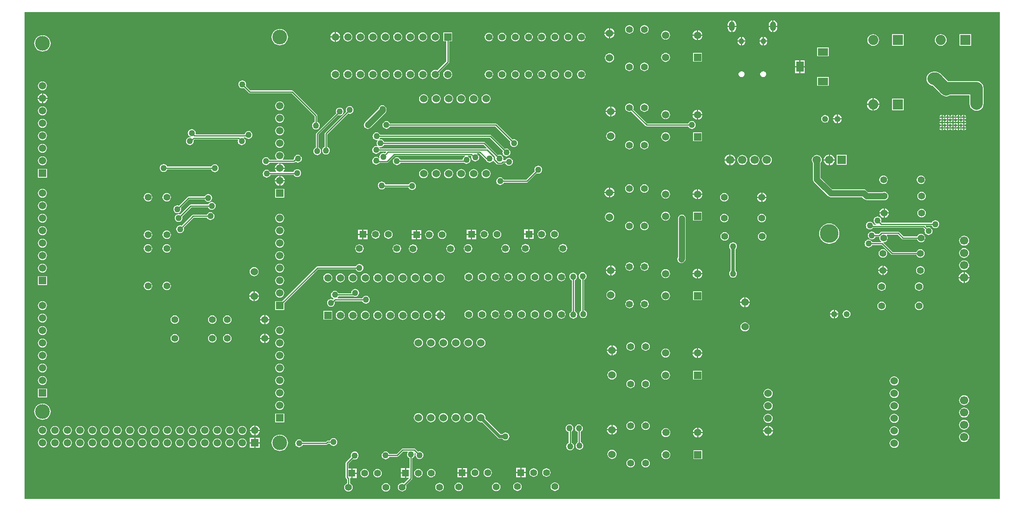
<source format=gbl>
G04*
G04 #@! TF.GenerationSoftware,Altium Limited,Altium Designer,19.0.10 (269)*
G04*
G04 Layer_Physical_Order=2*
G04 Layer_Color=16711680*
%FSLAX25Y25*%
%MOIN*%
G70*
G01*
G75*
%ADD11C,0.01000*%
%ADD57C,0.05000*%
%ADD58C,0.02500*%
%ADD59C,0.10000*%
%ADD65R,0.05906X0.05906*%
%ADD66C,0.05906*%
%ADD67R,0.05906X0.05906*%
%ADD68C,0.05512*%
%ADD69C,0.06000*%
%ADD70C,0.15000*%
%ADD71C,0.06693*%
%ADD72R,0.06693X0.06693*%
%ADD73C,0.04921*%
%ADD74R,0.05512X0.05512*%
%ADD75R,0.08071X0.08071*%
%ADD76C,0.08071*%
%ADD77O,0.04134X0.04921*%
%ADD78O,0.04724X0.07480*%
%ADD79R,0.05906X0.08268*%
%ADD80R,0.08268X0.05906*%
%ADD81C,0.11811*%
%ADD82C,0.05000*%
%ADD83C,0.01968*%
G36*
X888500Y102500D02*
X107500D01*
Y492378D01*
X888500D01*
Y102500D01*
D02*
G37*
%LPC*%
G36*
X674591Y485703D02*
Y481500D01*
X677482D01*
Y482378D01*
X677366Y483256D01*
X677027Y484073D01*
X676488Y484776D01*
X675786Y485315D01*
X674968Y485654D01*
X674591Y485703D01*
D02*
G37*
G36*
X673591Y485703D02*
X673213Y485654D01*
X672395Y485315D01*
X671693Y484776D01*
X671154Y484073D01*
X670815Y483256D01*
X670699Y482378D01*
Y481500D01*
X673591D01*
Y485703D01*
D02*
G37*
G36*
X707465D02*
Y481500D01*
X710356D01*
Y482378D01*
X710240Y483256D01*
X709901Y484073D01*
X709363Y484776D01*
X708660Y485315D01*
X707842Y485654D01*
X707465Y485703D01*
D02*
G37*
G36*
X706465Y485703D02*
X706087Y485654D01*
X705269Y485315D01*
X704567Y484776D01*
X704028Y484073D01*
X703689Y483256D01*
X703573Y482378D01*
Y481500D01*
X706465D01*
Y485703D01*
D02*
G37*
G36*
X677482Y480500D02*
X674591D01*
Y476297D01*
X674968Y476346D01*
X675786Y476685D01*
X676488Y477224D01*
X677027Y477926D01*
X677366Y478744D01*
X677482Y479622D01*
Y480500D01*
D02*
G37*
G36*
X706465Y480500D02*
X703573D01*
Y479622D01*
X703689Y478744D01*
X704028Y477926D01*
X704567Y477224D01*
X705269Y476685D01*
X706087Y476346D01*
X706465Y476297D01*
Y480500D01*
D02*
G37*
G36*
X710356D02*
X707465D01*
Y476297D01*
X707842Y476346D01*
X708660Y476685D01*
X709363Y477224D01*
X709901Y477926D01*
X710240Y478744D01*
X710356Y479622D01*
Y480500D01*
D02*
G37*
G36*
X673591Y480500D02*
X670699D01*
Y479622D01*
X670815Y478744D01*
X671154Y477926D01*
X671693Y477224D01*
X672395Y476685D01*
X673213Y476346D01*
X673591Y476297D01*
Y480500D01*
D02*
G37*
G36*
X576500Y479399D02*
Y475930D01*
X579969D01*
X579897Y476474D01*
X579494Y477447D01*
X578853Y478283D01*
X578017Y478924D01*
X577044Y479327D01*
X576500Y479399D01*
D02*
G37*
G36*
X575500Y479398D02*
X574956Y479327D01*
X573983Y478924D01*
X573147Y478283D01*
X572506Y477447D01*
X572103Y476474D01*
X572031Y475930D01*
X575500D01*
Y479398D01*
D02*
G37*
G36*
X604000Y481926D02*
X603124Y481811D01*
X602308Y481472D01*
X601607Y480934D01*
X601069Y480233D01*
X600731Y479417D01*
X600615Y478541D01*
X600731Y477665D01*
X601069Y476849D01*
X601607Y476148D01*
X602308Y475610D01*
X603124Y475271D01*
X604000Y475156D01*
X604876Y475271D01*
X605692Y475610D01*
X606393Y476148D01*
X606931Y476849D01*
X607269Y477665D01*
X607385Y478541D01*
X607269Y479417D01*
X606931Y480233D01*
X606393Y480934D01*
X605692Y481472D01*
X604876Y481811D01*
X604000Y481926D01*
D02*
G37*
G36*
X592000D02*
X591124Y481811D01*
X590308Y481472D01*
X589607Y480934D01*
X589069Y480233D01*
X588730Y479417D01*
X588615Y478541D01*
X588730Y477665D01*
X589069Y476849D01*
X589607Y476148D01*
X590308Y475610D01*
X591124Y475271D01*
X592000Y475156D01*
X592876Y475271D01*
X593692Y475610D01*
X594393Y476148D01*
X594931Y476849D01*
X595269Y477665D01*
X595385Y478541D01*
X595269Y479417D01*
X594931Y480233D01*
X594393Y480934D01*
X593692Y481472D01*
X592876Y481811D01*
X592000Y481926D01*
D02*
G37*
G36*
X647030Y477779D02*
Y474358D01*
X650451D01*
X650381Y474890D01*
X649983Y475852D01*
X649349Y476677D01*
X648524Y477311D01*
X647562Y477709D01*
X647030Y477779D01*
D02*
G37*
G36*
X646030Y477779D02*
X645498Y477709D01*
X644537Y477311D01*
X643711Y476677D01*
X643078Y475852D01*
X642679Y474890D01*
X642609Y474358D01*
X646030D01*
Y477779D01*
D02*
G37*
G36*
X357000Y476421D02*
Y473000D01*
X360421D01*
X360351Y473532D01*
X359953Y474493D01*
X359319Y475319D01*
X358493Y475953D01*
X357532Y476351D01*
X357000Y476421D01*
D02*
G37*
G36*
X356000D02*
X355468Y476351D01*
X354507Y475953D01*
X353681Y475319D01*
X353047Y474493D01*
X352649Y473532D01*
X352579Y473000D01*
X356000D01*
Y476421D01*
D02*
G37*
G36*
X575500Y474930D02*
X572031D01*
X572103Y474386D01*
X572506Y473413D01*
X573147Y472577D01*
X573983Y471936D01*
X574956Y471533D01*
X575500Y471461D01*
Y474930D01*
D02*
G37*
G36*
X579969D02*
X576500D01*
Y471461D01*
X577044Y471533D01*
X578017Y471936D01*
X578853Y472577D01*
X579494Y473413D01*
X579897Y474386D01*
X579969Y474930D01*
D02*
G37*
G36*
X620940Y477442D02*
X620012Y477319D01*
X619148Y476962D01*
X618406Y476392D01*
X617836Y475650D01*
X617478Y474786D01*
X617356Y473858D01*
X617478Y472931D01*
X617836Y472066D01*
X618406Y471324D01*
X619148Y470755D01*
X620012Y470397D01*
X620940Y470275D01*
X621867Y470397D01*
X622731Y470755D01*
X623474Y471324D01*
X624043Y472066D01*
X624401Y472931D01*
X624523Y473858D01*
X624401Y474786D01*
X624043Y475650D01*
X623474Y476392D01*
X622731Y476962D01*
X621867Y477319D01*
X620940Y477442D01*
D02*
G37*
G36*
X650451Y473358D02*
X647030D01*
Y469937D01*
X647562Y470007D01*
X648524Y470405D01*
X649349Y471039D01*
X649983Y471865D01*
X650381Y472826D01*
X650451Y473358D01*
D02*
G37*
G36*
X646030D02*
X642609D01*
X642679Y472826D01*
X643078Y471865D01*
X643711Y471039D01*
X644537Y470405D01*
X645498Y470007D01*
X646030Y469937D01*
Y473358D01*
D02*
G37*
G36*
X699787Y472610D02*
Y469689D01*
X702367D01*
X702275Y470383D01*
X701966Y471129D01*
X701475Y471770D01*
X700834Y472262D01*
X700088Y472571D01*
X699787Y472610D01*
D02*
G37*
G36*
X682268D02*
Y469689D01*
X684847D01*
X684756Y470383D01*
X684447Y471129D01*
X683955Y471770D01*
X683314Y472262D01*
X682568Y472571D01*
X682268Y472610D01*
D02*
G37*
G36*
X698787Y472610D02*
X698487Y472571D01*
X697741Y472262D01*
X697100Y471770D01*
X696608Y471129D01*
X696299Y470383D01*
X696208Y469689D01*
X698787D01*
Y472610D01*
D02*
G37*
G36*
X681268D02*
X680967Y472571D01*
X680221Y472262D01*
X679580Y471770D01*
X679089Y471129D01*
X678780Y470383D01*
X678688Y469689D01*
X681268D01*
Y472610D01*
D02*
G37*
G36*
X553477Y475885D02*
X552601Y475770D01*
X551785Y475431D01*
X551084Y474894D01*
X550546Y474192D01*
X550208Y473376D01*
X550092Y472500D01*
X550208Y471624D01*
X550546Y470808D01*
X551084Y470107D01*
X551785Y469569D01*
X552601Y469231D01*
X553477Y469115D01*
X554353Y469231D01*
X555169Y469569D01*
X555871Y470107D01*
X556409Y470808D01*
X556747Y471624D01*
X556862Y472500D01*
X556747Y473376D01*
X556409Y474192D01*
X555871Y474894D01*
X555169Y475431D01*
X554353Y475770D01*
X553477Y475885D01*
D02*
G37*
G36*
X542909D02*
X542033Y475770D01*
X541217Y475431D01*
X540516Y474894D01*
X539978Y474192D01*
X539639Y473376D01*
X539524Y472500D01*
X539639Y471624D01*
X539978Y470808D01*
X540516Y470107D01*
X541217Y469569D01*
X542033Y469231D01*
X542909Y469115D01*
X543785Y469231D01*
X544601Y469569D01*
X545302Y470107D01*
X545840Y470808D01*
X546178Y471624D01*
X546294Y472500D01*
X546178Y473376D01*
X545840Y474192D01*
X545302Y474894D01*
X544601Y475431D01*
X543785Y475770D01*
X542909Y475885D01*
D02*
G37*
G36*
X532341D02*
X531465Y475770D01*
X530648Y475431D01*
X529947Y474894D01*
X529409Y474192D01*
X529071Y473376D01*
X528956Y472500D01*
X529071Y471624D01*
X529409Y470808D01*
X529947Y470107D01*
X530648Y469569D01*
X531465Y469231D01*
X532341Y469115D01*
X533217Y469231D01*
X534033Y469569D01*
X534734Y470107D01*
X535272Y470808D01*
X535610Y471624D01*
X535726Y472500D01*
X535610Y473376D01*
X535272Y474192D01*
X534734Y474894D01*
X534033Y475431D01*
X533217Y475770D01*
X532341Y475885D01*
D02*
G37*
G36*
X521773D02*
X520897Y475770D01*
X520080Y475431D01*
X519379Y474894D01*
X518841Y474192D01*
X518503Y473376D01*
X518388Y472500D01*
X518503Y471624D01*
X518841Y470808D01*
X519379Y470107D01*
X520080Y469569D01*
X520897Y469231D01*
X521773Y469115D01*
X522649Y469231D01*
X523465Y469569D01*
X524166Y470107D01*
X524704Y470808D01*
X525042Y471624D01*
X525157Y472500D01*
X525042Y473376D01*
X524704Y474192D01*
X524166Y474894D01*
X523465Y475431D01*
X522649Y475770D01*
X521773Y475885D01*
D02*
G37*
G36*
X511204D02*
X510328Y475770D01*
X509512Y475431D01*
X508811Y474894D01*
X508273Y474192D01*
X507935Y473376D01*
X507820Y472500D01*
X507935Y471624D01*
X508273Y470808D01*
X508811Y470107D01*
X509512Y469569D01*
X510328Y469231D01*
X511204Y469115D01*
X512081Y469231D01*
X512897Y469569D01*
X513598Y470107D01*
X514136Y470808D01*
X514474Y471624D01*
X514589Y472500D01*
X514474Y473376D01*
X514136Y474192D01*
X513598Y474894D01*
X512897Y475431D01*
X512081Y475770D01*
X511204Y475885D01*
D02*
G37*
G36*
X500636D02*
X499760Y475770D01*
X498944Y475431D01*
X498243Y474894D01*
X497705Y474192D01*
X497367Y473376D01*
X497252Y472500D01*
X497367Y471624D01*
X497705Y470808D01*
X498243Y470107D01*
X498944Y469569D01*
X499760Y469231D01*
X500636Y469115D01*
X501512Y469231D01*
X502329Y469569D01*
X503030Y470107D01*
X503568Y470808D01*
X503906Y471624D01*
X504021Y472500D01*
X503906Y473376D01*
X503568Y474192D01*
X503030Y474894D01*
X502329Y475431D01*
X501512Y475770D01*
X500636Y475885D01*
D02*
G37*
G36*
X490068D02*
X489192Y475770D01*
X488376Y475431D01*
X487675Y474894D01*
X487137Y474192D01*
X486799Y473376D01*
X486683Y472500D01*
X486799Y471624D01*
X487137Y470808D01*
X487675Y470107D01*
X488376Y469569D01*
X489192Y469231D01*
X490068Y469115D01*
X490944Y469231D01*
X491761Y469569D01*
X492462Y470107D01*
X493000Y470808D01*
X493338Y471624D01*
X493453Y472500D01*
X493338Y473376D01*
X493000Y474192D01*
X492462Y474894D01*
X491761Y475431D01*
X490944Y475770D01*
X490068Y475885D01*
D02*
G37*
G36*
X479500D02*
X478624Y475770D01*
X477808Y475431D01*
X477107Y474894D01*
X476569Y474192D01*
X476230Y473376D01*
X476115Y472500D01*
X476230Y471624D01*
X476569Y470808D01*
X477107Y470107D01*
X477808Y469569D01*
X478624Y469231D01*
X479500Y469115D01*
X480376Y469231D01*
X481192Y469569D01*
X481893Y470107D01*
X482431Y470808D01*
X482769Y471624D01*
X482885Y472500D01*
X482769Y473376D01*
X482431Y474192D01*
X481893Y474894D01*
X481192Y475431D01*
X480376Y475770D01*
X479500Y475885D01*
D02*
G37*
G36*
X436500Y476083D02*
X435572Y475961D01*
X434708Y475603D01*
X433966Y475034D01*
X433397Y474292D01*
X433039Y473427D01*
X432917Y472500D01*
X433039Y471572D01*
X433397Y470708D01*
X433966Y469966D01*
X434708Y469397D01*
X435572Y469039D01*
X436500Y468917D01*
X437428Y469039D01*
X438292Y469397D01*
X439034Y469966D01*
X439603Y470708D01*
X439961Y471572D01*
X440083Y472500D01*
X439961Y473427D01*
X439603Y474292D01*
X439034Y475034D01*
X438292Y475603D01*
X437428Y475961D01*
X436500Y476083D01*
D02*
G37*
G36*
X426500D02*
X425572Y475961D01*
X424708Y475603D01*
X423966Y475034D01*
X423397Y474292D01*
X423039Y473427D01*
X422917Y472500D01*
X423039Y471572D01*
X423397Y470708D01*
X423966Y469966D01*
X424708Y469397D01*
X425572Y469039D01*
X426500Y468917D01*
X427427Y469039D01*
X428292Y469397D01*
X429034Y469966D01*
X429603Y470708D01*
X429961Y471572D01*
X430083Y472500D01*
X429961Y473427D01*
X429603Y474292D01*
X429034Y475034D01*
X428292Y475603D01*
X427427Y475961D01*
X426500Y476083D01*
D02*
G37*
G36*
X416500D02*
X415573Y475961D01*
X414708Y475603D01*
X413966Y475034D01*
X413397Y474292D01*
X413039Y473427D01*
X412917Y472500D01*
X413039Y471572D01*
X413397Y470708D01*
X413966Y469966D01*
X414708Y469397D01*
X415573Y469039D01*
X416500Y468917D01*
X417427Y469039D01*
X418292Y469397D01*
X419034Y469966D01*
X419603Y470708D01*
X419961Y471572D01*
X420083Y472500D01*
X419961Y473427D01*
X419603Y474292D01*
X419034Y475034D01*
X418292Y475603D01*
X417427Y475961D01*
X416500Y476083D01*
D02*
G37*
G36*
X406500D02*
X405573Y475961D01*
X404708Y475603D01*
X403966Y475034D01*
X403397Y474292D01*
X403039Y473427D01*
X402917Y472500D01*
X403039Y471572D01*
X403397Y470708D01*
X403966Y469966D01*
X404708Y469397D01*
X405573Y469039D01*
X406500Y468917D01*
X407427Y469039D01*
X408292Y469397D01*
X409034Y469966D01*
X409603Y470708D01*
X409961Y471572D01*
X410083Y472500D01*
X409961Y473427D01*
X409603Y474292D01*
X409034Y475034D01*
X408292Y475603D01*
X407427Y475961D01*
X406500Y476083D01*
D02*
G37*
G36*
X396500D02*
X395573Y475961D01*
X394708Y475603D01*
X393966Y475034D01*
X393397Y474292D01*
X393039Y473427D01*
X392917Y472500D01*
X393039Y471572D01*
X393397Y470708D01*
X393966Y469966D01*
X394708Y469397D01*
X395573Y469039D01*
X396500Y468917D01*
X397427Y469039D01*
X398292Y469397D01*
X399034Y469966D01*
X399603Y470708D01*
X399961Y471572D01*
X400083Y472500D01*
X399961Y473427D01*
X399603Y474292D01*
X399034Y475034D01*
X398292Y475603D01*
X397427Y475961D01*
X396500Y476083D01*
D02*
G37*
G36*
X386500D02*
X385573Y475961D01*
X384708Y475603D01*
X383966Y475034D01*
X383397Y474292D01*
X383039Y473427D01*
X382917Y472500D01*
X383039Y471572D01*
X383397Y470708D01*
X383966Y469966D01*
X384708Y469397D01*
X385573Y469039D01*
X386500Y468917D01*
X387427Y469039D01*
X388292Y469397D01*
X389034Y469966D01*
X389603Y470708D01*
X389961Y471572D01*
X390083Y472500D01*
X389961Y473427D01*
X389603Y474292D01*
X389034Y475034D01*
X388292Y475603D01*
X387427Y475961D01*
X386500Y476083D01*
D02*
G37*
G36*
X376500D02*
X375573Y475961D01*
X374708Y475603D01*
X373966Y475034D01*
X373397Y474292D01*
X373039Y473427D01*
X372917Y472500D01*
X373039Y471572D01*
X373397Y470708D01*
X373966Y469966D01*
X374708Y469397D01*
X375573Y469039D01*
X376500Y468917D01*
X377427Y469039D01*
X378292Y469397D01*
X379034Y469966D01*
X379603Y470708D01*
X379961Y471572D01*
X380083Y472500D01*
X379961Y473427D01*
X379603Y474292D01*
X379034Y475034D01*
X378292Y475603D01*
X377427Y475961D01*
X376500Y476083D01*
D02*
G37*
G36*
X366500D02*
X365573Y475961D01*
X364708Y475603D01*
X363966Y475034D01*
X363397Y474292D01*
X363039Y473427D01*
X362917Y472500D01*
X363039Y471572D01*
X363397Y470708D01*
X363966Y469966D01*
X364708Y469397D01*
X365573Y469039D01*
X366500Y468917D01*
X367427Y469039D01*
X368292Y469397D01*
X369034Y469966D01*
X369603Y470708D01*
X369961Y471572D01*
X370083Y472500D01*
X369961Y473427D01*
X369603Y474292D01*
X369034Y475034D01*
X368292Y475603D01*
X367427Y475961D01*
X366500Y476083D01*
D02*
G37*
G36*
X360421Y472000D02*
X357000D01*
Y468579D01*
X357532Y468649D01*
X358493Y469047D01*
X359319Y469681D01*
X359953Y470507D01*
X360351Y471468D01*
X360421Y472000D01*
D02*
G37*
G36*
X356000D02*
X352579D01*
X352649Y471468D01*
X353047Y470507D01*
X353681Y469681D01*
X354507Y469047D01*
X355468Y468649D01*
X356000Y468579D01*
Y472000D01*
D02*
G37*
G36*
X312000Y478871D02*
X310725Y478745D01*
X309498Y478373D01*
X308368Y477769D01*
X307378Y476956D01*
X306565Y475965D01*
X305961Y474835D01*
X305589Y473609D01*
X305463Y472334D01*
X305589Y471059D01*
X305961Y469832D01*
X306565Y468702D01*
X307378Y467711D01*
X308368Y466898D01*
X309498Y466294D01*
X310725Y465922D01*
X312000Y465797D01*
X313275Y465922D01*
X314502Y466294D01*
X315632Y466898D01*
X316622Y467711D01*
X317435Y468702D01*
X318039Y469832D01*
X318411Y471059D01*
X318537Y472334D01*
X318411Y473609D01*
X318039Y474835D01*
X317435Y475965D01*
X316622Y476956D01*
X315632Y477769D01*
X314502Y478373D01*
X313275Y478745D01*
X312000Y478871D01*
D02*
G37*
G36*
X698787Y468689D02*
X696208D01*
X696299Y467995D01*
X696608Y467249D01*
X697100Y466608D01*
X697741Y466116D01*
X698487Y465807D01*
X698787Y465768D01*
Y468689D01*
D02*
G37*
G36*
X681268D02*
X678688D01*
X678780Y467995D01*
X679089Y467249D01*
X679580Y466608D01*
X680221Y466116D01*
X680967Y465807D01*
X681268Y465768D01*
Y468689D01*
D02*
G37*
G36*
X702367D02*
X699787D01*
Y465768D01*
X700088Y465807D01*
X700834Y466116D01*
X701475Y466608D01*
X701966Y467249D01*
X702275Y467995D01*
X702367Y468689D01*
D02*
G37*
G36*
X684847D02*
X682268D01*
Y465768D01*
X682568Y465807D01*
X683314Y466116D01*
X683955Y466608D01*
X684447Y467249D01*
X684756Y467995D01*
X684847Y468689D01*
D02*
G37*
G36*
X865635Y474635D02*
X856365D01*
Y465365D01*
X865635D01*
Y474635D01*
D02*
G37*
G36*
X811478D02*
X802207D01*
Y465365D01*
X811478D01*
Y474635D01*
D02*
G37*
G36*
X841315Y474675D02*
X840105Y474516D01*
X838977Y474049D01*
X838009Y473306D01*
X837266Y472338D01*
X836799Y471210D01*
X836639Y470000D01*
X836799Y468790D01*
X837266Y467662D01*
X838009Y466694D01*
X838977Y465951D01*
X840105Y465484D01*
X841315Y465325D01*
X842525Y465484D01*
X843653Y465951D01*
X844621Y466694D01*
X845364Y467662D01*
X845831Y468790D01*
X845990Y470000D01*
X845831Y471210D01*
X845364Y472338D01*
X844621Y473306D01*
X843653Y474049D01*
X842525Y474516D01*
X841315Y474675D01*
D02*
G37*
G36*
X787157D02*
X785947Y474516D01*
X784820Y474049D01*
X783851Y473306D01*
X783108Y472338D01*
X782641Y471210D01*
X782482Y470000D01*
X782641Y468790D01*
X783108Y467662D01*
X783851Y466694D01*
X784820Y465951D01*
X785947Y465484D01*
X787157Y465325D01*
X788368Y465484D01*
X789495Y465951D01*
X790463Y466694D01*
X791207Y467662D01*
X791674Y468790D01*
X791833Y470000D01*
X791674Y471210D01*
X791207Y472338D01*
X790463Y473306D01*
X789495Y474049D01*
X788368Y474516D01*
X787157Y474675D01*
D02*
G37*
G36*
X122000Y473871D02*
X120725Y473745D01*
X119498Y473373D01*
X118368Y472769D01*
X117378Y471956D01*
X116565Y470965D01*
X115961Y469835D01*
X115589Y468609D01*
X115463Y467334D01*
X115589Y466058D01*
X115961Y464832D01*
X116565Y463702D01*
X117378Y462711D01*
X118368Y461899D01*
X119498Y461294D01*
X120725Y460922D01*
X122000Y460797D01*
X123275Y460922D01*
X124502Y461294D01*
X125632Y461899D01*
X126622Y462711D01*
X127435Y463702D01*
X128039Y464832D01*
X128411Y466058D01*
X128537Y467334D01*
X128411Y468609D01*
X128039Y469835D01*
X127435Y470965D01*
X126622Y471956D01*
X125632Y472769D01*
X124502Y473373D01*
X123275Y473745D01*
X122000Y473871D01*
D02*
G37*
G36*
X751734Y464023D02*
X742266D01*
Y456918D01*
X751734D01*
Y464023D01*
D02*
G37*
G36*
X650083Y459694D02*
X642977D01*
Y452589D01*
X650083D01*
Y459694D01*
D02*
G37*
G36*
X620940Y459725D02*
X620012Y459603D01*
X619148Y459245D01*
X618406Y458676D01*
X617836Y457933D01*
X617478Y457069D01*
X617356Y456142D01*
X617478Y455214D01*
X617836Y454350D01*
X618406Y453608D01*
X619148Y453038D01*
X620012Y452680D01*
X620940Y452558D01*
X621867Y452680D01*
X622731Y453038D01*
X623474Y453608D01*
X624043Y454350D01*
X624401Y455214D01*
X624523Y456142D01*
X624401Y457069D01*
X624043Y457933D01*
X623474Y458676D01*
X622731Y459245D01*
X621867Y459603D01*
X620940Y459725D01*
D02*
G37*
G36*
X576000Y459376D02*
X575060Y459252D01*
X574185Y458889D01*
X573432Y458312D01*
X572855Y457560D01*
X572493Y456685D01*
X572369Y455745D01*
X572493Y454805D01*
X572855Y453929D01*
X573432Y453177D01*
X574185Y452600D01*
X575060Y452238D01*
X576000Y452114D01*
X576940Y452238D01*
X577815Y452600D01*
X578568Y453177D01*
X579145Y453929D01*
X579507Y454805D01*
X579631Y455745D01*
X579507Y456685D01*
X579145Y457560D01*
X578568Y458312D01*
X577815Y458889D01*
X576940Y459252D01*
X576000Y459376D01*
D02*
G37*
G36*
X732449Y453793D02*
X728996D01*
Y449159D01*
X732449D01*
Y453793D01*
D02*
G37*
G36*
X727996D02*
X724543D01*
Y449159D01*
X727996D01*
Y453793D01*
D02*
G37*
G36*
X450053Y476053D02*
X442947D01*
Y468947D01*
X445378D01*
Y452965D01*
X438098Y445684D01*
X437428Y445961D01*
X436500Y446083D01*
X435572Y445961D01*
X434708Y445603D01*
X433966Y445034D01*
X433397Y444292D01*
X433039Y443428D01*
X432917Y442500D01*
X433039Y441573D01*
X433397Y440708D01*
X433966Y439966D01*
X434708Y439397D01*
X435572Y439039D01*
X436500Y438917D01*
X437428Y439039D01*
X438292Y439397D01*
X439034Y439966D01*
X439603Y440708D01*
X439961Y441573D01*
X440083Y442500D01*
X439961Y443428D01*
X439684Y444098D01*
X447293Y451707D01*
X447293Y451707D01*
X447536Y452071D01*
X447622Y452500D01*
X447622Y452500D01*
Y468947D01*
X450053D01*
Y476053D01*
D02*
G37*
G36*
X604000Y451926D02*
X603124Y451811D01*
X602308Y451472D01*
X601607Y450934D01*
X601069Y450233D01*
X600731Y449417D01*
X600615Y448541D01*
X600731Y447665D01*
X601069Y446848D01*
X601607Y446147D01*
X602308Y445610D01*
X603124Y445271D01*
X604000Y445156D01*
X604876Y445271D01*
X605692Y445610D01*
X606393Y446147D01*
X606931Y446848D01*
X607269Y447665D01*
X607385Y448541D01*
X607269Y449417D01*
X606931Y450233D01*
X606393Y450934D01*
X605692Y451472D01*
X604876Y451811D01*
X604000Y451926D01*
D02*
G37*
G36*
X592000D02*
X591124Y451811D01*
X590308Y451472D01*
X589607Y450934D01*
X589069Y450233D01*
X588730Y449417D01*
X588615Y448541D01*
X588730Y447665D01*
X589069Y446848D01*
X589607Y446147D01*
X590308Y445610D01*
X591124Y445271D01*
X592000Y445156D01*
X592876Y445271D01*
X593692Y445610D01*
X594393Y446147D01*
X594931Y446848D01*
X595269Y447665D01*
X595385Y448541D01*
X595269Y449417D01*
X594931Y450233D01*
X594393Y450934D01*
X593692Y451472D01*
X592876Y451811D01*
X592000Y451926D01*
D02*
G37*
G36*
X732449Y448159D02*
X728996D01*
Y443526D01*
X732449D01*
Y448159D01*
D02*
G37*
G36*
X727996D02*
X724543D01*
Y443526D01*
X727996D01*
Y448159D01*
D02*
G37*
G36*
X699189Y445093D02*
X698264Y444909D01*
X697479Y444385D01*
X696955Y443601D01*
X696771Y442675D01*
X696955Y441750D01*
X697479Y440965D01*
X698264Y440441D01*
X699189Y440257D01*
X700114Y440441D01*
X700899Y440965D01*
X701423Y441750D01*
X701607Y442675D01*
X701423Y443601D01*
X700899Y444385D01*
X700114Y444909D01*
X699189Y445093D01*
D02*
G37*
G36*
X681866D02*
X680941Y444909D01*
X680156Y444385D01*
X679632Y443601D01*
X679448Y442675D01*
X679632Y441750D01*
X680156Y440965D01*
X680941Y440441D01*
X681866Y440257D01*
X682792Y440441D01*
X683576Y440965D01*
X684100Y441750D01*
X684284Y442675D01*
X684100Y443601D01*
X683576Y444385D01*
X682792Y444909D01*
X681866Y445093D01*
D02*
G37*
G36*
X553477Y445885D02*
X552601Y445770D01*
X551785Y445431D01*
X551084Y444894D01*
X550546Y444192D01*
X550208Y443376D01*
X550092Y442500D01*
X550208Y441624D01*
X550546Y440808D01*
X551084Y440106D01*
X551785Y439569D01*
X552601Y439230D01*
X553477Y439115D01*
X554353Y439230D01*
X555169Y439569D01*
X555871Y440106D01*
X556409Y440808D01*
X556747Y441624D01*
X556862Y442500D01*
X556747Y443376D01*
X556409Y444192D01*
X555871Y444894D01*
X555169Y445431D01*
X554353Y445770D01*
X553477Y445885D01*
D02*
G37*
G36*
X542909D02*
X542033Y445770D01*
X541217Y445431D01*
X540516Y444894D01*
X539978Y444192D01*
X539639Y443376D01*
X539524Y442500D01*
X539639Y441624D01*
X539978Y440808D01*
X540516Y440106D01*
X541217Y439569D01*
X542033Y439230D01*
X542909Y439115D01*
X543785Y439230D01*
X544601Y439569D01*
X545302Y440106D01*
X545840Y440808D01*
X546178Y441624D01*
X546294Y442500D01*
X546178Y443376D01*
X545840Y444192D01*
X545302Y444894D01*
X544601Y445431D01*
X543785Y445770D01*
X542909Y445885D01*
D02*
G37*
G36*
X532341D02*
X531465Y445770D01*
X530648Y445431D01*
X529947Y444894D01*
X529409Y444192D01*
X529071Y443376D01*
X528956Y442500D01*
X529071Y441624D01*
X529409Y440808D01*
X529947Y440106D01*
X530648Y439569D01*
X531465Y439230D01*
X532341Y439115D01*
X533217Y439230D01*
X534033Y439569D01*
X534734Y440106D01*
X535272Y440808D01*
X535610Y441624D01*
X535726Y442500D01*
X535610Y443376D01*
X535272Y444192D01*
X534734Y444894D01*
X534033Y445431D01*
X533217Y445770D01*
X532341Y445885D01*
D02*
G37*
G36*
X521773D02*
X520897Y445770D01*
X520080Y445431D01*
X519379Y444894D01*
X518841Y444192D01*
X518503Y443376D01*
X518388Y442500D01*
X518503Y441624D01*
X518841Y440808D01*
X519379Y440106D01*
X520080Y439569D01*
X520897Y439230D01*
X521773Y439115D01*
X522649Y439230D01*
X523465Y439569D01*
X524166Y440106D01*
X524704Y440808D01*
X525042Y441624D01*
X525157Y442500D01*
X525042Y443376D01*
X524704Y444192D01*
X524166Y444894D01*
X523465Y445431D01*
X522649Y445770D01*
X521773Y445885D01*
D02*
G37*
G36*
X511204D02*
X510328Y445770D01*
X509512Y445431D01*
X508811Y444894D01*
X508273Y444192D01*
X507935Y443376D01*
X507820Y442500D01*
X507935Y441624D01*
X508273Y440808D01*
X508811Y440106D01*
X509512Y439569D01*
X510328Y439230D01*
X511204Y439115D01*
X512081Y439230D01*
X512897Y439569D01*
X513598Y440106D01*
X514136Y440808D01*
X514474Y441624D01*
X514589Y442500D01*
X514474Y443376D01*
X514136Y444192D01*
X513598Y444894D01*
X512897Y445431D01*
X512081Y445770D01*
X511204Y445885D01*
D02*
G37*
G36*
X500636D02*
X499760Y445770D01*
X498944Y445431D01*
X498243Y444894D01*
X497705Y444192D01*
X497367Y443376D01*
X497252Y442500D01*
X497367Y441624D01*
X497705Y440808D01*
X498243Y440106D01*
X498944Y439569D01*
X499760Y439230D01*
X500636Y439115D01*
X501512Y439230D01*
X502329Y439569D01*
X503030Y440106D01*
X503568Y440808D01*
X503906Y441624D01*
X504021Y442500D01*
X503906Y443376D01*
X503568Y444192D01*
X503030Y444894D01*
X502329Y445431D01*
X501512Y445770D01*
X500636Y445885D01*
D02*
G37*
G36*
X490068D02*
X489192Y445770D01*
X488376Y445431D01*
X487675Y444894D01*
X487137Y444192D01*
X486799Y443376D01*
X486683Y442500D01*
X486799Y441624D01*
X487137Y440808D01*
X487675Y440106D01*
X488376Y439569D01*
X489192Y439230D01*
X490068Y439115D01*
X490944Y439230D01*
X491761Y439569D01*
X492462Y440106D01*
X493000Y440808D01*
X493338Y441624D01*
X493453Y442500D01*
X493338Y443376D01*
X493000Y444192D01*
X492462Y444894D01*
X491761Y445431D01*
X490944Y445770D01*
X490068Y445885D01*
D02*
G37*
G36*
X479500D02*
X478624Y445770D01*
X477808Y445431D01*
X477107Y444894D01*
X476569Y444192D01*
X476230Y443376D01*
X476115Y442500D01*
X476230Y441624D01*
X476569Y440808D01*
X477107Y440106D01*
X477808Y439569D01*
X478624Y439230D01*
X479500Y439115D01*
X480376Y439230D01*
X481192Y439569D01*
X481893Y440106D01*
X482431Y440808D01*
X482769Y441624D01*
X482885Y442500D01*
X482769Y443376D01*
X482431Y444192D01*
X481893Y444894D01*
X481192Y445431D01*
X480376Y445770D01*
X479500Y445885D01*
D02*
G37*
G36*
X446500Y446083D02*
X445573Y445961D01*
X444708Y445603D01*
X443966Y445034D01*
X443397Y444292D01*
X443039Y443428D01*
X442917Y442500D01*
X443039Y441573D01*
X443397Y440708D01*
X443966Y439966D01*
X444708Y439397D01*
X445573Y439039D01*
X446500Y438917D01*
X447428Y439039D01*
X448292Y439397D01*
X449034Y439966D01*
X449603Y440708D01*
X449961Y441573D01*
X450083Y442500D01*
X449961Y443428D01*
X449603Y444292D01*
X449034Y445034D01*
X448292Y445603D01*
X447428Y445961D01*
X446500Y446083D01*
D02*
G37*
G36*
X426500D02*
X425572Y445961D01*
X424708Y445603D01*
X423966Y445034D01*
X423397Y444292D01*
X423039Y443428D01*
X422917Y442500D01*
X423039Y441573D01*
X423397Y440708D01*
X423966Y439966D01*
X424708Y439397D01*
X425572Y439039D01*
X426500Y438917D01*
X427427Y439039D01*
X428292Y439397D01*
X429034Y439966D01*
X429603Y440708D01*
X429961Y441573D01*
X430083Y442500D01*
X429961Y443428D01*
X429603Y444292D01*
X429034Y445034D01*
X428292Y445603D01*
X427427Y445961D01*
X426500Y446083D01*
D02*
G37*
G36*
X416500D02*
X415573Y445961D01*
X414708Y445603D01*
X413966Y445034D01*
X413397Y444292D01*
X413039Y443428D01*
X412917Y442500D01*
X413039Y441573D01*
X413397Y440708D01*
X413966Y439966D01*
X414708Y439397D01*
X415573Y439039D01*
X416500Y438917D01*
X417427Y439039D01*
X418292Y439397D01*
X419034Y439966D01*
X419603Y440708D01*
X419961Y441573D01*
X420083Y442500D01*
X419961Y443428D01*
X419603Y444292D01*
X419034Y445034D01*
X418292Y445603D01*
X417427Y445961D01*
X416500Y446083D01*
D02*
G37*
G36*
X406500D02*
X405573Y445961D01*
X404708Y445603D01*
X403966Y445034D01*
X403397Y444292D01*
X403039Y443428D01*
X402917Y442500D01*
X403039Y441573D01*
X403397Y440708D01*
X403966Y439966D01*
X404708Y439397D01*
X405573Y439039D01*
X406500Y438917D01*
X407427Y439039D01*
X408292Y439397D01*
X409034Y439966D01*
X409603Y440708D01*
X409961Y441573D01*
X410083Y442500D01*
X409961Y443428D01*
X409603Y444292D01*
X409034Y445034D01*
X408292Y445603D01*
X407427Y445961D01*
X406500Y446083D01*
D02*
G37*
G36*
X396500D02*
X395573Y445961D01*
X394708Y445603D01*
X393966Y445034D01*
X393397Y444292D01*
X393039Y443428D01*
X392917Y442500D01*
X393039Y441573D01*
X393397Y440708D01*
X393966Y439966D01*
X394708Y439397D01*
X395573Y439039D01*
X396500Y438917D01*
X397427Y439039D01*
X398292Y439397D01*
X399034Y439966D01*
X399603Y440708D01*
X399961Y441573D01*
X400083Y442500D01*
X399961Y443428D01*
X399603Y444292D01*
X399034Y445034D01*
X398292Y445603D01*
X397427Y445961D01*
X396500Y446083D01*
D02*
G37*
G36*
X386500D02*
X385573Y445961D01*
X384708Y445603D01*
X383966Y445034D01*
X383397Y444292D01*
X383039Y443428D01*
X382917Y442500D01*
X383039Y441573D01*
X383397Y440708D01*
X383966Y439966D01*
X384708Y439397D01*
X385573Y439039D01*
X386500Y438917D01*
X387427Y439039D01*
X388292Y439397D01*
X389034Y439966D01*
X389603Y440708D01*
X389961Y441573D01*
X390083Y442500D01*
X389961Y443428D01*
X389603Y444292D01*
X389034Y445034D01*
X388292Y445603D01*
X387427Y445961D01*
X386500Y446083D01*
D02*
G37*
G36*
X376500D02*
X375573Y445961D01*
X374708Y445603D01*
X373966Y445034D01*
X373397Y444292D01*
X373039Y443428D01*
X372917Y442500D01*
X373039Y441573D01*
X373397Y440708D01*
X373966Y439966D01*
X374708Y439397D01*
X375573Y439039D01*
X376500Y438917D01*
X377427Y439039D01*
X378292Y439397D01*
X379034Y439966D01*
X379603Y440708D01*
X379961Y441573D01*
X380083Y442500D01*
X379961Y443428D01*
X379603Y444292D01*
X379034Y445034D01*
X378292Y445603D01*
X377427Y445961D01*
X376500Y446083D01*
D02*
G37*
G36*
X366500D02*
X365573Y445961D01*
X364708Y445603D01*
X363966Y445034D01*
X363397Y444292D01*
X363039Y443428D01*
X362917Y442500D01*
X363039Y441573D01*
X363397Y440708D01*
X363966Y439966D01*
X364708Y439397D01*
X365573Y439039D01*
X366500Y438917D01*
X367427Y439039D01*
X368292Y439397D01*
X369034Y439966D01*
X369603Y440708D01*
X369961Y441573D01*
X370083Y442500D01*
X369961Y443428D01*
X369603Y444292D01*
X369034Y445034D01*
X368292Y445603D01*
X367427Y445961D01*
X366500Y446083D01*
D02*
G37*
G36*
X356500D02*
X355573Y445961D01*
X354708Y445603D01*
X353966Y445034D01*
X353397Y444292D01*
X353039Y443428D01*
X352917Y442500D01*
X353039Y441573D01*
X353397Y440708D01*
X353966Y439966D01*
X354708Y439397D01*
X355573Y439039D01*
X356500Y438917D01*
X357427Y439039D01*
X358292Y439397D01*
X359034Y439966D01*
X359603Y440708D01*
X359961Y441573D01*
X360083Y442500D01*
X359961Y443428D01*
X359603Y444292D01*
X359034Y445034D01*
X358292Y445603D01*
X357427Y445961D01*
X356500Y446083D01*
D02*
G37*
G36*
X751734Y440401D02*
X742266D01*
Y433296D01*
X751734D01*
Y440401D01*
D02*
G37*
G36*
X122000Y436917D02*
X121073Y436795D01*
X120208Y436437D01*
X119466Y435868D01*
X118897Y435125D01*
X118539Y434261D01*
X118417Y433334D01*
X118539Y432406D01*
X118897Y431542D01*
X119466Y430800D01*
X120208Y430231D01*
X121073Y429873D01*
X122000Y429750D01*
X122927Y429873D01*
X123792Y430231D01*
X124534Y430800D01*
X125103Y431542D01*
X125461Y432406D01*
X125583Y433334D01*
X125461Y434261D01*
X125103Y435125D01*
X124534Y435868D01*
X123792Y436437D01*
X122927Y436795D01*
X122000Y436917D01*
D02*
G37*
G36*
X122500Y427255D02*
Y423834D01*
X125921D01*
X125851Y424366D01*
X125453Y425327D01*
X124819Y426153D01*
X123993Y426787D01*
X123032Y427185D01*
X122500Y427255D01*
D02*
G37*
G36*
X121500D02*
X120968Y427185D01*
X120007Y426787D01*
X119181Y426153D01*
X118547Y425327D01*
X118149Y424366D01*
X118079Y423834D01*
X121500D01*
Y427255D01*
D02*
G37*
G36*
Y422834D02*
X118079D01*
X118149Y422302D01*
X118547Y421340D01*
X119181Y420515D01*
X120007Y419881D01*
X120968Y419483D01*
X121500Y419413D01*
Y422834D01*
D02*
G37*
G36*
X125921D02*
X122500D01*
Y419413D01*
X123032Y419483D01*
X123993Y419881D01*
X124819Y420515D01*
X125453Y421340D01*
X125851Y422302D01*
X125921Y422834D01*
D02*
G37*
G36*
X477252Y426631D02*
X476312Y426507D01*
X475437Y426145D01*
X474685Y425568D01*
X474108Y424816D01*
X473745Y423940D01*
X473621Y423000D01*
X473745Y422060D01*
X474108Y421184D01*
X474685Y420432D01*
X475437Y419855D01*
X476312Y419493D01*
X477252Y419369D01*
X478192Y419493D01*
X479068Y419855D01*
X479820Y420432D01*
X480397Y421184D01*
X480759Y422060D01*
X480883Y423000D01*
X480759Y423940D01*
X480397Y424816D01*
X479820Y425568D01*
X479068Y426145D01*
X478192Y426507D01*
X477252Y426631D01*
D02*
G37*
G36*
X467252D02*
X466312Y426507D01*
X465437Y426145D01*
X464685Y425568D01*
X464108Y424816D01*
X463745Y423940D01*
X463621Y423000D01*
X463745Y422060D01*
X464108Y421184D01*
X464685Y420432D01*
X465437Y419855D01*
X466312Y419493D01*
X467252Y419369D01*
X468192Y419493D01*
X469068Y419855D01*
X469820Y420432D01*
X470397Y421184D01*
X470759Y422060D01*
X470883Y423000D01*
X470759Y423940D01*
X470397Y424816D01*
X469820Y425568D01*
X469068Y426145D01*
X468192Y426507D01*
X467252Y426631D01*
D02*
G37*
G36*
X457252D02*
X456312Y426507D01*
X455437Y426145D01*
X454685Y425568D01*
X454108Y424816D01*
X453745Y423940D01*
X453621Y423000D01*
X453745Y422060D01*
X454108Y421184D01*
X454685Y420432D01*
X455437Y419855D01*
X456312Y419493D01*
X457252Y419369D01*
X458192Y419493D01*
X459068Y419855D01*
X459820Y420432D01*
X460397Y421184D01*
X460759Y422060D01*
X460883Y423000D01*
X460759Y423940D01*
X460397Y424816D01*
X459820Y425568D01*
X459068Y426145D01*
X458192Y426507D01*
X457252Y426631D01*
D02*
G37*
G36*
X447252D02*
X446312Y426507D01*
X445437Y426145D01*
X444685Y425568D01*
X444108Y424816D01*
X443745Y423940D01*
X443621Y423000D01*
X443745Y422060D01*
X444108Y421184D01*
X444685Y420432D01*
X445437Y419855D01*
X446312Y419493D01*
X447252Y419369D01*
X448192Y419493D01*
X449068Y419855D01*
X449820Y420432D01*
X450397Y421184D01*
X450760Y422060D01*
X450883Y423000D01*
X450760Y423940D01*
X450397Y424816D01*
X449820Y425568D01*
X449068Y426145D01*
X448192Y426507D01*
X447252Y426631D01*
D02*
G37*
G36*
X437252D02*
X436312Y426507D01*
X435437Y426145D01*
X434685Y425568D01*
X434108Y424816D01*
X433745Y423940D01*
X433621Y423000D01*
X433745Y422060D01*
X434108Y421184D01*
X434685Y420432D01*
X435437Y419855D01*
X436312Y419493D01*
X437252Y419369D01*
X438192Y419493D01*
X439068Y419855D01*
X439820Y420432D01*
X440397Y421184D01*
X440760Y422060D01*
X440883Y423000D01*
X440760Y423940D01*
X440397Y424816D01*
X439820Y425568D01*
X439068Y426145D01*
X438192Y426507D01*
X437252Y426631D01*
D02*
G37*
G36*
X427252D02*
X426312Y426507D01*
X425437Y426145D01*
X424685Y425568D01*
X424108Y424816D01*
X423745Y423940D01*
X423621Y423000D01*
X423745Y422060D01*
X424108Y421184D01*
X424685Y420432D01*
X425437Y419855D01*
X426312Y419493D01*
X427252Y419369D01*
X428192Y419493D01*
X429068Y419855D01*
X429820Y420432D01*
X430397Y421184D01*
X430759Y422060D01*
X430883Y423000D01*
X430759Y423940D01*
X430397Y424816D01*
X429820Y425568D01*
X429068Y426145D01*
X428192Y426507D01*
X427252Y426631D01*
D02*
G37*
G36*
X787657Y423525D02*
Y419012D01*
X792170D01*
X792063Y419826D01*
X791556Y421051D01*
X790749Y422103D01*
X789697Y422910D01*
X788472Y423418D01*
X787657Y423525D01*
D02*
G37*
G36*
X786657Y423525D02*
X785843Y423418D01*
X784618Y422910D01*
X783566Y422103D01*
X782759Y421051D01*
X782252Y419826D01*
X782144Y419012D01*
X786657D01*
Y423525D01*
D02*
G37*
G36*
X811478Y423147D02*
X802207D01*
Y413876D01*
X811478D01*
Y423147D01*
D02*
G37*
G36*
X312000Y420917D02*
X311073Y420795D01*
X310208Y420437D01*
X309466Y419868D01*
X308897Y419126D01*
X308539Y418261D01*
X308417Y417334D01*
X308539Y416406D01*
X308897Y415542D01*
X309466Y414800D01*
X310208Y414230D01*
X311073Y413872D01*
X312000Y413750D01*
X312927Y413872D01*
X313792Y414230D01*
X314534Y414800D01*
X315103Y415542D01*
X315461Y416406D01*
X315583Y417334D01*
X315461Y418261D01*
X315103Y419126D01*
X314534Y419868D01*
X313792Y420437D01*
X312927Y420795D01*
X312000Y420917D01*
D02*
G37*
G36*
X786657Y418012D02*
X782144D01*
X782252Y417197D01*
X782759Y415972D01*
X783566Y414920D01*
X784618Y414113D01*
X785843Y413606D01*
X786657Y413499D01*
Y418012D01*
D02*
G37*
G36*
X792170D02*
X787657D01*
Y413499D01*
X788472Y413606D01*
X789697Y414113D01*
X790749Y414920D01*
X791556Y415972D01*
X792063Y417197D01*
X792170Y418012D01*
D02*
G37*
G36*
X837299Y444648D02*
X837299Y444648D01*
X835500D01*
X834038Y444456D01*
X832676Y443892D01*
X831506Y442994D01*
X830608Y441824D01*
X830044Y440462D01*
X829852Y439000D01*
X830044Y437538D01*
X830608Y436176D01*
X831506Y435006D01*
X832676Y434108D01*
X834038Y433544D01*
X834877Y433434D01*
X841805Y426506D01*
X841805Y426506D01*
X842975Y425608D01*
X844337Y425044D01*
X845799Y424852D01*
X847261Y425044D01*
X848623Y425608D01*
X848940Y425852D01*
X864352D01*
Y419000D01*
X864544Y417538D01*
X865108Y416176D01*
X866006Y415006D01*
X867176Y414108D01*
X868538Y413544D01*
X870000Y413352D01*
X871462Y413544D01*
X872824Y414108D01*
X873994Y415006D01*
X874892Y416176D01*
X875456Y417538D01*
X875648Y419000D01*
Y425000D01*
Y431500D01*
X875456Y432962D01*
X874892Y434324D01*
X873994Y435494D01*
X872824Y436392D01*
X871462Y436956D01*
X870000Y437148D01*
X847139D01*
X841293Y442994D01*
X840123Y443892D01*
X838761Y444456D01*
X837299Y444648D01*
D02*
G37*
G36*
X577500Y416732D02*
Y413264D01*
X580969D01*
X580897Y413808D01*
X580494Y414781D01*
X579853Y415617D01*
X579017Y416258D01*
X578044Y416661D01*
X577500Y416732D01*
D02*
G37*
G36*
X576500Y416732D02*
X575956Y416661D01*
X574983Y416258D01*
X574147Y415617D01*
X573506Y414781D01*
X573103Y413808D01*
X573031Y413264D01*
X576500D01*
Y416732D01*
D02*
G37*
G36*
X604000Y419260D02*
X603124Y419144D01*
X602308Y418806D01*
X601607Y418268D01*
X601069Y417567D01*
X600731Y416751D01*
X600615Y415875D01*
X600731Y414999D01*
X601069Y414182D01*
X601607Y413481D01*
X602308Y412943D01*
X603124Y412605D01*
X604000Y412490D01*
X604876Y412605D01*
X605692Y412943D01*
X606393Y413481D01*
X606931Y414182D01*
X607269Y414999D01*
X607385Y415875D01*
X607269Y416751D01*
X606931Y417567D01*
X606393Y418268D01*
X605692Y418806D01*
X604876Y419144D01*
X604000Y419260D01*
D02*
G37*
G36*
X368000Y417127D02*
X367191Y417020D01*
X366437Y416708D01*
X365789Y416211D01*
X365292Y415563D01*
X364980Y414809D01*
X364873Y414000D01*
X364980Y413191D01*
X365163Y412749D01*
X348207Y395793D01*
X347964Y395429D01*
X347878Y395000D01*
X347879Y395000D01*
Y384391D01*
X347437Y384208D01*
X346789Y383711D01*
X346292Y383063D01*
X345980Y382309D01*
X345873Y381500D01*
X345980Y380691D01*
X346292Y379937D01*
X346789Y379289D01*
X347437Y378792D01*
X348191Y378480D01*
X349000Y378373D01*
X349809Y378480D01*
X350563Y378792D01*
X351211Y379289D01*
X351708Y379937D01*
X352020Y380691D01*
X352127Y381500D01*
X352020Y382309D01*
X351708Y383063D01*
X351211Y383711D01*
X350563Y384208D01*
X350121Y384391D01*
Y394535D01*
X366749Y411163D01*
X367191Y410980D01*
X368000Y410873D01*
X368809Y410980D01*
X369563Y411292D01*
X370211Y411789D01*
X370708Y412437D01*
X371020Y413191D01*
X371127Y414000D01*
X371020Y414809D01*
X370708Y415563D01*
X370211Y416211D01*
X369563Y416708D01*
X368809Y417020D01*
X368000Y417127D01*
D02*
G37*
G36*
X647030Y414128D02*
Y410707D01*
X650451D01*
X650381Y411239D01*
X649983Y412201D01*
X649349Y413026D01*
X648524Y413660D01*
X647562Y414058D01*
X647030Y414128D01*
D02*
G37*
G36*
X646030Y414128D02*
X645498Y414058D01*
X644537Y413660D01*
X643711Y413026D01*
X643078Y412201D01*
X642679Y411239D01*
X642609Y410707D01*
X646030D01*
Y414128D01*
D02*
G37*
G36*
X122000Y416917D02*
X121073Y416795D01*
X120208Y416437D01*
X119466Y415868D01*
X118897Y415126D01*
X118539Y414261D01*
X118417Y413334D01*
X118539Y412406D01*
X118897Y411542D01*
X119466Y410800D01*
X120208Y410230D01*
X121073Y409872D01*
X122000Y409750D01*
X122927Y409872D01*
X123792Y410230D01*
X124534Y410800D01*
X125103Y411542D01*
X125461Y412406D01*
X125583Y413334D01*
X125461Y414261D01*
X125103Y415126D01*
X124534Y415868D01*
X123792Y416437D01*
X122927Y416795D01*
X122000Y416917D01*
D02*
G37*
G36*
X360000Y415914D02*
X359191Y415808D01*
X358437Y415495D01*
X357789Y414999D01*
X357292Y414351D01*
X356980Y413597D01*
X356873Y412788D01*
X356980Y411978D01*
X357163Y411537D01*
X341207Y395581D01*
X340964Y395217D01*
X340878Y394788D01*
X340879Y394788D01*
Y383891D01*
X340437Y383708D01*
X339789Y383211D01*
X339292Y382563D01*
X338980Y381809D01*
X338873Y381000D01*
X338980Y380191D01*
X339292Y379437D01*
X339789Y378789D01*
X340437Y378292D01*
X341191Y377980D01*
X342000Y377873D01*
X342809Y377980D01*
X343563Y378292D01*
X344211Y378789D01*
X344708Y379437D01*
X345020Y380191D01*
X345127Y381000D01*
X345020Y381809D01*
X344708Y382563D01*
X344211Y383211D01*
X343563Y383708D01*
X343122Y383891D01*
Y394323D01*
X358749Y409950D01*
X359191Y409767D01*
X360000Y409661D01*
X360809Y409767D01*
X361563Y410080D01*
X362211Y410577D01*
X362708Y411224D01*
X363020Y411978D01*
X363127Y412788D01*
X363020Y413597D01*
X362708Y414351D01*
X362211Y414999D01*
X361563Y415495D01*
X360809Y415808D01*
X360000Y415914D01*
D02*
G37*
G36*
X860161Y410254D02*
Y408831D01*
X861585D01*
X861530Y409105D01*
X861092Y409761D01*
X860436Y410200D01*
X860161Y410254D01*
D02*
G37*
G36*
X859161D02*
X858887Y410200D01*
X858231Y409761D01*
X857792Y409105D01*
X857738Y408831D01*
X859161D01*
Y410254D01*
D02*
G37*
G36*
X855831D02*
Y408831D01*
X857254D01*
X857200Y409105D01*
X856761Y409761D01*
X856105Y410200D01*
X855831Y410254D01*
D02*
G37*
G36*
X854831D02*
X854556Y410200D01*
X853900Y409761D01*
X853462Y409105D01*
X853407Y408831D01*
X854831D01*
Y410254D01*
D02*
G37*
G36*
X851500D02*
Y408831D01*
X852924D01*
X852869Y409105D01*
X852431Y409761D01*
X851774Y410200D01*
X851500Y410254D01*
D02*
G37*
G36*
X850500D02*
X850226Y410200D01*
X849569Y409761D01*
X849131Y409105D01*
X849076Y408831D01*
X850500D01*
Y410254D01*
D02*
G37*
G36*
X847169D02*
Y408831D01*
X848593D01*
X848538Y409105D01*
X848100Y409761D01*
X847443Y410200D01*
X847169Y410254D01*
D02*
G37*
G36*
X846169D02*
X845895Y410200D01*
X845239Y409761D01*
X844800Y409105D01*
X844746Y408831D01*
X846169D01*
Y410254D01*
D02*
G37*
G36*
X842839D02*
Y408831D01*
X844262D01*
X844208Y409105D01*
X843769Y409761D01*
X843113Y410200D01*
X842839Y410254D01*
D02*
G37*
G36*
X841839D02*
X841564Y410200D01*
X840908Y409761D01*
X840469Y409105D01*
X840415Y408831D01*
X841839D01*
Y410254D01*
D02*
G37*
G36*
X580969Y412264D02*
X577500D01*
Y408795D01*
X578044Y408867D01*
X579017Y409270D01*
X579853Y409911D01*
X580494Y410746D01*
X580897Y411719D01*
X580969Y412264D01*
D02*
G37*
G36*
X576500D02*
X573031D01*
X573103Y411719D01*
X573506Y410746D01*
X574147Y409911D01*
X574983Y409270D01*
X575956Y408867D01*
X576500Y408795D01*
Y412264D01*
D02*
G37*
G36*
X759000Y410325D02*
Y407400D01*
X761925D01*
X761872Y407804D01*
X761523Y408645D01*
X760968Y409368D01*
X760245Y409923D01*
X759403Y410272D01*
X759000Y410325D01*
D02*
G37*
G36*
X758000D02*
X757597Y410272D01*
X756755Y409923D01*
X756032Y409368D01*
X755477Y408645D01*
X755128Y407804D01*
X755075Y407400D01*
X758000D01*
Y410325D01*
D02*
G37*
G36*
X620940Y413791D02*
X620012Y413668D01*
X619148Y413310D01*
X618406Y412741D01*
X617836Y411999D01*
X617478Y411135D01*
X617356Y410207D01*
X617478Y409280D01*
X617836Y408416D01*
X618406Y407673D01*
X619148Y407104D01*
X620012Y406746D01*
X620940Y406624D01*
X621867Y406746D01*
X622731Y407104D01*
X623474Y407673D01*
X624043Y408416D01*
X624401Y409280D01*
X624523Y410207D01*
X624401Y411135D01*
X624043Y411999D01*
X623474Y412741D01*
X622731Y413310D01*
X621867Y413668D01*
X620940Y413791D01*
D02*
G37*
G36*
X861585Y407831D02*
X860161D01*
Y406407D01*
X860228Y406420D01*
X860436Y406462D01*
X861092Y406900D01*
X861530Y407556D01*
X861585Y407831D01*
D02*
G37*
G36*
X859161D02*
X857738D01*
X857792Y407556D01*
X858231Y406900D01*
X858887Y406462D01*
X859161Y406407D01*
Y407831D01*
D02*
G37*
G36*
X857254D02*
X855831D01*
Y406407D01*
X856105Y406462D01*
X856761Y406900D01*
X857200Y407556D01*
X857254Y407831D01*
D02*
G37*
G36*
X854831D02*
X853407D01*
X853462Y407556D01*
X853900Y406900D01*
X854556Y406462D01*
X854831Y406407D01*
Y407831D01*
D02*
G37*
G36*
X852924D02*
X851500D01*
Y406407D01*
X851774Y406462D01*
X852431Y406900D01*
X852869Y407556D01*
X852924Y407831D01*
D02*
G37*
G36*
X850500D02*
X849076D01*
X849131Y407556D01*
X849569Y406900D01*
X850226Y406462D01*
X850500Y406407D01*
Y407831D01*
D02*
G37*
G36*
X848593D02*
X847169D01*
Y406407D01*
X847443Y406462D01*
X848100Y406900D01*
X848538Y407556D01*
X848593Y407831D01*
D02*
G37*
G36*
X846169D02*
X844746D01*
X844800Y407556D01*
X845239Y406900D01*
X845895Y406462D01*
X846169Y406407D01*
Y407831D01*
D02*
G37*
G36*
X844262D02*
X842839D01*
Y406407D01*
X843113Y406462D01*
X843769Y406900D01*
X844208Y407556D01*
X844262Y407831D01*
D02*
G37*
G36*
X841839D02*
X840415D01*
X840469Y407556D01*
X840908Y406900D01*
X841564Y406462D01*
X841839Y406407D01*
Y407831D01*
D02*
G37*
G36*
X650451Y409707D02*
X647030D01*
Y406286D01*
X647562Y406356D01*
X648524Y406754D01*
X649349Y407388D01*
X649983Y408214D01*
X650381Y409175D01*
X650451Y409707D01*
D02*
G37*
G36*
X646030D02*
X642609D01*
X642679Y409175D01*
X643078Y408214D01*
X643711Y407388D01*
X644537Y406754D01*
X645498Y406356D01*
X646030Y406286D01*
Y409707D01*
D02*
G37*
G36*
X860161Y405924D02*
Y404500D01*
X861585D01*
X861530Y404774D01*
X861092Y405431D01*
X860436Y405869D01*
X860228Y405910D01*
X860161Y405924D01*
D02*
G37*
G36*
X859161D02*
X858887Y405869D01*
X858231Y405431D01*
X857792Y404774D01*
X857738Y404500D01*
X859161D01*
Y405924D01*
D02*
G37*
G36*
X855831D02*
Y404500D01*
X857254D01*
X857200Y404774D01*
X856761Y405431D01*
X856105Y405869D01*
X855831Y405924D01*
D02*
G37*
G36*
X854831D02*
X854556Y405869D01*
X853900Y405431D01*
X853462Y404774D01*
X853407Y404500D01*
X854831D01*
Y405924D01*
D02*
G37*
G36*
X851500D02*
Y404500D01*
X852924D01*
X852869Y404774D01*
X852431Y405431D01*
X851774Y405869D01*
X851500Y405924D01*
D02*
G37*
G36*
X850500D02*
X850226Y405869D01*
X849569Y405431D01*
X849131Y404774D01*
X849076Y404500D01*
X850500D01*
Y405924D01*
D02*
G37*
G36*
X847169D02*
Y404500D01*
X848593D01*
X848538Y404774D01*
X848100Y405431D01*
X847443Y405869D01*
X847169Y405924D01*
D02*
G37*
G36*
X846169D02*
X845895Y405869D01*
X845239Y405431D01*
X844800Y404774D01*
X844746Y404500D01*
X846169D01*
Y405924D01*
D02*
G37*
G36*
X842839D02*
Y404500D01*
X844262D01*
X844208Y404774D01*
X843769Y405431D01*
X843113Y405869D01*
X842839Y405924D01*
D02*
G37*
G36*
X841839D02*
X841772Y405910D01*
X841564Y405869D01*
X840908Y405431D01*
X840469Y404774D01*
X840415Y404500D01*
X841839D01*
Y405924D01*
D02*
G37*
G36*
X748658Y409987D02*
X747858Y409882D01*
X747114Y409574D01*
X746475Y409083D01*
X745984Y408444D01*
X745676Y407699D01*
X745570Y406900D01*
X745676Y406101D01*
X745984Y405357D01*
X746475Y404717D01*
X747114Y404227D01*
X747858Y403918D01*
X748658Y403813D01*
X749457Y403918D01*
X750201Y404227D01*
X750840Y404717D01*
X751331Y405357D01*
X751639Y406101D01*
X751745Y406900D01*
X751639Y407699D01*
X751331Y408444D01*
X750840Y409083D01*
X750201Y409574D01*
X749457Y409882D01*
X748658Y409987D01*
D02*
G37*
G36*
X312000Y410917D02*
X311073Y410795D01*
X310208Y410437D01*
X309466Y409868D01*
X308897Y409126D01*
X308539Y408261D01*
X308417Y407334D01*
X308539Y406406D01*
X308897Y405542D01*
X309466Y404800D01*
X310208Y404230D01*
X311073Y403872D01*
X312000Y403750D01*
X312927Y403872D01*
X313792Y404230D01*
X314534Y404800D01*
X315103Y405542D01*
X315461Y406406D01*
X315583Y407334D01*
X315461Y408261D01*
X315103Y409126D01*
X314534Y409868D01*
X313792Y410437D01*
X312927Y410795D01*
X312000Y410917D01*
D02*
G37*
G36*
X761925Y406400D02*
X759000D01*
Y403476D01*
X759403Y403529D01*
X760245Y403877D01*
X760968Y404432D01*
X761523Y405155D01*
X761872Y405997D01*
X761925Y406400D01*
D02*
G37*
G36*
X758000D02*
X755075D01*
X755128Y405997D01*
X755477Y405155D01*
X756032Y404432D01*
X756755Y403877D01*
X757597Y403529D01*
X758000Y403476D01*
Y406400D01*
D02*
G37*
G36*
X861585Y403500D02*
X860161D01*
Y402076D01*
X860228Y402090D01*
D01*
X860436Y402131D01*
X861092Y402569D01*
X861530Y403226D01*
X861585Y403500D01*
D02*
G37*
G36*
X859161D02*
X857738D01*
X857792Y403226D01*
X858231Y402569D01*
X858887Y402131D01*
X859161Y402076D01*
Y403500D01*
D02*
G37*
G36*
X857254D02*
X855831D01*
Y402076D01*
X856105Y402131D01*
X856761Y402569D01*
X857200Y403226D01*
X857254Y403500D01*
D02*
G37*
G36*
X854831D02*
X853407D01*
X853462Y403226D01*
X853900Y402569D01*
X854556Y402131D01*
X854831Y402076D01*
Y403500D01*
D02*
G37*
G36*
X852924D02*
X851500D01*
Y402076D01*
X851774Y402131D01*
X852431Y402569D01*
X852869Y403226D01*
X852924Y403500D01*
D02*
G37*
G36*
X850500D02*
X849076D01*
X849131Y403226D01*
X849569Y402569D01*
X850226Y402131D01*
X850500Y402076D01*
Y403500D01*
D02*
G37*
G36*
X848593D02*
X847169D01*
Y402076D01*
X847443Y402131D01*
X848100Y402569D01*
X848538Y403226D01*
X848593Y403500D01*
D02*
G37*
G36*
X846169D02*
X844746D01*
X844800Y403226D01*
X845239Y402569D01*
X845895Y402131D01*
X846169Y402076D01*
Y403500D01*
D02*
G37*
G36*
X844262D02*
X842839D01*
Y402076D01*
X843113Y402131D01*
X843769Y402569D01*
X844208Y403226D01*
X844262Y403500D01*
D02*
G37*
G36*
X841839D02*
X840415D01*
X840469Y403226D01*
X840908Y402569D01*
X841564Y402131D01*
X841772Y402090D01*
X841839Y402076D01*
Y403500D01*
D02*
G37*
G36*
X860161Y401593D02*
Y400169D01*
X861585D01*
X861530Y400444D01*
X861092Y401100D01*
X860436Y401538D01*
X860228Y401580D01*
X860161Y401593D01*
D02*
G37*
G36*
X859161D02*
X858887Y401538D01*
X858231Y401100D01*
X857792Y400444D01*
X857738Y400169D01*
X859161D01*
Y401593D01*
D02*
G37*
G36*
X855831D02*
Y400169D01*
X857254D01*
X857200Y400444D01*
X856761Y401100D01*
X856105Y401538D01*
X855831Y401593D01*
D02*
G37*
G36*
X854831D02*
X854556Y401538D01*
X853900Y401100D01*
X853462Y400444D01*
X853407Y400169D01*
X854831D01*
Y401593D01*
D02*
G37*
G36*
X851500D02*
Y400169D01*
X852924D01*
X852869Y400444D01*
X852431Y401100D01*
X851774Y401538D01*
X851500Y401593D01*
D02*
G37*
G36*
X850500D02*
X850226Y401538D01*
X849569Y401100D01*
X849131Y400444D01*
X849076Y400169D01*
X850500D01*
Y401593D01*
D02*
G37*
G36*
X847169D02*
Y400169D01*
X848593D01*
X848538Y400444D01*
X848100Y401100D01*
X847443Y401538D01*
X847169Y401593D01*
D02*
G37*
G36*
X846169D02*
X845895Y401538D01*
X845239Y401100D01*
X844800Y400444D01*
X844746Y400169D01*
X846169D01*
Y401593D01*
D02*
G37*
G36*
X842839D02*
Y400169D01*
X844262D01*
X844208Y400444D01*
X843769Y401100D01*
X843113Y401538D01*
X842839Y401593D01*
D02*
G37*
G36*
X841839D02*
X841772Y401580D01*
D01*
X841583Y401542D01*
X841564Y401538D01*
X840908Y401100D01*
X840469Y400444D01*
X840415Y400169D01*
X841839D01*
Y401593D01*
D02*
G37*
G36*
X122000Y406917D02*
X121073Y406795D01*
X120208Y406437D01*
X119466Y405868D01*
X118897Y405126D01*
X118539Y404261D01*
X118417Y403334D01*
X118539Y402406D01*
X118897Y401542D01*
X119466Y400800D01*
X120208Y400231D01*
X121073Y399872D01*
X122000Y399750D01*
X122927Y399872D01*
X123792Y400231D01*
X124534Y400800D01*
X125103Y401542D01*
X125461Y402406D01*
X125583Y403334D01*
X125461Y404261D01*
X125103Y405126D01*
X124534Y405868D01*
X123792Y406437D01*
X122927Y406795D01*
X122000Y406917D01*
D02*
G37*
G36*
X592000Y419260D02*
X591124Y419144D01*
X590308Y418806D01*
X589607Y418268D01*
X589069Y417567D01*
X588730Y416751D01*
X588615Y415875D01*
X588730Y414999D01*
X589069Y414182D01*
X589607Y413481D01*
X590308Y412943D01*
X591124Y412605D01*
X592000Y412490D01*
X592876Y412605D01*
X593447Y412842D01*
X605082Y401207D01*
X605082Y401207D01*
X605445Y400964D01*
X605875Y400878D01*
X605875Y400878D01*
X639109D01*
X639292Y400437D01*
X639789Y399789D01*
X640437Y399292D01*
X641191Y398980D01*
X642000Y398873D01*
X642809Y398980D01*
X643563Y399292D01*
X644211Y399789D01*
X644708Y400437D01*
X645020Y401191D01*
X645127Y402000D01*
X645020Y402809D01*
X644708Y403563D01*
X644211Y404211D01*
X643563Y404708D01*
X642809Y405020D01*
X642000Y405127D01*
X641191Y405020D01*
X640437Y404708D01*
X639789Y404211D01*
X639292Y403563D01*
X639109Y403122D01*
X606339D01*
X595033Y414428D01*
X595269Y414999D01*
X595385Y415875D01*
X595269Y416751D01*
X594931Y417567D01*
X594393Y418268D01*
X593692Y418806D01*
X592876Y419144D01*
X592000Y419260D01*
D02*
G37*
G36*
X394165Y417716D02*
X393355Y417610D01*
X392601Y417297D01*
X391954Y416800D01*
X391457Y416153D01*
X391144Y415399D01*
X391094Y415016D01*
X380289Y404211D01*
X379792Y403563D01*
X379480Y402809D01*
X379373Y402000D01*
X379480Y401191D01*
X379792Y400437D01*
X380289Y399789D01*
X380937Y399292D01*
X381691Y398980D01*
X382500Y398873D01*
X383309Y398980D01*
X384063Y399292D01*
X384711Y399789D01*
X396375Y411454D01*
X396375Y411454D01*
X396872Y412101D01*
X397185Y412855D01*
X397291Y413664D01*
Y414589D01*
X397185Y415399D01*
X396872Y416153D01*
X396375Y416800D01*
X395728Y417297D01*
X394974Y417610D01*
X394165Y417716D01*
D02*
G37*
G36*
X282000Y437627D02*
X281191Y437520D01*
X280437Y437208D01*
X279789Y436711D01*
X279292Y436063D01*
X278980Y435309D01*
X278873Y434500D01*
X278980Y433691D01*
X279292Y432937D01*
X279789Y432289D01*
X280437Y431792D01*
X281191Y431480D01*
X282000Y431373D01*
X282809Y431480D01*
X283251Y431663D01*
X287207Y427707D01*
X287207Y427707D01*
X287571Y427464D01*
X288000Y427378D01*
X288000Y427378D01*
X321535D01*
X339879Y409035D01*
Y404391D01*
X339437Y404208D01*
X338789Y403711D01*
X338292Y403063D01*
X337980Y402309D01*
X337873Y401500D01*
X337980Y400691D01*
X338292Y399937D01*
X338789Y399289D01*
X339437Y398792D01*
X340191Y398480D01*
X341000Y398373D01*
X341809Y398480D01*
X342563Y398792D01*
X343211Y399289D01*
X343708Y399937D01*
X344020Y400691D01*
X344127Y401500D01*
X344020Y402309D01*
X343708Y403063D01*
X343211Y403711D01*
X342563Y404208D01*
X342122Y404391D01*
Y409500D01*
X342122Y409500D01*
X342036Y409929D01*
X341793Y410293D01*
X341793Y410293D01*
X322793Y429293D01*
X322429Y429536D01*
X322000Y429622D01*
X322000Y429622D01*
X288465D01*
X284837Y433249D01*
X285020Y433691D01*
X285127Y434500D01*
X285020Y435309D01*
X284708Y436063D01*
X284211Y436711D01*
X283563Y437208D01*
X282809Y437520D01*
X282000Y437627D01*
D02*
G37*
G36*
X861585Y399169D02*
X860161D01*
Y397746D01*
X860436Y397800D01*
X861092Y398239D01*
X861530Y398895D01*
X861585Y399169D01*
D02*
G37*
G36*
X859161D02*
X857738D01*
X857751Y399103D01*
X857792Y398895D01*
X858231Y398239D01*
X858887Y397800D01*
X859161Y397746D01*
Y399169D01*
D02*
G37*
G36*
X857254D02*
X855831D01*
Y397746D01*
X856105Y397800D01*
X856761Y398239D01*
X857200Y398895D01*
X857241Y399103D01*
X857254Y399169D01*
D02*
G37*
G36*
X854831D02*
X853407D01*
X853420Y399103D01*
X853462Y398895D01*
X853900Y398239D01*
X854556Y397800D01*
X854831Y397746D01*
Y399169D01*
D02*
G37*
G36*
X852924D02*
X851500D01*
Y397746D01*
X851774Y397800D01*
X852431Y398239D01*
X852869Y398895D01*
X852911Y399103D01*
X852924Y399169D01*
D02*
G37*
G36*
X850500D02*
X849076D01*
X849090Y399103D01*
X849131Y398895D01*
X849569Y398239D01*
X850226Y397800D01*
X850500Y397746D01*
Y399169D01*
D02*
G37*
G36*
X848593D02*
X847169D01*
Y397746D01*
X847443Y397800D01*
X848100Y398239D01*
X848538Y398895D01*
X848580Y399103D01*
X848593Y399169D01*
D02*
G37*
G36*
X846169D02*
X844746D01*
X844759Y399103D01*
X844800Y398895D01*
X845239Y398239D01*
X845895Y397800D01*
X846169Y397746D01*
Y399169D01*
D02*
G37*
G36*
X844262D02*
X842839D01*
Y397746D01*
X843113Y397800D01*
X843769Y398239D01*
X844208Y398895D01*
X844249Y399103D01*
X844262Y399169D01*
D02*
G37*
G36*
X841839D02*
X840415D01*
X840469Y398895D01*
X840908Y398239D01*
X841564Y397800D01*
X841839Y397746D01*
Y399169D01*
D02*
G37*
G36*
X312000Y400917D02*
X311073Y400795D01*
X310208Y400437D01*
X309466Y399868D01*
X308897Y399126D01*
X308539Y398261D01*
X308417Y397334D01*
X308539Y396406D01*
X308897Y395542D01*
X309466Y394800D01*
X310208Y394231D01*
X311073Y393872D01*
X312000Y393750D01*
X312927Y393872D01*
X313792Y394231D01*
X314534Y394800D01*
X315103Y395542D01*
X315461Y396406D01*
X315583Y397334D01*
X315461Y398261D01*
X315103Y399126D01*
X314534Y399868D01*
X313792Y400437D01*
X312927Y400795D01*
X312000Y400917D01*
D02*
G37*
G36*
X241500Y398669D02*
X240691Y398562D01*
X239937Y398250D01*
X239289Y397753D01*
X238792Y397105D01*
X238480Y396351D01*
X238373Y395542D01*
X238480Y394733D01*
X238792Y393979D01*
X239289Y393331D01*
X239937Y392834D01*
X240517Y392594D01*
X240626Y392549D01*
X240496Y392061D01*
X240397Y392074D01*
X240000Y392127D01*
X239191Y392020D01*
X238437Y391708D01*
X237789Y391211D01*
X237292Y390563D01*
X236980Y389809D01*
X236873Y389000D01*
X236980Y388191D01*
X237292Y387437D01*
X237789Y386789D01*
X238437Y386292D01*
X239191Y385980D01*
X240000Y385873D01*
X240809Y385980D01*
X241563Y386292D01*
X242211Y386789D01*
X242708Y387437D01*
X243020Y388191D01*
X243127Y389000D01*
X243024Y389781D01*
X243621Y390378D01*
X278174D01*
X278508Y389878D01*
X278480Y389809D01*
X278373Y389000D01*
X278480Y388191D01*
X278792Y387437D01*
X279289Y386789D01*
X279937Y386292D01*
X280691Y385980D01*
X281500Y385873D01*
X282309Y385980D01*
X283063Y386292D01*
X283711Y386789D01*
X284208Y387437D01*
X284520Y388191D01*
X284627Y389000D01*
X284520Y389809D01*
X284208Y390563D01*
X283711Y391211D01*
X283063Y391708D01*
X283053Y391712D01*
X283152Y392212D01*
X284448D01*
X284789Y391768D01*
X285437Y391271D01*
X286191Y390958D01*
X287000Y390852D01*
X287809Y390958D01*
X288563Y391271D01*
X289211Y391768D01*
X289708Y392415D01*
X290020Y393169D01*
X290127Y393979D01*
X290020Y394788D01*
X289708Y395542D01*
X289211Y396190D01*
X288563Y396687D01*
X287809Y396999D01*
X287000Y397106D01*
X286191Y396999D01*
X285437Y396687D01*
X284789Y396190D01*
X284292Y395542D01*
X283980Y394788D01*
X283936Y394455D01*
X244893D01*
X244549Y394955D01*
X244627Y395542D01*
X244520Y396351D01*
X244208Y397105D01*
X243711Y397753D01*
X243063Y398250D01*
X242309Y398562D01*
X241500Y398669D01*
D02*
G37*
G36*
X122000Y396917D02*
X121073Y396795D01*
X120208Y396437D01*
X119466Y395868D01*
X118897Y395126D01*
X118539Y394261D01*
X118417Y393334D01*
X118539Y392406D01*
X118897Y391542D01*
X119466Y390800D01*
X120208Y390230D01*
X121073Y389873D01*
X122000Y389750D01*
X122927Y389873D01*
X123792Y390230D01*
X124534Y390800D01*
X125103Y391542D01*
X125461Y392406D01*
X125583Y393334D01*
X125461Y394261D01*
X125103Y395126D01*
X124534Y395868D01*
X123792Y396437D01*
X122927Y396795D01*
X122000Y396917D01*
D02*
G37*
G36*
X577000Y396710D02*
X576060Y396586D01*
X575184Y396223D01*
X574432Y395646D01*
X573855Y394894D01*
X573493Y394018D01*
X573369Y393079D01*
X573493Y392139D01*
X573855Y391263D01*
X574432Y390511D01*
X575184Y389934D01*
X576060Y389571D01*
X577000Y389447D01*
X577940Y389571D01*
X578816Y389934D01*
X579568Y390511D01*
X580145Y391263D01*
X580507Y392139D01*
X580631Y393079D01*
X580507Y394018D01*
X580145Y394894D01*
X579568Y395646D01*
X578816Y396223D01*
X577940Y396586D01*
X577000Y396710D01*
D02*
G37*
G36*
X650083Y396043D02*
X642977D01*
Y388938D01*
X650083D01*
Y396043D01*
D02*
G37*
G36*
X620940Y396074D02*
X620012Y395952D01*
X619148Y395594D01*
X618406Y395024D01*
X617836Y394282D01*
X617478Y393418D01*
X617356Y392491D01*
X617478Y391563D01*
X617836Y390699D01*
X618406Y389957D01*
X619148Y389387D01*
X620012Y389029D01*
X620940Y388907D01*
X621867Y389029D01*
X622731Y389387D01*
X623474Y389957D01*
X624043Y390699D01*
X624401Y391563D01*
X624523Y392491D01*
X624401Y393418D01*
X624043Y394282D01*
X623474Y395024D01*
X622731Y395594D01*
X621867Y395952D01*
X620940Y396074D01*
D02*
G37*
G36*
X397427Y405127D02*
X396618Y405020D01*
X395864Y404708D01*
X395216Y404211D01*
X394720Y403563D01*
X394407Y402809D01*
X394301Y402000D01*
X394407Y401191D01*
X394720Y400437D01*
X395216Y399789D01*
X395864Y399292D01*
X396618Y398980D01*
X397427Y398873D01*
X398237Y398980D01*
X398991Y399292D01*
X399638Y399789D01*
X400135Y400437D01*
X400318Y400878D01*
X484535D01*
X496663Y388751D01*
X496480Y388309D01*
X496373Y387500D01*
X496480Y386691D01*
X496792Y385937D01*
X497289Y385289D01*
X497937Y384792D01*
X498691Y384480D01*
X499500Y384373D01*
X500309Y384480D01*
X501063Y384792D01*
X501711Y385289D01*
X502208Y385937D01*
X502520Y386691D01*
X502627Y387500D01*
X502520Y388309D01*
X502208Y389063D01*
X501711Y389711D01*
X501063Y390208D01*
X500309Y390520D01*
X499500Y390627D01*
X498691Y390520D01*
X498249Y390337D01*
X485793Y402793D01*
X485429Y403036D01*
X485000Y403122D01*
X485000Y403122D01*
X400318D01*
X400135Y403563D01*
X399638Y404211D01*
X398991Y404708D01*
X398237Y405020D01*
X397427Y405127D01*
D02*
G37*
G36*
X312000Y390917D02*
X311073Y390795D01*
X310208Y390437D01*
X309466Y389868D01*
X308897Y389125D01*
X308539Y388261D01*
X308417Y387334D01*
X308539Y386406D01*
X308897Y385542D01*
X309466Y384800D01*
X310208Y384230D01*
X311073Y383873D01*
X312000Y383750D01*
X312927Y383873D01*
X313792Y384230D01*
X314534Y384800D01*
X315103Y385542D01*
X315461Y386406D01*
X315583Y387334D01*
X315461Y388261D01*
X315103Y389125D01*
X314534Y389868D01*
X313792Y390437D01*
X312927Y390795D01*
X312000Y390917D01*
D02*
G37*
G36*
X604000Y389260D02*
X603124Y389144D01*
X602308Y388806D01*
X601607Y388268D01*
X601069Y387567D01*
X600731Y386751D01*
X600615Y385875D01*
X600731Y384999D01*
X601069Y384182D01*
X601607Y383481D01*
X602308Y382943D01*
X603124Y382605D01*
X604000Y382490D01*
X604876Y382605D01*
X605692Y382943D01*
X606393Y383481D01*
X606931Y384182D01*
X607269Y384999D01*
X607385Y385875D01*
X607269Y386751D01*
X606931Y387567D01*
X606393Y388268D01*
X605692Y388806D01*
X604876Y389144D01*
X604000Y389260D01*
D02*
G37*
G36*
X592000D02*
X591124Y389144D01*
X590308Y388806D01*
X589607Y388268D01*
X589069Y387567D01*
X588730Y386751D01*
X588615Y385875D01*
X588730Y384999D01*
X589069Y384182D01*
X589607Y383481D01*
X590308Y382943D01*
X591124Y382605D01*
X592000Y382490D01*
X592876Y382605D01*
X593692Y382943D01*
X594393Y383481D01*
X594931Y384182D01*
X595269Y384999D01*
X595385Y385875D01*
X595269Y386751D01*
X594931Y387567D01*
X594393Y388268D01*
X593692Y388806D01*
X592876Y389144D01*
X592000Y389260D01*
D02*
G37*
G36*
X122000Y386917D02*
X121073Y386795D01*
X120208Y386437D01*
X119466Y385868D01*
X118897Y385125D01*
X118539Y384261D01*
X118417Y383334D01*
X118539Y382406D01*
X118897Y381542D01*
X119466Y380800D01*
X120208Y380230D01*
X121073Y379872D01*
X122000Y379750D01*
X122927Y379872D01*
X123792Y380230D01*
X124534Y380800D01*
X125103Y381542D01*
X125461Y382406D01*
X125583Y383334D01*
X125461Y384261D01*
X125103Y385125D01*
X124534Y385868D01*
X123792Y386437D01*
X122927Y386795D01*
X122000Y386917D01*
D02*
G37*
G36*
X389500Y396127D02*
X388691Y396020D01*
X387937Y395708D01*
X387289Y395211D01*
X386792Y394563D01*
X386480Y393809D01*
X386373Y393000D01*
X386480Y392191D01*
X386792Y391437D01*
X387289Y390789D01*
X387937Y390292D01*
X388691Y389980D01*
X389500Y389873D01*
X390206Y389966D01*
X390420Y389635D01*
X390458Y389518D01*
X389981Y388897D01*
X389669Y388143D01*
X389562Y387334D01*
X389669Y386525D01*
X389981Y385770D01*
X390218Y385462D01*
X390050Y385153D01*
X389921Y385028D01*
X389169Y385127D01*
X388359Y385020D01*
X387605Y384708D01*
X386958Y384211D01*
X386461Y383563D01*
X386149Y382809D01*
X386042Y382000D01*
X386149Y381191D01*
X386461Y380437D01*
X386958Y379789D01*
X387605Y379292D01*
X388359Y378980D01*
X389169Y378873D01*
X389978Y378980D01*
X390732Y379292D01*
X391380Y379789D01*
X391877Y380437D01*
X392059Y380878D01*
X397039D01*
X397230Y380416D01*
X396151Y379337D01*
X395709Y379520D01*
X394900Y379627D01*
X394091Y379520D01*
X393337Y379208D01*
X392689Y378711D01*
X392192Y378063D01*
X391880Y377309D01*
X391773Y376500D01*
X391880Y375691D01*
X391422Y375490D01*
X391380Y375545D01*
X390732Y376042D01*
X389978Y376354D01*
X389169Y376461D01*
X388359Y376354D01*
X387605Y376042D01*
X386958Y375545D01*
X386461Y374897D01*
X386149Y374143D01*
X386042Y373334D01*
X386149Y372524D01*
X386461Y371770D01*
X386958Y371123D01*
X387605Y370626D01*
X388359Y370314D01*
X389169Y370207D01*
X389978Y370314D01*
X390732Y370626D01*
X391380Y371123D01*
X391877Y371770D01*
X391880Y371778D01*
X397900D01*
X397900Y371778D01*
X398329Y371864D01*
X398693Y372107D01*
X403965Y377379D01*
X460249D01*
X460349Y376878D01*
X459937Y376708D01*
X459289Y376211D01*
X458792Y375563D01*
X458480Y374809D01*
X458389Y374121D01*
X408678D01*
X408495Y374563D01*
X407998Y375211D01*
X407350Y375708D01*
X406596Y376020D01*
X405787Y376127D01*
X404978Y376020D01*
X404223Y375708D01*
X403576Y375211D01*
X403079Y374563D01*
X402767Y373809D01*
X402660Y373000D01*
X402767Y372191D01*
X403079Y371437D01*
X403576Y370789D01*
X404223Y370292D01*
X404978Y369980D01*
X405787Y369873D01*
X406596Y369980D01*
X407350Y370292D01*
X407998Y370789D01*
X408495Y371437D01*
X408678Y371879D01*
X459220D01*
X459289Y371789D01*
X459937Y371292D01*
X460691Y370980D01*
X461500Y370873D01*
X462309Y370980D01*
X463063Y371292D01*
X463711Y371789D01*
X464208Y372437D01*
X464520Y373191D01*
X464627Y374000D01*
X464520Y374809D01*
X464208Y375563D01*
X463711Y376211D01*
X463063Y376708D01*
X462651Y376878D01*
X462751Y377379D01*
X464879D01*
X465476Y376781D01*
X465373Y376000D01*
X465480Y375191D01*
X465792Y374437D01*
X466289Y373789D01*
X466937Y373292D01*
X467691Y372980D01*
X468500Y372873D01*
X469309Y372980D01*
X470063Y373292D01*
X470711Y373789D01*
X471208Y374437D01*
X471520Y375191D01*
X471627Y376000D01*
X471520Y376809D01*
X471208Y377563D01*
X470711Y378211D01*
X470063Y378708D01*
X469893Y378779D01*
X469992Y379278D01*
X471635D01*
X476707Y374207D01*
X476707Y374207D01*
X477071Y373964D01*
X477074Y373963D01*
X477292Y373437D01*
X477789Y372789D01*
X478437Y372292D01*
X479191Y371980D01*
X480000Y371873D01*
X480809Y371980D01*
X481563Y372292D01*
X482211Y372789D01*
X482478Y373137D01*
X483122Y373200D01*
X483124Y373199D01*
X485716Y370607D01*
X485716Y370607D01*
X486080Y370364D01*
X486509Y370278D01*
X486509Y370279D01*
X489491D01*
X489491Y370278D01*
X489920Y370364D01*
X490284Y370607D01*
X491056Y371378D01*
X492609D01*
X492792Y370937D01*
X493289Y370289D01*
X493937Y369792D01*
X494691Y369480D01*
X495500Y369373D01*
X496309Y369480D01*
X497063Y369792D01*
X497711Y370289D01*
X498208Y370937D01*
X498520Y371691D01*
X498627Y372500D01*
X498520Y373309D01*
X498208Y374063D01*
X497711Y374711D01*
X497063Y375208D01*
X496309Y375520D01*
X495500Y375627D01*
X494691Y375520D01*
X493937Y375208D01*
X493289Y374711D01*
X492792Y374063D01*
X492609Y373622D01*
X491234D01*
X490957Y374037D01*
X491020Y374191D01*
X491127Y375000D01*
X491020Y375809D01*
X490708Y376563D01*
X490211Y377211D01*
X489563Y377708D01*
X488809Y378020D01*
X488000Y378127D01*
X487191Y378020D01*
X486749Y377837D01*
X476459Y388127D01*
X476095Y388370D01*
X475666Y388455D01*
X475666Y388455D01*
X395580D01*
X395397Y388897D01*
X394900Y389545D01*
X394252Y390042D01*
X393498Y390354D01*
X392689Y390460D01*
X391983Y390368D01*
X391769Y390699D01*
X391732Y390816D01*
X392208Y391437D01*
X392391Y391879D01*
X480035D01*
X490663Y381251D01*
X490480Y380809D01*
X490373Y380000D01*
X490480Y379191D01*
X490792Y378437D01*
X491289Y377789D01*
X491937Y377292D01*
X492691Y376980D01*
X493500Y376873D01*
X494309Y376980D01*
X495063Y377292D01*
X495711Y377789D01*
X496208Y378437D01*
X496520Y379191D01*
X496627Y380000D01*
X496520Y380809D01*
X496208Y381563D01*
X495711Y382211D01*
X495063Y382708D01*
X494309Y383020D01*
X493500Y383127D01*
X492691Y383020D01*
X492249Y382837D01*
X481293Y393793D01*
X480929Y394036D01*
X480500Y394122D01*
X480500Y394122D01*
X392391D01*
X392208Y394563D01*
X391711Y395211D01*
X391063Y395708D01*
X390309Y396020D01*
X389500Y396127D01*
D02*
G37*
G36*
X673000Y378318D02*
Y374500D01*
X676818D01*
X676735Y375135D01*
X676297Y376192D01*
X675600Y377100D01*
X674692Y377797D01*
X673635Y378235D01*
X673000Y378318D01*
D02*
G37*
G36*
X752500D02*
Y374500D01*
X756318D01*
X756235Y375135D01*
X755797Y376192D01*
X755100Y377100D01*
X754192Y377797D01*
X753135Y378235D01*
X752500Y378318D01*
D02*
G37*
G36*
X672000D02*
X671365Y378235D01*
X670308Y377797D01*
X669400Y377100D01*
X668703Y376192D01*
X668265Y375135D01*
X668182Y374500D01*
X672000D01*
Y378318D01*
D02*
G37*
G36*
X751500D02*
X750865Y378235D01*
X749808Y377797D01*
X748900Y377100D01*
X748203Y376192D01*
X747765Y375135D01*
X747682Y374500D01*
X751500D01*
Y378318D01*
D02*
G37*
G36*
X312000Y380917D02*
X311073Y380795D01*
X310208Y380437D01*
X309466Y379868D01*
X308897Y379125D01*
X308539Y378261D01*
X308417Y377334D01*
X308539Y376406D01*
X308897Y375542D01*
X309466Y374800D01*
X309699Y374622D01*
X309529Y374121D01*
X303891D01*
X303708Y374563D01*
X303211Y375211D01*
X302563Y375708D01*
X301809Y376020D01*
X301000Y376127D01*
X300191Y376020D01*
X299437Y375708D01*
X298789Y375211D01*
X298292Y374563D01*
X297980Y373809D01*
X297873Y373000D01*
X297980Y372191D01*
X298292Y371437D01*
X298789Y370789D01*
X299437Y370292D01*
X300191Y369980D01*
X301000Y369873D01*
X301809Y369980D01*
X302563Y370292D01*
X303211Y370789D01*
X303708Y371437D01*
X303891Y371879D01*
X323418D01*
X323418Y371878D01*
X323847Y371964D01*
X324211Y372207D01*
X324574Y372570D01*
X324937Y372292D01*
X325691Y371980D01*
X326500Y371873D01*
X327309Y371980D01*
X328063Y372292D01*
X328711Y372789D01*
X329208Y373437D01*
X329520Y374191D01*
X329627Y375000D01*
X329520Y375809D01*
X329208Y376563D01*
X328711Y377211D01*
X328063Y377708D01*
X327309Y378020D01*
X326500Y378127D01*
X325691Y378020D01*
X324937Y377708D01*
X324289Y377211D01*
X323792Y376563D01*
X323480Y375809D01*
X323373Y375000D01*
X323427Y374595D01*
X322953Y374121D01*
X314471D01*
X314301Y374622D01*
X314534Y374800D01*
X315103Y375542D01*
X315461Y376406D01*
X315583Y377334D01*
X315461Y378261D01*
X315103Y379125D01*
X314534Y379868D01*
X313792Y380437D01*
X312927Y380795D01*
X312000Y380917D01*
D02*
G37*
G36*
X765946Y377946D02*
X758053D01*
Y370054D01*
X765946D01*
Y377946D01*
D02*
G37*
G36*
X702028Y377980D02*
X700997Y377845D01*
X700037Y377447D01*
X699213Y376815D01*
X698580Y375990D01*
X698183Y375030D01*
X698047Y374000D01*
X698183Y372970D01*
X698580Y372010D01*
X699213Y371185D01*
X700037Y370553D01*
X700997Y370155D01*
X702028Y370020D01*
X703058Y370155D01*
X704018Y370553D01*
X704842Y371185D01*
X705475Y372010D01*
X705872Y372970D01*
X706008Y374000D01*
X705872Y375030D01*
X705475Y375990D01*
X704842Y376815D01*
X704018Y377447D01*
X703058Y377845D01*
X702028Y377980D01*
D02*
G37*
G36*
X692185D02*
X691155Y377845D01*
X690195Y377447D01*
X689370Y376815D01*
X688738Y375990D01*
X688340Y375030D01*
X688204Y374000D01*
X688340Y372970D01*
X688738Y372010D01*
X689370Y371185D01*
X690195Y370553D01*
X691155Y370155D01*
X692185Y370020D01*
X693215Y370155D01*
X694175Y370553D01*
X695000Y371185D01*
X695632Y372010D01*
X696030Y372970D01*
X696166Y374000D01*
X696030Y375030D01*
X695632Y375990D01*
X695000Y376815D01*
X694175Y377447D01*
X693215Y377845D01*
X692185Y377980D01*
D02*
G37*
G36*
X682342D02*
X681312Y377845D01*
X680352Y377447D01*
X679528Y376815D01*
X678895Y375990D01*
X678498Y375030D01*
X678362Y374000D01*
X678498Y372970D01*
X678895Y372010D01*
X679528Y371185D01*
X680352Y370553D01*
X681312Y370155D01*
X682342Y370020D01*
X683373Y370155D01*
X684333Y370553D01*
X685157Y371185D01*
X685790Y372010D01*
X686187Y372970D01*
X686323Y374000D01*
X686187Y375030D01*
X685790Y375990D01*
X685157Y376815D01*
X684333Y377447D01*
X683373Y377845D01*
X682342Y377980D01*
D02*
G37*
G36*
X122000Y376917D02*
X121073Y376795D01*
X120208Y376437D01*
X119466Y375868D01*
X118897Y375126D01*
X118539Y374261D01*
X118417Y373334D01*
X118539Y372406D01*
X118897Y371542D01*
X119466Y370800D01*
X120208Y370231D01*
X121073Y369872D01*
X122000Y369750D01*
X122927Y369872D01*
X123792Y370231D01*
X124534Y370800D01*
X125103Y371542D01*
X125461Y372406D01*
X125583Y373334D01*
X125461Y374261D01*
X125103Y375126D01*
X124534Y375868D01*
X123792Y376437D01*
X122927Y376795D01*
X122000Y376917D01*
D02*
G37*
G36*
X756318Y373500D02*
X752500D01*
Y369682D01*
X753135Y369765D01*
X754192Y370203D01*
X755100Y370900D01*
X755797Y371808D01*
X756235Y372865D01*
X756318Y373500D01*
D02*
G37*
G36*
X676818D02*
X673000D01*
Y369682D01*
X673635Y369765D01*
X674692Y370203D01*
X675600Y370900D01*
X676297Y371808D01*
X676735Y372865D01*
X676818Y373500D01*
D02*
G37*
G36*
X751500D02*
X747682D01*
X747765Y372865D01*
X748203Y371808D01*
X748900Y370900D01*
X749808Y370203D01*
X750865Y369765D01*
X751500Y369682D01*
Y373500D01*
D02*
G37*
G36*
X672000D02*
X668182D01*
X668265Y372865D01*
X668703Y371808D01*
X669400Y370900D01*
X670308Y370203D01*
X671365Y369765D01*
X672000Y369682D01*
Y373500D01*
D02*
G37*
G36*
X312500Y371255D02*
Y367834D01*
X315921D01*
X315851Y368366D01*
X315453Y369327D01*
X314819Y370153D01*
X313993Y370786D01*
X313032Y371185D01*
X312500Y371255D01*
D02*
G37*
G36*
X311500D02*
X310968Y371185D01*
X310007Y370786D01*
X309181Y370153D01*
X308547Y369327D01*
X308149Y368366D01*
X308079Y367834D01*
X311500D01*
Y371255D01*
D02*
G37*
G36*
X315921Y366834D02*
X312000D01*
X308079D01*
X308149Y366302D01*
X308547Y365340D01*
X308935Y364836D01*
X308688Y364335D01*
X304302D01*
X304208Y364563D01*
X303711Y365211D01*
X303063Y365708D01*
X302309Y366020D01*
X301500Y366127D01*
X300691Y366020D01*
X299937Y365708D01*
X299289Y365211D01*
X298792Y364563D01*
X298480Y363809D01*
X298373Y363000D01*
X298480Y362191D01*
X298792Y361437D01*
X299289Y360789D01*
X299937Y360292D01*
X300691Y359980D01*
X301500Y359873D01*
X302309Y359980D01*
X303063Y360292D01*
X303711Y360789D01*
X304208Y361437D01*
X304480Y362092D01*
X323198D01*
X323292Y361865D01*
X323789Y361217D01*
X324437Y360720D01*
X325191Y360408D01*
X326000Y360301D01*
X326809Y360408D01*
X327563Y360720D01*
X328211Y361217D01*
X328708Y361865D01*
X329020Y362619D01*
X329127Y363428D01*
X329020Y364237D01*
X328708Y364991D01*
X328211Y365639D01*
X327563Y366136D01*
X326809Y366448D01*
X326000Y366555D01*
X325191Y366448D01*
X324437Y366136D01*
X323789Y365639D01*
X323292Y364991D01*
X323021Y364335D01*
X315312D01*
X315065Y364836D01*
X315453Y365340D01*
X315851Y366302D01*
X315921Y366834D01*
D02*
G37*
G36*
X219000Y370627D02*
X218191Y370520D01*
X217437Y370208D01*
X216789Y369711D01*
X216292Y369063D01*
X215980Y368309D01*
X215873Y367500D01*
X215980Y366691D01*
X216292Y365937D01*
X216789Y365289D01*
X217437Y364792D01*
X218191Y364480D01*
X219000Y364373D01*
X219809Y364480D01*
X220563Y364792D01*
X221211Y365289D01*
X221708Y365937D01*
X221891Y366378D01*
X257040D01*
X257292Y365770D01*
X257789Y365123D01*
X258437Y364626D01*
X259191Y364314D01*
X260000Y364207D01*
X260809Y364314D01*
X261563Y364626D01*
X262211Y365123D01*
X262708Y365770D01*
X263020Y366525D01*
X263127Y367334D01*
X263020Y368143D01*
X262708Y368897D01*
X262211Y369545D01*
X261563Y370042D01*
X260809Y370354D01*
X260000Y370461D01*
X259191Y370354D01*
X258437Y370042D01*
X257789Y369545D01*
X257292Y368897D01*
X257178Y368621D01*
X221891D01*
X221708Y369063D01*
X221211Y369711D01*
X220563Y370208D01*
X219809Y370520D01*
X219000Y370627D01*
D02*
G37*
G36*
X519000Y369271D02*
X518191Y369165D01*
X517437Y368852D01*
X516789Y368355D01*
X516292Y367708D01*
X515980Y366954D01*
X515873Y366145D01*
X515980Y365335D01*
X516163Y364894D01*
X509391Y358121D01*
X491391D01*
X491208Y358563D01*
X490711Y359211D01*
X490063Y359708D01*
X489309Y360020D01*
X488500Y360127D01*
X487691Y360020D01*
X486937Y359708D01*
X486289Y359211D01*
X485792Y358563D01*
X485480Y357809D01*
X485373Y357000D01*
X485480Y356191D01*
X485792Y355437D01*
X486289Y354789D01*
X486937Y354292D01*
X487691Y353980D01*
X488500Y353873D01*
X489309Y353980D01*
X490063Y354292D01*
X490711Y354789D01*
X491208Y355437D01*
X491391Y355878D01*
X509855D01*
X509855Y355878D01*
X510285Y355964D01*
X510648Y356207D01*
X517749Y363307D01*
X518191Y363124D01*
X519000Y363018D01*
X519809Y363124D01*
X520563Y363437D01*
X521211Y363934D01*
X521708Y364581D01*
X522020Y365335D01*
X522127Y366145D01*
X522020Y366954D01*
X521708Y367708D01*
X521211Y368355D01*
X520563Y368852D01*
X519809Y369165D01*
X519000Y369271D01*
D02*
G37*
G36*
X125553Y366886D02*
X118447D01*
Y359781D01*
X125553D01*
Y366886D01*
D02*
G37*
G36*
X477252Y366631D02*
X476312Y366507D01*
X475437Y366145D01*
X474685Y365567D01*
X474108Y364815D01*
X473745Y363940D01*
X473621Y363000D01*
X473745Y362060D01*
X474108Y361185D01*
X474685Y360433D01*
X475437Y359855D01*
X476312Y359493D01*
X477252Y359369D01*
X478192Y359493D01*
X479068Y359855D01*
X479820Y360433D01*
X480397Y361185D01*
X480759Y362060D01*
X480883Y363000D01*
X480759Y363940D01*
X480397Y364815D01*
X479820Y365567D01*
X479068Y366145D01*
X478192Y366507D01*
X477252Y366631D01*
D02*
G37*
G36*
X467252D02*
X466312Y366507D01*
X465437Y366145D01*
X464685Y365567D01*
X464108Y364815D01*
X463745Y363940D01*
X463621Y363000D01*
X463745Y362060D01*
X464108Y361185D01*
X464685Y360433D01*
X465437Y359855D01*
X466312Y359493D01*
X467252Y359369D01*
X468192Y359493D01*
X469068Y359855D01*
X469820Y360433D01*
X470397Y361185D01*
X470759Y362060D01*
X470883Y363000D01*
X470759Y363940D01*
X470397Y364815D01*
X469820Y365567D01*
X469068Y366145D01*
X468192Y366507D01*
X467252Y366631D01*
D02*
G37*
G36*
X457252D02*
X456312Y366507D01*
X455437Y366145D01*
X454685Y365567D01*
X454108Y364815D01*
X453745Y363940D01*
X453621Y363000D01*
X453745Y362060D01*
X454108Y361185D01*
X454685Y360433D01*
X455437Y359855D01*
X456312Y359493D01*
X457252Y359369D01*
X458192Y359493D01*
X459068Y359855D01*
X459820Y360433D01*
X460397Y361185D01*
X460759Y362060D01*
X460883Y363000D01*
X460759Y363940D01*
X460397Y364815D01*
X459820Y365567D01*
X459068Y366145D01*
X458192Y366507D01*
X457252Y366631D01*
D02*
G37*
G36*
X447252D02*
X446312Y366507D01*
X445437Y366145D01*
X444685Y365567D01*
X444108Y364815D01*
X443745Y363940D01*
X443621Y363000D01*
X443745Y362060D01*
X444108Y361185D01*
X444685Y360433D01*
X445437Y359855D01*
X446312Y359493D01*
X447252Y359369D01*
X448192Y359493D01*
X449068Y359855D01*
X449820Y360433D01*
X450397Y361185D01*
X450760Y362060D01*
X450883Y363000D01*
X450760Y363940D01*
X450397Y364815D01*
X449820Y365567D01*
X449068Y366145D01*
X448192Y366507D01*
X447252Y366631D01*
D02*
G37*
G36*
X437252D02*
X436312Y366507D01*
X435437Y366145D01*
X434685Y365567D01*
X434108Y364815D01*
X433745Y363940D01*
X433621Y363000D01*
X433745Y362060D01*
X434108Y361185D01*
X434685Y360433D01*
X435437Y359855D01*
X436312Y359493D01*
X437252Y359369D01*
X438192Y359493D01*
X439068Y359855D01*
X439820Y360433D01*
X440397Y361185D01*
X440760Y362060D01*
X440883Y363000D01*
X440760Y363940D01*
X440397Y364815D01*
X439820Y365567D01*
X439068Y366145D01*
X438192Y366507D01*
X437252Y366631D01*
D02*
G37*
G36*
X427252D02*
X426312Y366507D01*
X425437Y366145D01*
X424685Y365567D01*
X424108Y364815D01*
X423745Y363940D01*
X423621Y363000D01*
X423745Y362060D01*
X424108Y361185D01*
X424685Y360433D01*
X425437Y359855D01*
X426312Y359493D01*
X427252Y359369D01*
X428192Y359493D01*
X429068Y359855D01*
X429820Y360433D01*
X430397Y361185D01*
X430759Y362060D01*
X430883Y363000D01*
X430759Y363940D01*
X430397Y364815D01*
X429820Y365567D01*
X429068Y366145D01*
X428192Y366507D01*
X427252Y366631D01*
D02*
G37*
G36*
X312500Y361255D02*
Y357834D01*
X315921D01*
X315851Y358366D01*
X315453Y359327D01*
X314819Y360153D01*
X313993Y360787D01*
X313032Y361185D01*
X312500Y361255D01*
D02*
G37*
G36*
X311500D02*
X310968Y361185D01*
X310007Y360787D01*
X309181Y360153D01*
X308547Y359327D01*
X308149Y358366D01*
X308079Y357834D01*
X311500D01*
Y361255D01*
D02*
G37*
G36*
X825500Y361433D02*
X824624Y361318D01*
X823808Y360980D01*
X823106Y360442D01*
X822569Y359741D01*
X822231Y358924D01*
X822115Y358048D01*
X822231Y357172D01*
X822569Y356356D01*
X823106Y355655D01*
X823808Y355117D01*
X824624Y354779D01*
X825500Y354663D01*
X826376Y354779D01*
X827192Y355117D01*
X827894Y355655D01*
X828431Y356356D01*
X828769Y357172D01*
X828885Y358048D01*
X828769Y358924D01*
X828431Y359741D01*
X827894Y360442D01*
X827192Y360980D01*
X826376Y361318D01*
X825500Y361433D01*
D02*
G37*
G36*
X795500D02*
X794624Y361318D01*
X793808Y360980D01*
X793107Y360442D01*
X792569Y359741D01*
X792231Y358924D01*
X792115Y358048D01*
X792231Y357172D01*
X792569Y356356D01*
X793107Y355655D01*
X793808Y355117D01*
X794624Y354779D01*
X795500Y354663D01*
X796376Y354779D01*
X797192Y355117D01*
X797893Y355655D01*
X798431Y356356D01*
X798770Y357172D01*
X798885Y358048D01*
X798770Y358924D01*
X798431Y359741D01*
X797893Y360442D01*
X797192Y360980D01*
X796376Y361318D01*
X795500Y361433D01*
D02*
G37*
G36*
X311500Y356834D02*
X308079D01*
X308149Y356302D01*
X308547Y355340D01*
X309181Y354515D01*
X310007Y353881D01*
X310968Y353483D01*
X311500Y353413D01*
Y356834D01*
D02*
G37*
G36*
X315921D02*
X312500D01*
Y353413D01*
X313032Y353483D01*
X313993Y353881D01*
X314819Y354515D01*
X315453Y355340D01*
X315851Y356302D01*
X315921Y356834D01*
D02*
G37*
G36*
X393637Y356627D02*
X392828Y356520D01*
X392074Y356208D01*
X391426Y355711D01*
X390929Y355063D01*
X390617Y354309D01*
X390510Y353500D01*
X390617Y352691D01*
X390929Y351937D01*
X391426Y351289D01*
X392074Y350792D01*
X392828Y350480D01*
X393637Y350373D01*
X394446Y350480D01*
X395200Y350792D01*
X395848Y351289D01*
X396345Y351937D01*
X396424Y352129D01*
X414972D01*
X415258Y351437D01*
X415755Y350789D01*
X416403Y350292D01*
X417157Y349980D01*
X417966Y349873D01*
X418775Y349980D01*
X419529Y350292D01*
X420177Y350789D01*
X420674Y351437D01*
X420986Y352191D01*
X421093Y353000D01*
X420986Y353809D01*
X420674Y354563D01*
X420177Y355211D01*
X419529Y355708D01*
X418775Y356020D01*
X417966Y356127D01*
X417157Y356020D01*
X416403Y355708D01*
X415755Y355211D01*
X415258Y354563D01*
X415179Y354372D01*
X396632D01*
X396345Y355063D01*
X395848Y355711D01*
X395200Y356208D01*
X394446Y356520D01*
X393637Y356627D01*
D02*
G37*
G36*
X576500Y351858D02*
Y348389D01*
X579969D01*
X579897Y348933D01*
X579494Y349906D01*
X578853Y350742D01*
X578017Y351383D01*
X577044Y351786D01*
X576500Y351858D01*
D02*
G37*
G36*
X575500Y351858D02*
X574956Y351786D01*
X573983Y351383D01*
X573147Y350742D01*
X572506Y349906D01*
X572103Y348933D01*
X572031Y348389D01*
X575500D01*
Y351858D01*
D02*
G37*
G36*
X604000Y354385D02*
X603124Y354270D01*
X602308Y353931D01*
X601607Y353394D01*
X601069Y352692D01*
X600731Y351876D01*
X600615Y351000D01*
X600731Y350124D01*
X601069Y349308D01*
X601607Y348606D01*
X602308Y348069D01*
X603124Y347730D01*
X604000Y347615D01*
X604876Y347730D01*
X605692Y348069D01*
X606393Y348606D01*
X606931Y349308D01*
X607269Y350124D01*
X607385Y351000D01*
X607269Y351876D01*
X606931Y352692D01*
X606393Y353394D01*
X605692Y353931D01*
X604876Y354270D01*
X604000Y354385D01*
D02*
G37*
G36*
X592000D02*
X591124Y354270D01*
X590308Y353931D01*
X589607Y353394D01*
X589069Y352692D01*
X588730Y351876D01*
X588615Y351000D01*
X588730Y350124D01*
X589069Y349308D01*
X589607Y348606D01*
X590308Y348069D01*
X591124Y347730D01*
X592000Y347615D01*
X592876Y347730D01*
X593692Y348069D01*
X594393Y348606D01*
X594931Y349308D01*
X595269Y350124D01*
X595385Y351000D01*
X595269Y351876D01*
X594931Y352692D01*
X594393Y353394D01*
X593692Y353931D01*
X592876Y354270D01*
X592000Y354385D01*
D02*
G37*
G36*
X647030Y350477D02*
Y347056D01*
X650451D01*
X650381Y347588D01*
X649983Y348550D01*
X649349Y349375D01*
X648524Y350009D01*
X647562Y350407D01*
X647030Y350477D01*
D02*
G37*
G36*
X646030Y350477D02*
X645498Y350407D01*
X644537Y350009D01*
X643711Y349375D01*
X643078Y348550D01*
X642679Y347588D01*
X642609Y347056D01*
X646030D01*
Y350477D01*
D02*
G37*
G36*
X698500Y347723D02*
Y344500D01*
X701722D01*
X701659Y344981D01*
X701281Y345894D01*
X700679Y346679D01*
X699894Y347281D01*
X698981Y347659D01*
X698500Y347723D01*
D02*
G37*
G36*
X697500D02*
X697019Y347659D01*
X696106Y347281D01*
X695321Y346679D01*
X694719Y345894D01*
X694341Y344981D01*
X694277Y344500D01*
X697500D01*
Y347723D01*
D02*
G37*
G36*
X579969Y347389D02*
X576500D01*
Y343920D01*
X577044Y343992D01*
X578017Y344395D01*
X578853Y345036D01*
X579494Y345872D01*
X579897Y346845D01*
X579969Y347389D01*
D02*
G37*
G36*
X575500D02*
X572031D01*
X572103Y346845D01*
X572506Y345872D01*
X573147Y345036D01*
X573983Y344395D01*
X574956Y343992D01*
X575500Y343920D01*
Y347389D01*
D02*
G37*
G36*
X315553Y350887D02*
X308447D01*
Y343781D01*
X315553D01*
Y350887D01*
D02*
G37*
G36*
X122000Y350917D02*
X121073Y350795D01*
X120208Y350437D01*
X119466Y349868D01*
X118897Y349126D01*
X118539Y348261D01*
X118417Y347334D01*
X118539Y346406D01*
X118897Y345542D01*
X119466Y344800D01*
X120208Y344231D01*
X121073Y343872D01*
X122000Y343750D01*
X122927Y343872D01*
X123792Y344231D01*
X124534Y344800D01*
X125103Y345542D01*
X125461Y346406D01*
X125583Y347334D01*
X125461Y348261D01*
X125103Y349126D01*
X124534Y349868D01*
X123792Y350437D01*
X122927Y350795D01*
X122000Y350917D01*
D02*
G37*
G36*
X620940Y350140D02*
X620012Y350017D01*
X619148Y349659D01*
X618406Y349090D01*
X617836Y348348D01*
X617478Y347484D01*
X617356Y346556D01*
X617478Y345629D01*
X617836Y344764D01*
X618406Y344022D01*
X619148Y343453D01*
X620012Y343095D01*
X620940Y342973D01*
X621867Y343095D01*
X622731Y343453D01*
X623474Y344022D01*
X624043Y344764D01*
X624401Y345629D01*
X624523Y346556D01*
X624401Y347484D01*
X624043Y348348D01*
X623474Y349090D01*
X622731Y349659D01*
X621867Y350017D01*
X620940Y350140D01*
D02*
G37*
G36*
X650451Y346056D02*
X647030D01*
Y342635D01*
X647562Y342705D01*
X648524Y343104D01*
X649349Y343737D01*
X649983Y344563D01*
X650381Y345524D01*
X650451Y346056D01*
D02*
G37*
G36*
X646030D02*
X642609D01*
X642679Y345524D01*
X643078Y344563D01*
X643711Y343737D01*
X644537Y343104D01*
X645498Y342705D01*
X646030Y342635D01*
Y346056D01*
D02*
G37*
G36*
X826000Y348385D02*
X825124Y348270D01*
X824308Y347931D01*
X823606Y347393D01*
X823069Y346692D01*
X822731Y345876D01*
X822615Y345000D01*
X822731Y344124D01*
X823069Y343308D01*
X823606Y342606D01*
X824308Y342069D01*
X825124Y341730D01*
X826000Y341615D01*
X826876Y341730D01*
X827692Y342069D01*
X828393Y342606D01*
X828931Y343308D01*
X829270Y344124D01*
X829385Y345000D01*
X829270Y345876D01*
X828931Y346692D01*
X828393Y347393D01*
X827692Y347931D01*
X826876Y348270D01*
X826000Y348385D01*
D02*
G37*
G36*
X742000Y377980D02*
X740970Y377845D01*
X740010Y377447D01*
X739185Y376815D01*
X738553Y375990D01*
X738155Y375030D01*
X738020Y374000D01*
X738155Y372970D01*
X738553Y372010D01*
X738873Y371592D01*
Y358500D01*
X738873Y358500D01*
X738980Y357691D01*
X739292Y356937D01*
X739789Y356289D01*
X750955Y345123D01*
X750955Y345123D01*
X751603Y344626D01*
X752357Y344314D01*
X753166Y344207D01*
X778205D01*
X779623Y342789D01*
X780270Y342292D01*
X781025Y341980D01*
X781429Y341927D01*
X781834Y341873D01*
X781834Y341873D01*
X794779D01*
X795124Y341730D01*
X796000Y341615D01*
X796876Y341730D01*
X797692Y342069D01*
X798393Y342606D01*
X798931Y343308D01*
X799269Y344124D01*
X799385Y345000D01*
X799269Y345876D01*
X798931Y346692D01*
X798393Y347393D01*
X797692Y347931D01*
X796876Y348270D01*
X796000Y348385D01*
X795124Y348270D01*
X794779Y348127D01*
X783129D01*
X781711Y349545D01*
X781063Y350042D01*
X780309Y350354D01*
X779500Y350461D01*
X779500Y350461D01*
X754461D01*
X745127Y359795D01*
Y371592D01*
X745447Y372010D01*
X745845Y372970D01*
X745981Y374000D01*
X745845Y375030D01*
X745447Y375990D01*
X744815Y376815D01*
X743990Y377447D01*
X743030Y377845D01*
X742000Y377980D01*
D02*
G37*
G36*
X668000Y347385D02*
X667124Y347270D01*
X666308Y346931D01*
X665606Y346393D01*
X665069Y345692D01*
X664731Y344876D01*
X664615Y344000D01*
X664731Y343124D01*
X665069Y342308D01*
X665606Y341606D01*
X666308Y341069D01*
X667124Y340731D01*
X668000Y340615D01*
X668876Y340731D01*
X669692Y341069D01*
X670394Y341606D01*
X670931Y342308D01*
X671270Y343124D01*
X671385Y344000D01*
X671270Y344876D01*
X670931Y345692D01*
X670394Y346393D01*
X669692Y346931D01*
X668876Y347270D01*
X668000Y347385D01*
D02*
G37*
G36*
X221500D02*
X220624Y347270D01*
X219808Y346931D01*
X219107Y346393D01*
X218569Y345692D01*
X218231Y344876D01*
X218115Y344000D01*
X218231Y343124D01*
X218569Y342308D01*
X219107Y341606D01*
X219808Y341069D01*
X220624Y340731D01*
X221500Y340615D01*
X222376Y340731D01*
X223192Y341069D01*
X223893Y341606D01*
X224431Y342308D01*
X224769Y343124D01*
X224885Y344000D01*
X224769Y344876D01*
X224431Y345692D01*
X223893Y346393D01*
X223192Y346931D01*
X222376Y347270D01*
X221500Y347385D01*
D02*
G37*
G36*
X206500D02*
X205624Y347270D01*
X204808Y346931D01*
X204106Y346393D01*
X203569Y345692D01*
X203231Y344876D01*
X203115Y344000D01*
X203231Y343124D01*
X203569Y342308D01*
X204106Y341606D01*
X204808Y341069D01*
X205624Y340731D01*
X206500Y340615D01*
X207376Y340731D01*
X208192Y341069D01*
X208893Y341606D01*
X209431Y342308D01*
X209770Y343124D01*
X209885Y344000D01*
X209770Y344876D01*
X209431Y345692D01*
X208893Y346393D01*
X208192Y346931D01*
X207376Y347270D01*
X206500Y347385D01*
D02*
G37*
G36*
X254731Y346627D02*
X253921Y346520D01*
X253167Y346208D01*
X252519Y345711D01*
X252023Y345063D01*
X251840Y344621D01*
X239000D01*
X238571Y344536D01*
X238207Y344293D01*
X238207Y344293D01*
X231251Y337337D01*
X230809Y337520D01*
X230000Y337627D01*
X229191Y337520D01*
X228437Y337208D01*
X227789Y336711D01*
X227292Y336063D01*
X226980Y335309D01*
X226873Y334500D01*
X226980Y333691D01*
X227292Y332937D01*
X227789Y332289D01*
X228437Y331792D01*
X229191Y331480D01*
X230000Y331373D01*
X230809Y331480D01*
X231563Y331792D01*
X232211Y332289D01*
X232708Y332937D01*
X233020Y333691D01*
X233127Y334500D01*
X233020Y335309D01*
X232837Y335751D01*
X239465Y342378D01*
X251840D01*
X252023Y341937D01*
X252519Y341289D01*
X253167Y340792D01*
X253921Y340480D01*
X254731Y340373D01*
X255540Y340480D01*
X256294Y340792D01*
X256941Y341289D01*
X257438Y341937D01*
X257751Y342691D01*
X257857Y343500D01*
X257751Y344309D01*
X257438Y345063D01*
X256941Y345711D01*
X256294Y346208D01*
X255540Y346520D01*
X254731Y346627D01*
D02*
G37*
G36*
X701722Y343500D02*
X698500D01*
Y340278D01*
X698981Y340341D01*
X699894Y340719D01*
X700679Y341321D01*
X701281Y342106D01*
X701659Y343020D01*
X701722Y343500D01*
D02*
G37*
G36*
X697500D02*
X694277D01*
X694341Y343020D01*
X694719Y342106D01*
X695321Y341321D01*
X696106Y340719D01*
X697019Y340341D01*
X697500Y340278D01*
Y343500D01*
D02*
G37*
G36*
X257500Y340335D02*
X256691Y340228D01*
X255937Y339916D01*
X255289Y339419D01*
X254792Y338771D01*
X254609Y338329D01*
X240708D01*
X240708Y338329D01*
X240279Y338244D01*
X239915Y338001D01*
X239915Y338001D01*
X232251Y330337D01*
X231809Y330520D01*
X231000Y330627D01*
X230191Y330520D01*
X229437Y330208D01*
X228789Y329711D01*
X228292Y329063D01*
X227980Y328309D01*
X227873Y327500D01*
X227980Y326691D01*
X228292Y325937D01*
X228789Y325289D01*
X229437Y324792D01*
X230191Y324480D01*
X231000Y324373D01*
X231809Y324480D01*
X232563Y324792D01*
X233211Y325289D01*
X233708Y325937D01*
X234020Y326691D01*
X234127Y327500D01*
X234020Y328309D01*
X233837Y328751D01*
X241172Y336086D01*
X254609D01*
X254792Y335645D01*
X255289Y334997D01*
X255937Y334500D01*
X256691Y334188D01*
X257500Y334081D01*
X258309Y334188D01*
X259063Y334500D01*
X259711Y334997D01*
X260208Y335645D01*
X260520Y336399D01*
X260627Y337208D01*
X260520Y338017D01*
X260208Y338771D01*
X259711Y339419D01*
X259063Y339916D01*
X258309Y340228D01*
X257500Y340335D01*
D02*
G37*
G36*
X122000Y340917D02*
X121073Y340795D01*
X120208Y340437D01*
X119466Y339868D01*
X118897Y339125D01*
X118539Y338261D01*
X118417Y337334D01*
X118539Y336406D01*
X118897Y335542D01*
X119466Y334800D01*
X120208Y334230D01*
X121073Y333873D01*
X122000Y333750D01*
X122927Y333873D01*
X123792Y334230D01*
X124534Y334800D01*
X125103Y335542D01*
X125461Y336406D01*
X125583Y337334D01*
X125461Y338261D01*
X125103Y339125D01*
X124534Y339868D01*
X123792Y340437D01*
X122927Y340795D01*
X122000Y340917D01*
D02*
G37*
G36*
X796500Y335223D02*
Y332000D01*
X799722D01*
X799659Y332481D01*
X799281Y333394D01*
X798679Y334179D01*
X797894Y334781D01*
X796980Y335159D01*
X796500Y335223D01*
D02*
G37*
G36*
X795500D02*
X795019Y335159D01*
X794106Y334781D01*
X793321Y334179D01*
X792719Y333394D01*
X792341Y332481D01*
X792277Y332000D01*
X795500D01*
Y335223D01*
D02*
G37*
G36*
X826000Y334885D02*
X825124Y334770D01*
X824308Y334431D01*
X823606Y333893D01*
X823069Y333192D01*
X822731Y332376D01*
X822615Y331500D01*
X822731Y330624D01*
X823069Y329808D01*
X823606Y329106D01*
X824308Y328569D01*
X825124Y328231D01*
X826000Y328115D01*
X826876Y328231D01*
X827692Y328569D01*
X828393Y329106D01*
X828931Y329808D01*
X829270Y330624D01*
X829385Y331500D01*
X829270Y332376D01*
X828931Y333192D01*
X828393Y333893D01*
X827692Y334431D01*
X826876Y334770D01*
X826000Y334885D01*
D02*
G37*
G36*
X799722Y331000D02*
X796500D01*
Y327778D01*
X796980Y327841D01*
X797894Y328219D01*
X798679Y328821D01*
X799281Y329606D01*
X799659Y330520D01*
X799722Y331000D01*
D02*
G37*
G36*
X795500D02*
X792277D01*
X792341Y330520D01*
X792719Y329606D01*
X793321Y328821D01*
X794106Y328219D01*
X795019Y327841D01*
X795500Y327778D01*
Y331000D01*
D02*
G37*
G36*
X256500Y332127D02*
X255691Y332020D01*
X254937Y331708D01*
X254289Y331211D01*
X253792Y330563D01*
X253609Y330121D01*
X242711D01*
X242282Y330036D01*
X241918Y329793D01*
X241918Y329793D01*
X233462Y321337D01*
X233020Y321520D01*
X232211Y321627D01*
X231402Y321520D01*
X230648Y321208D01*
X230000Y320711D01*
X229503Y320063D01*
X229191Y319309D01*
X229084Y318500D01*
X229191Y317691D01*
X229503Y316937D01*
X230000Y316289D01*
X230648Y315792D01*
X231402Y315480D01*
X232211Y315373D01*
X233020Y315480D01*
X233774Y315792D01*
X234422Y316289D01*
X234919Y316937D01*
X235231Y317691D01*
X235338Y318500D01*
X235231Y319309D01*
X235048Y319751D01*
X243176Y327878D01*
X253609D01*
X253792Y327437D01*
X254289Y326789D01*
X254937Y326292D01*
X255691Y325980D01*
X256500Y325873D01*
X257309Y325980D01*
X258063Y326292D01*
X258711Y326789D01*
X259208Y327437D01*
X259520Y328191D01*
X259627Y329000D01*
X259520Y329809D01*
X259208Y330563D01*
X258711Y331211D01*
X258063Y331708D01*
X257309Y332020D01*
X256500Y332127D01*
D02*
G37*
G36*
X650083Y332392D02*
X642977D01*
Y325287D01*
X650083D01*
Y332392D01*
D02*
G37*
G36*
X620940Y332423D02*
X620012Y332301D01*
X619148Y331943D01*
X618406Y331374D01*
X617836Y330631D01*
X617478Y329767D01*
X617356Y328840D01*
X617478Y327912D01*
X617836Y327048D01*
X618406Y326306D01*
X619148Y325736D01*
X620012Y325378D01*
X620940Y325256D01*
X621867Y325378D01*
X622731Y325736D01*
X623474Y326306D01*
X624043Y327048D01*
X624401Y327912D01*
X624523Y328840D01*
X624401Y329767D01*
X624043Y330631D01*
X623474Y331374D01*
X622731Y331943D01*
X621867Y332301D01*
X620940Y332423D01*
D02*
G37*
G36*
X576000Y331835D02*
X575060Y331711D01*
X574185Y331348D01*
X573432Y330771D01*
X572855Y330019D01*
X572493Y329144D01*
X572369Y328204D01*
X572493Y327264D01*
X572855Y326388D01*
X573432Y325636D01*
X574185Y325059D01*
X575060Y324696D01*
X576000Y324573D01*
X576940Y324696D01*
X577815Y325059D01*
X578568Y325636D01*
X579145Y326388D01*
X579507Y327264D01*
X579631Y328204D01*
X579507Y329144D01*
X579145Y330019D01*
X578568Y330771D01*
X577815Y331348D01*
X576940Y331711D01*
X576000Y331835D01*
D02*
G37*
G36*
X697887Y330869D02*
X697011Y330753D01*
X696195Y330415D01*
X695494Y329877D01*
X694956Y329176D01*
X694618Y328360D01*
X694502Y327484D01*
X694618Y326608D01*
X694956Y325791D01*
X695494Y325090D01*
X696195Y324552D01*
X697011Y324214D01*
X697887Y324099D01*
X698764Y324214D01*
X699580Y324552D01*
X700281Y325090D01*
X700819Y325791D01*
X701157Y326608D01*
X701272Y327484D01*
X701157Y328360D01*
X700819Y329176D01*
X700281Y329877D01*
X699580Y330415D01*
X698764Y330753D01*
X697887Y330869D01*
D02*
G37*
G36*
X667887D02*
X667011Y330753D01*
X666195Y330415D01*
X665494Y329877D01*
X664956Y329176D01*
X664618Y328360D01*
X664502Y327484D01*
X664618Y326608D01*
X664956Y325791D01*
X665494Y325090D01*
X666195Y324552D01*
X667011Y324214D01*
X667887Y324099D01*
X668763Y324214D01*
X669580Y324552D01*
X670281Y325090D01*
X670819Y325791D01*
X671157Y326608D01*
X671272Y327484D01*
X671157Y328360D01*
X670819Y329176D01*
X670281Y329877D01*
X669580Y330415D01*
X668763Y330753D01*
X667887Y330869D01*
D02*
G37*
G36*
X312000Y330917D02*
X311073Y330795D01*
X310208Y330437D01*
X309466Y329868D01*
X308897Y329125D01*
X308539Y328261D01*
X308417Y327334D01*
X308539Y326406D01*
X308897Y325542D01*
X309466Y324800D01*
X310208Y324231D01*
X311073Y323872D01*
X312000Y323750D01*
X312927Y323872D01*
X313792Y324231D01*
X314534Y324800D01*
X315103Y325542D01*
X315461Y326406D01*
X315583Y327334D01*
X315461Y328261D01*
X315103Y329125D01*
X314534Y329868D01*
X313792Y330437D01*
X312927Y330795D01*
X312000Y330917D01*
D02*
G37*
G36*
X122000D02*
X121073Y330795D01*
X120208Y330437D01*
X119466Y329868D01*
X118897Y329125D01*
X118539Y328261D01*
X118417Y327334D01*
X118539Y326406D01*
X118897Y325542D01*
X119466Y324800D01*
X120208Y324231D01*
X121073Y323872D01*
X122000Y323750D01*
X122927Y323872D01*
X123792Y324231D01*
X124534Y324800D01*
X125103Y325542D01*
X125461Y326406D01*
X125583Y327334D01*
X125461Y328261D01*
X125103Y329125D01*
X124534Y329868D01*
X123792Y330437D01*
X122927Y330795D01*
X122000Y330917D01*
D02*
G37*
G36*
X790615Y328627D02*
X789806Y328520D01*
X789052Y328208D01*
X788404Y327711D01*
X787907Y327063D01*
X787595Y326309D01*
X787488Y325500D01*
X787595Y324691D01*
X787907Y323937D01*
X788404Y323289D01*
X789052Y322792D01*
X789705Y322521D01*
X789606Y322022D01*
X787550D01*
X787520Y322246D01*
X787208Y323000D01*
X786711Y323648D01*
X786063Y324145D01*
X785309Y324457D01*
X784500Y324563D01*
X783691Y324457D01*
X782937Y324145D01*
X782289Y323648D01*
X781792Y323000D01*
X781480Y322246D01*
X781373Y321437D01*
X781480Y320627D01*
X781792Y319873D01*
X782289Y319226D01*
X782937Y318729D01*
X783691Y318416D01*
X784500Y318310D01*
X785309Y318416D01*
X786063Y318729D01*
X786711Y319226D01*
X787135Y319778D01*
X827135D01*
X828663Y318251D01*
X828480Y317809D01*
X828373Y317000D01*
X828480Y316191D01*
X828792Y315437D01*
X829289Y314789D01*
X829937Y314292D01*
X830691Y313980D01*
X831500Y313873D01*
X832309Y313980D01*
X833063Y314292D01*
X833711Y314789D01*
X834208Y315437D01*
X834520Y316191D01*
X834627Y317000D01*
X834520Y317809D01*
X834208Y318563D01*
X833711Y319211D01*
X833063Y319708D01*
X832309Y320020D01*
X831500Y320127D01*
X830691Y320020D01*
X830249Y319837D01*
X829170Y320917D01*
X829361Y321378D01*
X834109D01*
X834292Y320937D01*
X834789Y320289D01*
X835437Y319792D01*
X836191Y319480D01*
X837000Y319373D01*
X837809Y319480D01*
X838563Y319792D01*
X839211Y320289D01*
X839708Y320937D01*
X840020Y321691D01*
X840127Y322500D01*
X840020Y323309D01*
X839708Y324063D01*
X839211Y324711D01*
X838563Y325208D01*
X837809Y325520D01*
X837000Y325627D01*
X836191Y325520D01*
X835437Y325208D01*
X834789Y324711D01*
X834292Y324063D01*
X834109Y323622D01*
X794080D01*
X793452Y324249D01*
X793635Y324691D01*
X793742Y325500D01*
X793635Y326309D01*
X793323Y327063D01*
X792826Y327711D01*
X792178Y328208D01*
X791424Y328520D01*
X790615Y328627D01*
D02*
G37*
G36*
X604000Y324385D02*
X603124Y324270D01*
X602308Y323931D01*
X601607Y323394D01*
X601069Y322692D01*
X600731Y321876D01*
X600615Y321000D01*
X600731Y320124D01*
X601069Y319308D01*
X601607Y318606D01*
X602308Y318069D01*
X603124Y317730D01*
X604000Y317615D01*
X604876Y317730D01*
X605692Y318069D01*
X606393Y318606D01*
X606931Y319308D01*
X607269Y320124D01*
X607385Y321000D01*
X607269Y321876D01*
X606931Y322692D01*
X606393Y323394D01*
X605692Y323931D01*
X604876Y324270D01*
X604000Y324385D01*
D02*
G37*
G36*
X592000D02*
X591124Y324270D01*
X590308Y323931D01*
X589607Y323394D01*
X589069Y322692D01*
X588730Y321876D01*
X588615Y321000D01*
X588730Y320124D01*
X589069Y319308D01*
X589607Y318606D01*
X590308Y318069D01*
X591124Y317730D01*
X592000Y317615D01*
X592876Y317730D01*
X593692Y318069D01*
X594393Y318606D01*
X594931Y319308D01*
X595269Y320124D01*
X595385Y321000D01*
X595269Y321876D01*
X594931Y322692D01*
X594393Y323394D01*
X593692Y323931D01*
X592876Y324270D01*
X592000Y324385D01*
D02*
G37*
G36*
X515292Y318256D02*
X512036D01*
Y315000D01*
X515292D01*
Y318256D01*
D02*
G37*
G36*
X511036D02*
X507781D01*
Y315000D01*
X511036D01*
Y318256D01*
D02*
G37*
G36*
X469292Y318073D02*
X466036D01*
Y314817D01*
X469292D01*
Y318073D01*
D02*
G37*
G36*
X465036D02*
X461781D01*
Y314817D01*
X465036D01*
Y318073D01*
D02*
G37*
G36*
X382292Y318010D02*
X379036D01*
Y314754D01*
X382292D01*
Y318010D01*
D02*
G37*
G36*
X378036D02*
X374781D01*
Y314754D01*
X378036D01*
Y318010D01*
D02*
G37*
G36*
X425292Y317905D02*
X422036D01*
Y314649D01*
X425292D01*
Y317905D01*
D02*
G37*
G36*
X421036D02*
X417780D01*
Y314649D01*
X421036D01*
Y317905D01*
D02*
G37*
G36*
X312000Y320917D02*
X311073Y320795D01*
X310208Y320437D01*
X309466Y319868D01*
X308897Y319126D01*
X308539Y318261D01*
X308417Y317334D01*
X308539Y316406D01*
X308897Y315542D01*
X309466Y314800D01*
X310208Y314230D01*
X311073Y313873D01*
X312000Y313750D01*
X312927Y313873D01*
X313792Y314230D01*
X314534Y314800D01*
X315103Y315542D01*
X315461Y316406D01*
X315583Y317334D01*
X315461Y318261D01*
X315103Y319126D01*
X314534Y319868D01*
X313792Y320437D01*
X312927Y320795D01*
X312000Y320917D01*
D02*
G37*
G36*
X122000D02*
X121073Y320795D01*
X120208Y320437D01*
X119466Y319868D01*
X118897Y319126D01*
X118539Y318261D01*
X118417Y317334D01*
X118539Y316406D01*
X118897Y315542D01*
X119466Y314800D01*
X120208Y314230D01*
X121073Y313873D01*
X122000Y313750D01*
X122927Y313873D01*
X123792Y314230D01*
X124534Y314800D01*
X125103Y315542D01*
X125461Y316406D01*
X125583Y317334D01*
X125461Y318261D01*
X125103Y319126D01*
X124534Y319868D01*
X123792Y320437D01*
X122927Y320795D01*
X122000Y320917D01*
D02*
G37*
G36*
X532009Y317885D02*
X531133Y317770D01*
X530316Y317431D01*
X529615Y316894D01*
X529077Y316192D01*
X528739Y315376D01*
X528624Y314500D01*
X528739Y313624D01*
X529077Y312808D01*
X529615Y312106D01*
X530316Y311569D01*
X531133Y311230D01*
X532009Y311115D01*
X532885Y311230D01*
X533701Y311569D01*
X534402Y312106D01*
X534940Y312808D01*
X535278Y313624D01*
X535394Y314500D01*
X535278Y315376D01*
X534940Y316192D01*
X534402Y316894D01*
X533701Y317431D01*
X532885Y317770D01*
X532009Y317885D01*
D02*
G37*
G36*
X521773D02*
X520897Y317770D01*
X520080Y317431D01*
X519379Y316894D01*
X518841Y316192D01*
X518503Y315376D01*
X518388Y314500D01*
X518503Y313624D01*
X518841Y312808D01*
X519379Y312106D01*
X520080Y311569D01*
X520897Y311230D01*
X521773Y311115D01*
X522649Y311230D01*
X523465Y311569D01*
X524166Y312106D01*
X524704Y312808D01*
X525042Y313624D01*
X525157Y314500D01*
X525042Y315376D01*
X524704Y316192D01*
X524166Y316894D01*
X523465Y317431D01*
X522649Y317770D01*
X521773Y317885D01*
D02*
G37*
G36*
X486009Y317702D02*
X485133Y317586D01*
X484316Y317248D01*
X483615Y316710D01*
X483077Y316009D01*
X482739Y315193D01*
X482624Y314317D01*
X482739Y313441D01*
X483077Y312624D01*
X483615Y311923D01*
X484316Y311385D01*
X485133Y311047D01*
X486009Y310932D01*
X486885Y311047D01*
X487701Y311385D01*
X488402Y311923D01*
X488940Y312624D01*
X489278Y313441D01*
X489394Y314317D01*
X489278Y315193D01*
X488940Y316009D01*
X488402Y316710D01*
X487701Y317248D01*
X486885Y317586D01*
X486009Y317702D01*
D02*
G37*
G36*
X475773D02*
X474897Y317586D01*
X474080Y317248D01*
X473379Y316710D01*
X472841Y316009D01*
X472503Y315193D01*
X472388Y314317D01*
X472503Y313441D01*
X472841Y312624D01*
X473379Y311923D01*
X474080Y311385D01*
X474897Y311047D01*
X475773Y310932D01*
X476649Y311047D01*
X477465Y311385D01*
X478166Y311923D01*
X478704Y312624D01*
X479042Y313441D01*
X479157Y314317D01*
X479042Y315193D01*
X478704Y316009D01*
X478166Y316710D01*
X477465Y317248D01*
X476649Y317586D01*
X475773Y317702D01*
D02*
G37*
G36*
X399009Y317639D02*
X398133Y317523D01*
X397316Y317185D01*
X396615Y316647D01*
X396077Y315946D01*
X395739Y315130D01*
X395624Y314254D01*
X395739Y313378D01*
X396077Y312561D01*
X396615Y311860D01*
X397316Y311322D01*
X398133Y310984D01*
X399009Y310869D01*
X399885Y310984D01*
X400701Y311322D01*
X401402Y311860D01*
X401940Y312561D01*
X402278Y313378D01*
X402394Y314254D01*
X402278Y315130D01*
X401940Y315946D01*
X401402Y316647D01*
X400701Y317185D01*
X399885Y317523D01*
X399009Y317639D01*
D02*
G37*
G36*
X388773D02*
X387897Y317523D01*
X387080Y317185D01*
X386379Y316647D01*
X385841Y315946D01*
X385503Y315130D01*
X385388Y314254D01*
X385503Y313378D01*
X385841Y312561D01*
X386379Y311860D01*
X387080Y311322D01*
X387897Y310984D01*
X388773Y310869D01*
X389649Y310984D01*
X390465Y311322D01*
X391166Y311860D01*
X391704Y312561D01*
X392042Y313378D01*
X392158Y314254D01*
X392042Y315130D01*
X391704Y315946D01*
X391166Y316647D01*
X390465Y317185D01*
X389649Y317523D01*
X388773Y317639D01*
D02*
G37*
G36*
X442009Y317534D02*
X441133Y317418D01*
X440316Y317080D01*
X439615Y316542D01*
X439078Y315841D01*
X438739Y315025D01*
X438624Y314149D01*
X438739Y313273D01*
X439078Y312456D01*
X439615Y311755D01*
X440316Y311217D01*
X441133Y310879D01*
X442009Y310764D01*
X442885Y310879D01*
X443701Y311217D01*
X444402Y311755D01*
X444940Y312456D01*
X445278Y313273D01*
X445394Y314149D01*
X445278Y315025D01*
X444940Y315841D01*
X444402Y316542D01*
X443701Y317080D01*
X442885Y317418D01*
X442009Y317534D01*
D02*
G37*
G36*
X431773D02*
X430897Y317418D01*
X430080Y317080D01*
X429379Y316542D01*
X428841Y315841D01*
X428503Y315025D01*
X428388Y314149D01*
X428503Y313273D01*
X428841Y312456D01*
X429379Y311755D01*
X430080Y311217D01*
X430897Y310879D01*
X431773Y310764D01*
X432649Y310879D01*
X433465Y311217D01*
X434166Y311755D01*
X434704Y312456D01*
X435042Y313273D01*
X435157Y314149D01*
X435042Y315025D01*
X434704Y315841D01*
X434166Y316542D01*
X433465Y317080D01*
X432649Y317418D01*
X431773Y317534D01*
D02*
G37*
G36*
X515292Y314000D02*
X512036D01*
Y310744D01*
X515292D01*
Y314000D01*
D02*
G37*
G36*
X511036D02*
X507781D01*
Y310744D01*
X511036D01*
Y314000D01*
D02*
G37*
G36*
X221500Y317385D02*
X220624Y317269D01*
X219808Y316931D01*
X219107Y316393D01*
X218569Y315692D01*
X218231Y314876D01*
X218115Y314000D01*
X218231Y313124D01*
X218569Y312308D01*
X219107Y311607D01*
X219808Y311069D01*
X220624Y310731D01*
X221500Y310615D01*
X222376Y310731D01*
X223192Y311069D01*
X223893Y311607D01*
X224431Y312308D01*
X224769Y313124D01*
X224885Y314000D01*
X224769Y314876D01*
X224431Y315692D01*
X223893Y316393D01*
X223192Y316931D01*
X222376Y317269D01*
X221500Y317385D01*
D02*
G37*
G36*
X206500D02*
X205624Y317269D01*
X204808Y316931D01*
X204106Y316393D01*
X203569Y315692D01*
X203231Y314876D01*
X203115Y314000D01*
X203231Y313124D01*
X203569Y312308D01*
X204106Y311607D01*
X204808Y311069D01*
X205624Y310731D01*
X206500Y310615D01*
X207376Y310731D01*
X208192Y311069D01*
X208893Y311607D01*
X209431Y312308D01*
X209770Y313124D01*
X209885Y314000D01*
X209770Y314876D01*
X209431Y315692D01*
X208893Y316393D01*
X208192Y316931D01*
X207376Y317269D01*
X206500Y317385D01*
D02*
G37*
G36*
X469292Y313817D02*
X466036D01*
Y310561D01*
X469292D01*
Y313817D01*
D02*
G37*
G36*
X465036D02*
X461781D01*
Y310561D01*
X465036D01*
Y313817D01*
D02*
G37*
G36*
X382292Y313754D02*
X379036D01*
Y310498D01*
X382292D01*
Y313754D01*
D02*
G37*
G36*
X378036D02*
X374781D01*
Y310498D01*
X378036D01*
Y313754D01*
D02*
G37*
G36*
X425292Y313649D02*
X422036D01*
Y310393D01*
X425292D01*
Y313649D01*
D02*
G37*
G36*
X421036D02*
X417780D01*
Y310393D01*
X421036D01*
Y313649D01*
D02*
G37*
G36*
X698347Y316200D02*
X697470Y316085D01*
X696654Y315747D01*
X695953Y315209D01*
X695415Y314508D01*
X695077Y313691D01*
X694962Y312815D01*
X695077Y311939D01*
X695415Y311123D01*
X695953Y310422D01*
X696654Y309884D01*
X697470Y309546D01*
X698347Y309431D01*
X699223Y309546D01*
X700039Y309884D01*
X700740Y310422D01*
X701278Y311123D01*
X701616Y311939D01*
X701731Y312815D01*
X701616Y313691D01*
X701278Y314508D01*
X700740Y315209D01*
X700039Y315747D01*
X699223Y316085D01*
X698347Y316200D01*
D02*
G37*
G36*
X668347D02*
X667470Y316085D01*
X666654Y315747D01*
X665953Y315209D01*
X665415Y314508D01*
X665077Y313691D01*
X664962Y312815D01*
X665077Y311939D01*
X665415Y311123D01*
X665953Y310422D01*
X666654Y309884D01*
X667470Y309546D01*
X668347Y309431D01*
X669222Y309546D01*
X670039Y309884D01*
X670740Y310422D01*
X671278Y311123D01*
X671616Y311939D01*
X671731Y312815D01*
X671616Y313691D01*
X671278Y314508D01*
X670740Y315209D01*
X670039Y315747D01*
X669222Y316085D01*
X668347Y316200D01*
D02*
G37*
G36*
X786134Y316627D02*
X785325Y316520D01*
X784571Y316208D01*
X783923Y315711D01*
X783426Y315063D01*
X783114Y314309D01*
X783007Y313500D01*
X783114Y312691D01*
X783426Y311937D01*
X783923Y311289D01*
X784571Y310792D01*
X785325Y310480D01*
X786134Y310373D01*
X786943Y310480D01*
X787698Y310792D01*
X788345Y311289D01*
X788842Y311937D01*
X789025Y312379D01*
X791726D01*
X792153Y311949D01*
X792167Y311893D01*
X792115Y311500D01*
X792231Y310624D01*
X792569Y309808D01*
X793107Y309106D01*
X793691Y308658D01*
X793556Y308158D01*
X786391D01*
X786208Y308600D01*
X785711Y309247D01*
X785063Y309744D01*
X784309Y310056D01*
X783500Y310163D01*
X782691Y310056D01*
X781937Y309744D01*
X781289Y309247D01*
X780792Y308600D01*
X780480Y307845D01*
X780373Y307036D01*
X780480Y306227D01*
X780792Y305473D01*
X781289Y304825D01*
X781937Y304328D01*
X782691Y304016D01*
X783500Y303909D01*
X784309Y304016D01*
X785063Y304328D01*
X785711Y304825D01*
X786208Y305473D01*
X786391Y305915D01*
X793954D01*
X801614Y298255D01*
X801614Y298255D01*
X801977Y298012D01*
X802407Y297927D01*
X802407Y297927D01*
X821832D01*
X822069Y297356D01*
X822606Y296655D01*
X823308Y296117D01*
X824124Y295779D01*
X825000Y295663D01*
X825876Y295779D01*
X826692Y296117D01*
X827394Y296655D01*
X827931Y297356D01*
X828269Y298172D01*
X828385Y299048D01*
X828269Y299924D01*
X827931Y300741D01*
X827394Y301442D01*
X826692Y301980D01*
X825876Y302318D01*
X825000Y302433D01*
X824124Y302318D01*
X823308Y301980D01*
X822606Y301442D01*
X822069Y300741D01*
X821832Y300170D01*
X802871D01*
X795420Y307621D01*
X795453Y307827D01*
X795617Y308131D01*
X796376Y308230D01*
X797192Y308569D01*
X797893Y309106D01*
X798431Y309808D01*
X798770Y310624D01*
X798885Y311500D01*
X798770Y312376D01*
X798431Y313192D01*
X798015Y313734D01*
X798227Y314234D01*
X806698D01*
X810226Y310707D01*
X810590Y310464D01*
X811019Y310378D01*
X811019Y310379D01*
X822332D01*
X822569Y309808D01*
X823106Y309106D01*
X823808Y308569D01*
X824624Y308230D01*
X825500Y308115D01*
X826376Y308230D01*
X827192Y308569D01*
X827894Y309106D01*
X828431Y309808D01*
X828769Y310624D01*
X828885Y311500D01*
X828769Y312376D01*
X828431Y313192D01*
X827894Y313894D01*
X827192Y314431D01*
X826376Y314770D01*
X825500Y314885D01*
X824624Y314770D01*
X823808Y314431D01*
X823106Y313894D01*
X822569Y313192D01*
X822332Y312621D01*
X811483D01*
X807956Y316149D01*
X807592Y316392D01*
X807163Y316477D01*
X807163Y316477D01*
X793903D01*
X793474Y316392D01*
X793110Y316149D01*
X793110Y316149D01*
X791582Y314621D01*
X789025D01*
X788842Y315063D01*
X788345Y315711D01*
X787698Y316208D01*
X786943Y316520D01*
X786134Y316627D01*
D02*
G37*
G36*
X752000Y323084D02*
X750412Y322928D01*
X748885Y322464D01*
X747478Y321712D01*
X746245Y320700D01*
X745232Y319467D01*
X744480Y318060D01*
X744017Y316533D01*
X743861Y314945D01*
X744017Y313357D01*
X744480Y311830D01*
X745232Y310423D01*
X746245Y309190D01*
X747478Y308177D01*
X748885Y307425D01*
X750412Y306962D01*
X752000Y306806D01*
X753588Y306962D01*
X755115Y307425D01*
X756522Y308177D01*
X757755Y309190D01*
X758768Y310423D01*
X759520Y311830D01*
X759983Y313357D01*
X760139Y314945D01*
X759983Y316533D01*
X759520Y318060D01*
X758768Y319467D01*
X757755Y320700D01*
X756522Y321712D01*
X755115Y322464D01*
X753588Y322928D01*
X752000Y323084D01*
D02*
G37*
G36*
X860000Y313253D02*
X858970Y313117D01*
X858010Y312720D01*
X857185Y312087D01*
X856553Y311263D01*
X856155Y310303D01*
X856019Y309272D01*
X856155Y308242D01*
X856553Y307282D01*
X857185Y306458D01*
X858010Y305825D01*
X858970Y305428D01*
X860000Y305292D01*
X861030Y305428D01*
X861990Y305825D01*
X862815Y306458D01*
X863447Y307282D01*
X863845Y308242D01*
X863980Y309272D01*
X863845Y310303D01*
X863447Y311263D01*
X862815Y312087D01*
X861990Y312720D01*
X861030Y313117D01*
X860000Y313253D01*
D02*
G37*
G36*
X312000Y310917D02*
X311073Y310795D01*
X310208Y310437D01*
X309466Y309868D01*
X308897Y309125D01*
X308539Y308261D01*
X308417Y307334D01*
X308539Y306406D01*
X308897Y305542D01*
X309466Y304800D01*
X310208Y304230D01*
X311073Y303872D01*
X312000Y303750D01*
X312927Y303872D01*
X313792Y304230D01*
X314534Y304800D01*
X315103Y305542D01*
X315461Y306406D01*
X315583Y307334D01*
X315461Y308261D01*
X315103Y309125D01*
X314534Y309868D01*
X313792Y310437D01*
X312927Y310795D01*
X312000Y310917D01*
D02*
G37*
G36*
X122000D02*
X121073Y310795D01*
X120208Y310437D01*
X119466Y309868D01*
X118897Y309125D01*
X118539Y308261D01*
X118417Y307334D01*
X118539Y306406D01*
X118897Y305542D01*
X119466Y304800D01*
X120208Y304230D01*
X121073Y303872D01*
X122000Y303750D01*
X122927Y303872D01*
X123792Y304230D01*
X124534Y304800D01*
X125103Y305542D01*
X125461Y306406D01*
X125583Y307334D01*
X125461Y308261D01*
X125103Y309125D01*
X124534Y309868D01*
X123792Y310437D01*
X122927Y310795D01*
X122000Y310917D01*
D02*
G37*
G36*
X538787Y306603D02*
X537911Y306487D01*
X537094Y306149D01*
X536393Y305611D01*
X535855Y304910D01*
X535517Y304094D01*
X535402Y303218D01*
X535517Y302342D01*
X535855Y301525D01*
X536393Y300824D01*
X537094Y300286D01*
X537911Y299948D01*
X538787Y299833D01*
X539663Y299948D01*
X540479Y300286D01*
X541180Y300824D01*
X541718Y301525D01*
X542056Y302342D01*
X542172Y303218D01*
X542056Y304094D01*
X541718Y304910D01*
X541180Y305611D01*
X540479Y306149D01*
X539663Y306487D01*
X538787Y306603D01*
D02*
G37*
G36*
X508787D02*
X507911Y306487D01*
X507094Y306149D01*
X506393Y305611D01*
X505855Y304910D01*
X505517Y304094D01*
X505402Y303218D01*
X505517Y302342D01*
X505855Y301525D01*
X506393Y300824D01*
X507094Y300286D01*
X507911Y299948D01*
X508787Y299833D01*
X509663Y299948D01*
X510479Y300286D01*
X511180Y300824D01*
X511718Y301525D01*
X512056Y302342D01*
X512172Y303218D01*
X512056Y304094D01*
X511718Y304910D01*
X511180Y305611D01*
X510479Y306149D01*
X509663Y306487D01*
X508787Y306603D01*
D02*
G37*
G36*
X492787Y306419D02*
X491911Y306304D01*
X491094Y305966D01*
X490393Y305428D01*
X489855Y304727D01*
X489517Y303910D01*
X489402Y303034D01*
X489517Y302158D01*
X489855Y301342D01*
X490393Y300641D01*
X491094Y300103D01*
X491911Y299765D01*
X492787Y299650D01*
X493663Y299765D01*
X494479Y300103D01*
X495180Y300641D01*
X495718Y301342D01*
X496056Y302158D01*
X496172Y303034D01*
X496056Y303910D01*
X495718Y304727D01*
X495180Y305428D01*
X494479Y305966D01*
X493663Y306304D01*
X492787Y306419D01*
D02*
G37*
G36*
X462787D02*
X461911Y306304D01*
X461094Y305966D01*
X460393Y305428D01*
X459855Y304727D01*
X459517Y303910D01*
X459402Y303034D01*
X459517Y302158D01*
X459855Y301342D01*
X460393Y300641D01*
X461094Y300103D01*
X461911Y299765D01*
X462787Y299650D01*
X463663Y299765D01*
X464479Y300103D01*
X465180Y300641D01*
X465718Y301342D01*
X466056Y302158D01*
X466172Y303034D01*
X466056Y303910D01*
X465718Y304727D01*
X465180Y305428D01*
X464479Y305966D01*
X463663Y306304D01*
X462787Y306419D01*
D02*
G37*
G36*
X221500Y306385D02*
X220624Y306270D01*
X219808Y305931D01*
X219107Y305394D01*
X218569Y304692D01*
X218231Y303876D01*
X218115Y303000D01*
X218231Y302124D01*
X218569Y301308D01*
X219107Y300606D01*
X219808Y300069D01*
X220624Y299730D01*
X221500Y299615D01*
X222376Y299730D01*
X223192Y300069D01*
X223893Y300606D01*
X224431Y301308D01*
X224769Y302124D01*
X224885Y303000D01*
X224769Y303876D01*
X224431Y304692D01*
X223893Y305394D01*
X223192Y305931D01*
X222376Y306270D01*
X221500Y306385D01*
D02*
G37*
G36*
X206500D02*
X205624Y306270D01*
X204808Y305931D01*
X204106Y305394D01*
X203569Y304692D01*
X203231Y303876D01*
X203115Y303000D01*
X203231Y302124D01*
X203569Y301308D01*
X204106Y300606D01*
X204808Y300069D01*
X205624Y299730D01*
X206500Y299615D01*
X207376Y299730D01*
X208192Y300069D01*
X208893Y300606D01*
X209431Y301308D01*
X209770Y302124D01*
X209885Y303000D01*
X209770Y303876D01*
X209431Y304692D01*
X208893Y305394D01*
X208192Y305931D01*
X207376Y306270D01*
X206500Y306385D01*
D02*
G37*
G36*
X405787Y306356D02*
X404911Y306241D01*
X404094Y305903D01*
X403393Y305365D01*
X402855Y304664D01*
X402517Y303847D01*
X402402Y302971D01*
X402517Y302095D01*
X402855Y301279D01*
X403393Y300578D01*
X404094Y300040D01*
X404911Y299702D01*
X405787Y299587D01*
X406663Y299702D01*
X407479Y300040D01*
X408180Y300578D01*
X408718Y301279D01*
X409056Y302095D01*
X409172Y302971D01*
X409056Y303847D01*
X408718Y304664D01*
X408180Y305365D01*
X407479Y305903D01*
X406663Y306241D01*
X405787Y306356D01*
D02*
G37*
G36*
X375787D02*
X374911Y306241D01*
X374094Y305903D01*
X373393Y305365D01*
X372855Y304664D01*
X372517Y303847D01*
X372402Y302971D01*
X372517Y302095D01*
X372855Y301279D01*
X373393Y300578D01*
X374094Y300040D01*
X374911Y299702D01*
X375787Y299587D01*
X376663Y299702D01*
X377479Y300040D01*
X378180Y300578D01*
X378718Y301279D01*
X379056Y302095D01*
X379172Y302971D01*
X379056Y303847D01*
X378718Y304664D01*
X378180Y305365D01*
X377479Y305903D01*
X376663Y306241D01*
X375787Y306356D01*
D02*
G37*
G36*
X448787Y306251D02*
X447911Y306136D01*
X447094Y305798D01*
X446393Y305260D01*
X445855Y304559D01*
X445517Y303742D01*
X445402Y302866D01*
X445517Y301990D01*
X445855Y301174D01*
X446393Y300473D01*
X447094Y299935D01*
X447911Y299597D01*
X448787Y299482D01*
X449663Y299597D01*
X450479Y299935D01*
X451180Y300473D01*
X451718Y301174D01*
X452056Y301990D01*
X452172Y302866D01*
X452056Y303742D01*
X451718Y304559D01*
X451180Y305260D01*
X450479Y305798D01*
X449663Y306136D01*
X448787Y306251D01*
D02*
G37*
G36*
X418787D02*
X417911Y306136D01*
X417094Y305798D01*
X416393Y305260D01*
X415855Y304559D01*
X415517Y303742D01*
X415402Y302866D01*
X415517Y301990D01*
X415855Y301174D01*
X416393Y300473D01*
X417094Y299935D01*
X417911Y299597D01*
X418787Y299482D01*
X419663Y299597D01*
X420479Y299935D01*
X421180Y300473D01*
X421718Y301174D01*
X422056Y301990D01*
X422172Y302866D01*
X422056Y303742D01*
X421718Y304559D01*
X421180Y305260D01*
X420479Y305798D01*
X419663Y306136D01*
X418787Y306251D01*
D02*
G37*
G36*
X795000Y302433D02*
X794124Y302318D01*
X793308Y301980D01*
X792606Y301442D01*
X792069Y300741D01*
X791730Y299924D01*
X791615Y299048D01*
X791730Y298172D01*
X792069Y297356D01*
X792606Y296655D01*
X793308Y296117D01*
X794124Y295779D01*
X795000Y295663D01*
X795876Y295779D01*
X796692Y296117D01*
X797394Y296655D01*
X797931Y297356D01*
X798270Y298172D01*
X798385Y299048D01*
X798270Y299924D01*
X797931Y300741D01*
X797394Y301442D01*
X796692Y301980D01*
X795876Y302318D01*
X795000Y302433D01*
D02*
G37*
G36*
X860000Y303410D02*
X858970Y303275D01*
X858010Y302877D01*
X857185Y302244D01*
X856553Y301420D01*
X856155Y300460D01*
X856019Y299430D01*
X856155Y298400D01*
X856553Y297440D01*
X857185Y296615D01*
X858010Y295983D01*
X858970Y295585D01*
X860000Y295449D01*
X861030Y295585D01*
X861990Y295983D01*
X862815Y296615D01*
X863447Y297440D01*
X863845Y298400D01*
X863980Y299430D01*
X863845Y300460D01*
X863447Y301420D01*
X862815Y302244D01*
X861990Y302877D01*
X861030Y303275D01*
X860000Y303410D01*
D02*
G37*
G36*
X312000Y300917D02*
X311073Y300795D01*
X310208Y300437D01*
X309466Y299868D01*
X308897Y299126D01*
X308539Y298261D01*
X308417Y297334D01*
X308539Y296406D01*
X308897Y295542D01*
X309466Y294800D01*
X310208Y294231D01*
X311073Y293872D01*
X312000Y293750D01*
X312927Y293872D01*
X313792Y294231D01*
X314534Y294800D01*
X315103Y295542D01*
X315461Y296406D01*
X315583Y297334D01*
X315461Y298261D01*
X315103Y299126D01*
X314534Y299868D01*
X313792Y300437D01*
X312927Y300795D01*
X312000Y300917D01*
D02*
G37*
G36*
X122000D02*
X121073Y300795D01*
X120208Y300437D01*
X119466Y299868D01*
X118897Y299126D01*
X118539Y298261D01*
X118417Y297334D01*
X118539Y296406D01*
X118897Y295542D01*
X119466Y294800D01*
X120208Y294231D01*
X121073Y293872D01*
X122000Y293750D01*
X122927Y293872D01*
X123792Y294231D01*
X124534Y294800D01*
X125103Y295542D01*
X125461Y296406D01*
X125583Y297334D01*
X125461Y298261D01*
X125103Y299126D01*
X124534Y299868D01*
X123792Y300437D01*
X122927Y300795D01*
X122000Y300917D01*
D02*
G37*
G36*
X634000Y330127D02*
X633191Y330020D01*
X632437Y329708D01*
X631789Y329211D01*
X631292Y328563D01*
X630980Y327809D01*
X630873Y327000D01*
Y296169D01*
X630792Y296063D01*
X630480Y295309D01*
X630373Y294500D01*
X630480Y293691D01*
X630792Y292937D01*
X631289Y292289D01*
X631937Y291792D01*
X632691Y291480D01*
X633500Y291373D01*
X634309Y291480D01*
X635063Y291792D01*
X635711Y292289D01*
X636211Y292789D01*
X636211Y292789D01*
X636708Y293437D01*
X637020Y294191D01*
X637074Y294595D01*
X637127Y295000D01*
X637127Y295000D01*
Y327000D01*
X637020Y327809D01*
X636708Y328563D01*
X636211Y329211D01*
X635563Y329708D01*
X634809Y330020D01*
X634000Y330127D01*
D02*
G37*
G36*
X375787Y290627D02*
X374977Y290520D01*
X374223Y290208D01*
X373576Y289711D01*
X373079Y289063D01*
X372896Y288621D01*
X342166D01*
X342166Y288622D01*
X341737Y288536D01*
X341373Y288293D01*
X341373Y288293D01*
X313967Y260887D01*
X308447D01*
Y253781D01*
X315553D01*
Y259300D01*
X342631Y286379D01*
X372896D01*
X373079Y285937D01*
X373576Y285289D01*
X374223Y284792D01*
X374977Y284480D01*
X375787Y284373D01*
X376596Y284480D01*
X377350Y284792D01*
X377998Y285289D01*
X378495Y285937D01*
X378807Y286691D01*
X378913Y287500D01*
X378807Y288309D01*
X378495Y289063D01*
X377998Y289711D01*
X377350Y290208D01*
X376596Y290520D01*
X375787Y290627D01*
D02*
G37*
G36*
X795500Y289271D02*
Y286048D01*
X798723D01*
X798659Y286529D01*
X798281Y287442D01*
X797679Y288227D01*
X796894Y288829D01*
X795981Y289208D01*
X795500Y289271D01*
D02*
G37*
G36*
X794500D02*
X794020Y289208D01*
X793106Y288829D01*
X792321Y288227D01*
X791719Y287442D01*
X791341Y286529D01*
X791278Y286048D01*
X794500D01*
Y289271D01*
D02*
G37*
G36*
X577629Y289399D02*
Y285930D01*
X581098D01*
X581026Y286474D01*
X580623Y287447D01*
X579982Y288283D01*
X579146Y288924D01*
X578173Y289327D01*
X577629Y289399D01*
D02*
G37*
G36*
X576629D02*
X576085Y289327D01*
X575112Y288924D01*
X574276Y288283D01*
X573635Y287447D01*
X573232Y286474D01*
X573161Y285930D01*
X576629D01*
Y289399D01*
D02*
G37*
G36*
X860000Y293568D02*
X858970Y293432D01*
X858010Y293035D01*
X857185Y292402D01*
X856553Y291578D01*
X856155Y290618D01*
X856019Y289587D01*
X856155Y288557D01*
X856553Y287597D01*
X857185Y286773D01*
X858010Y286140D01*
X858970Y285742D01*
X860000Y285607D01*
X861030Y285742D01*
X861990Y286140D01*
X862815Y286773D01*
X863447Y287597D01*
X863845Y288557D01*
X863980Y289587D01*
X863845Y290618D01*
X863447Y291578D01*
X862815Y292402D01*
X861990Y293035D01*
X861030Y293432D01*
X860000Y293568D01*
D02*
G37*
G36*
X604129Y291926D02*
X603253Y291810D01*
X602437Y291472D01*
X601736Y290934D01*
X601198Y290233D01*
X600860Y289417D01*
X600744Y288541D01*
X600860Y287665D01*
X601198Y286848D01*
X601736Y286147D01*
X602437Y285610D01*
X603253Y285271D01*
X604129Y285156D01*
X605005Y285271D01*
X605822Y285610D01*
X606523Y286147D01*
X607061Y286848D01*
X607399Y287665D01*
X607514Y288541D01*
X607399Y289417D01*
X607061Y290233D01*
X606523Y290934D01*
X605822Y291472D01*
X605005Y291810D01*
X604129Y291926D01*
D02*
G37*
G36*
X592129D02*
X591253Y291810D01*
X590437Y291472D01*
X589736Y290934D01*
X589198Y290233D01*
X588860Y289417D01*
X588744Y288541D01*
X588860Y287665D01*
X589198Y286848D01*
X589736Y286147D01*
X590437Y285610D01*
X591253Y285271D01*
X592129Y285156D01*
X593005Y285271D01*
X593822Y285610D01*
X594523Y286147D01*
X595061Y286848D01*
X595399Y287665D01*
X595514Y288541D01*
X595399Y289417D01*
X595061Y290233D01*
X594523Y290934D01*
X593822Y291472D01*
X593005Y291810D01*
X592129Y291926D01*
D02*
G37*
G36*
X312000Y290917D02*
X311073Y290795D01*
X310208Y290437D01*
X309466Y289868D01*
X308897Y289125D01*
X308539Y288261D01*
X308417Y287334D01*
X308539Y286406D01*
X308897Y285542D01*
X309466Y284800D01*
X310208Y284230D01*
X311073Y283873D01*
X312000Y283750D01*
X312927Y283873D01*
X313792Y284230D01*
X314534Y284800D01*
X315103Y285542D01*
X315461Y286406D01*
X315583Y287334D01*
X315461Y288261D01*
X315103Y289125D01*
X314534Y289868D01*
X313792Y290437D01*
X312927Y290795D01*
X312000Y290917D01*
D02*
G37*
G36*
X122000D02*
X121073Y290795D01*
X120208Y290437D01*
X119466Y289868D01*
X118897Y289125D01*
X118539Y288261D01*
X118417Y287334D01*
X118539Y286406D01*
X118897Y285542D01*
X119466Y284800D01*
X120208Y284230D01*
X121073Y283873D01*
X122000Y283750D01*
X122927Y283873D01*
X123792Y284230D01*
X124534Y284800D01*
X125103Y285542D01*
X125461Y286406D01*
X125583Y287334D01*
X125461Y288261D01*
X125103Y289125D01*
X124534Y289868D01*
X123792Y290437D01*
X122927Y290795D01*
X122000Y290917D01*
D02*
G37*
G36*
X647030Y286826D02*
Y283405D01*
X650451D01*
X650381Y283937D01*
X649983Y284899D01*
X649349Y285724D01*
X648524Y286358D01*
X647562Y286756D01*
X647030Y286826D01*
D02*
G37*
G36*
X646030Y286826D02*
X645498Y286756D01*
X644537Y286358D01*
X643711Y285724D01*
X643078Y284899D01*
X642679Y283937D01*
X642609Y283405D01*
X646030D01*
Y286826D01*
D02*
G37*
G36*
X825000Y288933D02*
X824124Y288818D01*
X823308Y288480D01*
X822606Y287942D01*
X822069Y287241D01*
X821731Y286424D01*
X821615Y285548D01*
X821731Y284672D01*
X822069Y283856D01*
X822606Y283155D01*
X823308Y282617D01*
X824124Y282279D01*
X825000Y282163D01*
X825876Y282279D01*
X826692Y282617D01*
X827394Y283155D01*
X827931Y283856D01*
X828269Y284672D01*
X828385Y285548D01*
X828269Y286424D01*
X827931Y287241D01*
X827394Y287942D01*
X826692Y288480D01*
X825876Y288818D01*
X825000Y288933D01*
D02*
G37*
G36*
X798723Y285048D02*
X795500D01*
Y281826D01*
X795981Y281889D01*
X796894Y282267D01*
X797679Y282870D01*
X798281Y283654D01*
X798659Y284568D01*
X798723Y285048D01*
D02*
G37*
G36*
X794500D02*
X791278D01*
X791341Y284568D01*
X791719Y283654D01*
X792321Y282870D01*
X793106Y282267D01*
X794020Y281889D01*
X794500Y281826D01*
Y285048D01*
D02*
G37*
G36*
X581098Y284930D02*
X577629D01*
Y281461D01*
X578173Y281533D01*
X579146Y281936D01*
X579982Y282577D01*
X580623Y283413D01*
X581026Y284386D01*
X581098Y284930D01*
D02*
G37*
G36*
X576629D02*
X573161D01*
X573232Y284386D01*
X573635Y283413D01*
X574276Y282577D01*
X575112Y281936D01*
X576085Y281533D01*
X576629Y281461D01*
Y284930D01*
D02*
G37*
G36*
X291500Y288131D02*
X290560Y288007D01*
X289685Y287645D01*
X288932Y287068D01*
X288355Y286315D01*
X287993Y285440D01*
X287869Y284500D01*
X287993Y283560D01*
X288355Y282684D01*
X288932Y281932D01*
X289685Y281355D01*
X290560Y280993D01*
X291500Y280869D01*
X292440Y280993D01*
X293316Y281355D01*
X294068Y281932D01*
X294645Y282684D01*
X295007Y283560D01*
X295131Y284500D01*
X295007Y285440D01*
X294645Y286315D01*
X294068Y287068D01*
X293316Y287645D01*
X292440Y288007D01*
X291500Y288131D01*
D02*
G37*
G36*
X860500Y284063D02*
Y280245D01*
X864318D01*
X864235Y280879D01*
X863797Y281937D01*
X863100Y282845D01*
X862192Y283541D01*
X861135Y283979D01*
X860500Y284063D01*
D02*
G37*
G36*
X859500D02*
X858865Y283979D01*
X857808Y283541D01*
X856900Y282845D01*
X856203Y281937D01*
X855765Y280879D01*
X855682Y280245D01*
X859500D01*
Y284063D01*
D02*
G37*
G36*
X675000Y307935D02*
X674191Y307829D01*
X673437Y307517D01*
X672789Y307020D01*
X672292Y306372D01*
X671980Y305618D01*
X671873Y304809D01*
X671980Y303999D01*
X672292Y303245D01*
X672789Y302598D01*
X673114Y302349D01*
Y285365D01*
X672789Y285116D01*
X672292Y284469D01*
X671980Y283714D01*
X671873Y282905D01*
X671980Y282096D01*
X672292Y281342D01*
X672789Y280694D01*
X673437Y280197D01*
X674191Y279885D01*
X675000Y279778D01*
X675809Y279885D01*
X676563Y280197D01*
X677211Y280694D01*
X677708Y281342D01*
X678020Y282096D01*
X678127Y282905D01*
X678020Y283714D01*
X677708Y284469D01*
X677211Y285116D01*
X676886Y285365D01*
Y302349D01*
X677211Y302598D01*
X677708Y303245D01*
X678020Y303999D01*
X678127Y304809D01*
X678020Y305618D01*
X677708Y306372D01*
X677211Y307020D01*
X676563Y307517D01*
X675809Y307829D01*
X675000Y307935D01*
D02*
G37*
G36*
X620940Y286489D02*
X620012Y286367D01*
X619148Y286009D01*
X618406Y285439D01*
X617836Y284697D01*
X617478Y283833D01*
X617356Y282905D01*
X617478Y281978D01*
X617836Y281113D01*
X618406Y280371D01*
X619148Y279802D01*
X620012Y279444D01*
X620940Y279322D01*
X621867Y279444D01*
X622731Y279802D01*
X623474Y280371D01*
X624043Y281113D01*
X624401Y281978D01*
X624523Y282905D01*
X624401Y283833D01*
X624043Y284697D01*
X623474Y285439D01*
X622731Y286009D01*
X621867Y286367D01*
X620940Y286489D01*
D02*
G37*
G36*
X650451Y282405D02*
X647030D01*
Y278984D01*
X647562Y279054D01*
X648524Y279452D01*
X649349Y280086D01*
X649983Y280912D01*
X650381Y281873D01*
X650451Y282405D01*
D02*
G37*
G36*
X646030D02*
X642609D01*
X642679Y281873D01*
X643078Y280912D01*
X643711Y280086D01*
X644537Y279452D01*
X645498Y279054D01*
X646030Y278984D01*
Y282405D01*
D02*
G37*
G36*
X537477Y283630D02*
X536601Y283514D01*
X535785Y283176D01*
X535084Y282638D01*
X534546Y281937D01*
X534208Y281121D01*
X534092Y280245D01*
X534208Y279369D01*
X534546Y278552D01*
X535084Y277851D01*
X535785Y277313D01*
X536601Y276975D01*
X537477Y276860D01*
X538353Y276975D01*
X539170Y277313D01*
X539871Y277851D01*
X540409Y278552D01*
X540747Y279369D01*
X540862Y280245D01*
X540747Y281121D01*
X540409Y281937D01*
X539871Y282638D01*
X539170Y283176D01*
X538353Y283514D01*
X537477Y283630D01*
D02*
G37*
G36*
X526882D02*
X526006Y283514D01*
X525189Y283176D01*
X524488Y282638D01*
X523950Y281937D01*
X523612Y281121D01*
X523497Y280245D01*
X523612Y279369D01*
X523950Y278552D01*
X524488Y277851D01*
X525189Y277313D01*
X526006Y276975D01*
X526882Y276860D01*
X527758Y276975D01*
X528574Y277313D01*
X529275Y277851D01*
X529813Y278552D01*
X530151Y279369D01*
X530267Y280245D01*
X530151Y281121D01*
X529813Y281937D01*
X529275Y282638D01*
X528574Y283176D01*
X527758Y283514D01*
X526882Y283630D01*
D02*
G37*
G36*
X516286D02*
X515410Y283514D01*
X514594Y283176D01*
X513893Y282638D01*
X513355Y281937D01*
X513017Y281121D01*
X512901Y280245D01*
X513017Y279369D01*
X513355Y278552D01*
X513893Y277851D01*
X514594Y277313D01*
X515410Y276975D01*
X516286Y276860D01*
X517162Y276975D01*
X517978Y277313D01*
X518680Y277851D01*
X519217Y278552D01*
X519556Y279369D01*
X519671Y280245D01*
X519556Y281121D01*
X519217Y281937D01*
X518680Y282638D01*
X517978Y283176D01*
X517162Y283514D01*
X516286Y283630D01*
D02*
G37*
G36*
X505691D02*
X504814Y283514D01*
X503998Y283176D01*
X503297Y282638D01*
X502759Y281937D01*
X502421Y281121D01*
X502306Y280245D01*
X502421Y279369D01*
X502759Y278552D01*
X503297Y277851D01*
X503998Y277313D01*
X504814Y276975D01*
X505691Y276860D01*
X506567Y276975D01*
X507383Y277313D01*
X508084Y277851D01*
X508622Y278552D01*
X508960Y279369D01*
X509075Y280245D01*
X508960Y281121D01*
X508622Y281937D01*
X508084Y282638D01*
X507383Y283176D01*
X506567Y283514D01*
X505691Y283630D01*
D02*
G37*
G36*
X495095D02*
X494219Y283514D01*
X493403Y283176D01*
X492702Y282638D01*
X492164Y281937D01*
X491826Y281121D01*
X491710Y280245D01*
X491826Y279369D01*
X492164Y278552D01*
X492702Y277851D01*
X493403Y277313D01*
X494219Y276975D01*
X495095Y276860D01*
X495971Y276975D01*
X496788Y277313D01*
X497489Y277851D01*
X498027Y278552D01*
X498365Y279369D01*
X498480Y280245D01*
X498365Y281121D01*
X498027Y281937D01*
X497489Y282638D01*
X496788Y283176D01*
X495971Y283514D01*
X495095Y283630D01*
D02*
G37*
G36*
X484500D02*
X483624Y283514D01*
X482807Y283176D01*
X482106Y282638D01*
X481568Y281937D01*
X481230Y281121D01*
X481115Y280245D01*
X481230Y279369D01*
X481568Y278552D01*
X482106Y277851D01*
X482807Y277313D01*
X483624Y276975D01*
X484500Y276860D01*
X485376Y276975D01*
X486192Y277313D01*
X486893Y277851D01*
X487431Y278552D01*
X487769Y279369D01*
X487885Y280245D01*
X487769Y281121D01*
X487431Y281937D01*
X486893Y282638D01*
X486192Y283176D01*
X485376Y283514D01*
X484500Y283630D01*
D02*
G37*
G36*
X473904D02*
X473028Y283514D01*
X472212Y283176D01*
X471511Y282638D01*
X470973Y281937D01*
X470635Y281121D01*
X470519Y280245D01*
X470635Y279369D01*
X470973Y278552D01*
X471511Y277851D01*
X472212Y277313D01*
X473028Y276975D01*
X473904Y276860D01*
X474780Y276975D01*
X475597Y277313D01*
X476298Y277851D01*
X476835Y278552D01*
X477174Y279369D01*
X477289Y280245D01*
X477174Y281121D01*
X476835Y281937D01*
X476298Y282638D01*
X475597Y283176D01*
X474780Y283514D01*
X473904Y283630D01*
D02*
G37*
G36*
X463309D02*
X462432Y283514D01*
X461616Y283176D01*
X460915Y282638D01*
X460377Y281937D01*
X460039Y281121D01*
X459924Y280245D01*
X460039Y279369D01*
X460377Y278552D01*
X460915Y277851D01*
X461616Y277313D01*
X462432Y276975D01*
X463309Y276860D01*
X464185Y276975D01*
X465001Y277313D01*
X465702Y277851D01*
X466240Y278552D01*
X466578Y279369D01*
X466693Y280245D01*
X466578Y281121D01*
X466240Y281937D01*
X465702Y282638D01*
X465001Y283176D01*
X464185Y283514D01*
X463309Y283630D01*
D02*
G37*
G36*
X440500Y283083D02*
X439572Y282961D01*
X438708Y282603D01*
X437966Y282034D01*
X437397Y281292D01*
X437039Y280427D01*
X436917Y279500D01*
X437039Y278573D01*
X437397Y277708D01*
X437966Y276966D01*
X438708Y276397D01*
X439572Y276039D01*
X440500Y275917D01*
X441428Y276039D01*
X442292Y276397D01*
X443034Y276966D01*
X443603Y277708D01*
X443961Y278573D01*
X444083Y279500D01*
X443961Y280427D01*
X443603Y281292D01*
X443034Y282034D01*
X442292Y282603D01*
X441428Y282961D01*
X440500Y283083D01*
D02*
G37*
G36*
X430500D02*
X429572Y282961D01*
X428708Y282603D01*
X427966Y282034D01*
X427397Y281292D01*
X427039Y280427D01*
X426917Y279500D01*
X427039Y278573D01*
X427397Y277708D01*
X427966Y276966D01*
X428708Y276397D01*
X429572Y276039D01*
X430500Y275917D01*
X431427Y276039D01*
X432292Y276397D01*
X433034Y276966D01*
X433603Y277708D01*
X433961Y278573D01*
X434083Y279500D01*
X433961Y280427D01*
X433603Y281292D01*
X433034Y282034D01*
X432292Y282603D01*
X431427Y282961D01*
X430500Y283083D01*
D02*
G37*
G36*
X420500D02*
X419572Y282961D01*
X418708Y282603D01*
X417966Y282034D01*
X417397Y281292D01*
X417039Y280427D01*
X416917Y279500D01*
X417039Y278573D01*
X417397Y277708D01*
X417966Y276966D01*
X418708Y276397D01*
X419572Y276039D01*
X420500Y275917D01*
X421427Y276039D01*
X422292Y276397D01*
X423034Y276966D01*
X423603Y277708D01*
X423961Y278573D01*
X424083Y279500D01*
X423961Y280427D01*
X423603Y281292D01*
X423034Y282034D01*
X422292Y282603D01*
X421427Y282961D01*
X420500Y283083D01*
D02*
G37*
G36*
X410500D02*
X409573Y282961D01*
X408708Y282603D01*
X407966Y282034D01*
X407397Y281292D01*
X407039Y280427D01*
X406917Y279500D01*
X407039Y278573D01*
X407397Y277708D01*
X407966Y276966D01*
X408708Y276397D01*
X409573Y276039D01*
X410500Y275917D01*
X411427Y276039D01*
X412292Y276397D01*
X413034Y276966D01*
X413603Y277708D01*
X413961Y278573D01*
X414083Y279500D01*
X413961Y280427D01*
X413603Y281292D01*
X413034Y282034D01*
X412292Y282603D01*
X411427Y282961D01*
X410500Y283083D01*
D02*
G37*
G36*
X400500D02*
X399573Y282961D01*
X398708Y282603D01*
X397966Y282034D01*
X397397Y281292D01*
X397039Y280427D01*
X396917Y279500D01*
X397039Y278573D01*
X397397Y277708D01*
X397966Y276966D01*
X398708Y276397D01*
X399573Y276039D01*
X400500Y275917D01*
X401427Y276039D01*
X402292Y276397D01*
X403034Y276966D01*
X403603Y277708D01*
X403961Y278573D01*
X404083Y279500D01*
X403961Y280427D01*
X403603Y281292D01*
X403034Y282034D01*
X402292Y282603D01*
X401427Y282961D01*
X400500Y283083D01*
D02*
G37*
G36*
X390500D02*
X389573Y282961D01*
X388708Y282603D01*
X387966Y282034D01*
X387397Y281292D01*
X387039Y280427D01*
X386917Y279500D01*
X387039Y278573D01*
X387397Y277708D01*
X387966Y276966D01*
X388708Y276397D01*
X389573Y276039D01*
X390500Y275917D01*
X391427Y276039D01*
X392292Y276397D01*
X393034Y276966D01*
X393603Y277708D01*
X393961Y278573D01*
X394083Y279500D01*
X393961Y280427D01*
X393603Y281292D01*
X393034Y282034D01*
X392292Y282603D01*
X391427Y282961D01*
X390500Y283083D01*
D02*
G37*
G36*
X380500D02*
X379573Y282961D01*
X378708Y282603D01*
X377966Y282034D01*
X377397Y281292D01*
X377039Y280427D01*
X376917Y279500D01*
X377039Y278573D01*
X377397Y277708D01*
X377966Y276966D01*
X378708Y276397D01*
X379573Y276039D01*
X380500Y275917D01*
X381427Y276039D01*
X382292Y276397D01*
X383034Y276966D01*
X383603Y277708D01*
X383961Y278573D01*
X384083Y279500D01*
X383961Y280427D01*
X383603Y281292D01*
X383034Y282034D01*
X382292Y282603D01*
X381427Y282961D01*
X380500Y283083D01*
D02*
G37*
G36*
X370500D02*
X369573Y282961D01*
X368708Y282603D01*
X367966Y282034D01*
X367397Y281292D01*
X367039Y280427D01*
X366917Y279500D01*
X367039Y278573D01*
X367397Y277708D01*
X367966Y276966D01*
X368708Y276397D01*
X369573Y276039D01*
X370500Y275917D01*
X371427Y276039D01*
X372292Y276397D01*
X373034Y276966D01*
X373603Y277708D01*
X373961Y278573D01*
X374083Y279500D01*
X373961Y280427D01*
X373603Y281292D01*
X373034Y282034D01*
X372292Y282603D01*
X371427Y282961D01*
X370500Y283083D01*
D02*
G37*
G36*
X360500D02*
X359573Y282961D01*
X358708Y282603D01*
X357966Y282034D01*
X357397Y281292D01*
X357039Y280427D01*
X356917Y279500D01*
X357039Y278573D01*
X357397Y277708D01*
X357966Y276966D01*
X358708Y276397D01*
X359573Y276039D01*
X360500Y275917D01*
X361427Y276039D01*
X362292Y276397D01*
X363034Y276966D01*
X363603Y277708D01*
X363961Y278573D01*
X364083Y279500D01*
X363961Y280427D01*
X363603Y281292D01*
X363034Y282034D01*
X362292Y282603D01*
X361427Y282961D01*
X360500Y283083D01*
D02*
G37*
G36*
X350500D02*
X349573Y282961D01*
X348708Y282603D01*
X347966Y282034D01*
X347397Y281292D01*
X347039Y280427D01*
X346917Y279500D01*
X347039Y278573D01*
X347397Y277708D01*
X347966Y276966D01*
X348708Y276397D01*
X349573Y276039D01*
X350500Y275917D01*
X351427Y276039D01*
X352292Y276397D01*
X353034Y276966D01*
X353603Y277708D01*
X353961Y278573D01*
X354083Y279500D01*
X353961Y280427D01*
X353603Y281292D01*
X353034Y282034D01*
X352292Y282603D01*
X351427Y282961D01*
X350500Y283083D01*
D02*
G37*
G36*
X864318Y279245D02*
X860500D01*
Y275427D01*
X861135Y275510D01*
X862192Y275948D01*
X863100Y276645D01*
X863797Y277553D01*
X864235Y278610D01*
X864318Y279245D01*
D02*
G37*
G36*
X859500D02*
X855682D01*
X855765Y278610D01*
X856203Y277553D01*
X856900Y276645D01*
X857808Y275948D01*
X858865Y275510D01*
X859500Y275427D01*
Y279245D01*
D02*
G37*
G36*
X125553Y280887D02*
X118447D01*
Y273781D01*
X125553D01*
Y280887D01*
D02*
G37*
G36*
X312000Y280917D02*
X311073Y280795D01*
X310208Y280437D01*
X309466Y279868D01*
X308897Y279125D01*
X308539Y278261D01*
X308417Y277334D01*
X308539Y276406D01*
X308897Y275542D01*
X309466Y274800D01*
X310208Y274231D01*
X311073Y273872D01*
X312000Y273750D01*
X312927Y273872D01*
X313792Y274231D01*
X314534Y274800D01*
X315103Y275542D01*
X315461Y276406D01*
X315583Y277334D01*
X315461Y278261D01*
X315103Y279125D01*
X314534Y279868D01*
X313792Y280437D01*
X312927Y280795D01*
X312000Y280917D01*
D02*
G37*
G36*
X221500Y276385D02*
X220624Y276270D01*
X219808Y275931D01*
X219107Y275394D01*
X218569Y274692D01*
X218231Y273876D01*
X218115Y273000D01*
X218231Y272124D01*
X218569Y271308D01*
X219107Y270606D01*
X219808Y270069D01*
X220624Y269730D01*
X221500Y269615D01*
X222376Y269730D01*
X223192Y270069D01*
X223893Y270606D01*
X224431Y271308D01*
X224769Y272124D01*
X224885Y273000D01*
X224769Y273876D01*
X224431Y274692D01*
X223893Y275394D01*
X223192Y275931D01*
X222376Y276270D01*
X221500Y276385D01*
D02*
G37*
G36*
X206500D02*
X205624Y276270D01*
X204808Y275931D01*
X204106Y275394D01*
X203569Y274692D01*
X203231Y273876D01*
X203115Y273000D01*
X203231Y272124D01*
X203569Y271308D01*
X204106Y270606D01*
X204808Y270069D01*
X205624Y269730D01*
X206500Y269615D01*
X207376Y269730D01*
X208192Y270069D01*
X208893Y270606D01*
X209431Y271308D01*
X209770Y272124D01*
X209885Y273000D01*
X209770Y273876D01*
X209431Y274692D01*
X208893Y275394D01*
X208192Y275931D01*
X207376Y276270D01*
X206500Y276385D01*
D02*
G37*
G36*
X824000Y275933D02*
X823124Y275818D01*
X822308Y275480D01*
X821607Y274942D01*
X821069Y274241D01*
X820730Y273424D01*
X820615Y272548D01*
X820730Y271672D01*
X821069Y270856D01*
X821607Y270155D01*
X822308Y269617D01*
X823124Y269279D01*
X824000Y269163D01*
X824876Y269279D01*
X825692Y269617D01*
X826394Y270155D01*
X826931Y270856D01*
X827269Y271672D01*
X827385Y272548D01*
X827269Y273424D01*
X826931Y274241D01*
X826394Y274942D01*
X825692Y275480D01*
X824876Y275818D01*
X824000Y275933D01*
D02*
G37*
G36*
X794000D02*
X793124Y275818D01*
X792308Y275480D01*
X791607Y274942D01*
X791069Y274241D01*
X790730Y273424D01*
X790615Y272548D01*
X790730Y271672D01*
X791069Y270856D01*
X791607Y270155D01*
X792308Y269617D01*
X793124Y269279D01*
X794000Y269163D01*
X794876Y269279D01*
X795692Y269617D01*
X796393Y270155D01*
X796931Y270856D01*
X797269Y271672D01*
X797385Y272548D01*
X797269Y273424D01*
X796931Y274241D01*
X796393Y274942D01*
X795692Y275480D01*
X794876Y275818D01*
X794000Y275933D01*
D02*
G37*
G36*
X372402Y270627D02*
X371593Y270520D01*
X370839Y270208D01*
X370191Y269711D01*
X369694Y269063D01*
X369382Y268309D01*
X369275Y267500D01*
X369275Y267497D01*
X368946Y267122D01*
X359048D01*
X358865Y267563D01*
X358368Y268211D01*
X357720Y268708D01*
X356966Y269020D01*
X356157Y269127D01*
X355348Y269020D01*
X354593Y268708D01*
X353946Y268211D01*
X353449Y267563D01*
X353137Y266809D01*
X353030Y266000D01*
X353137Y265191D01*
X353449Y264437D01*
X353946Y263789D01*
X354593Y263292D01*
X354991Y263127D01*
X355108Y262538D01*
X354685Y262114D01*
X354563Y262208D01*
X353809Y262520D01*
X353000Y262627D01*
X352191Y262520D01*
X351437Y262208D01*
X350789Y261711D01*
X350292Y261063D01*
X349980Y260309D01*
X349873Y259500D01*
X349980Y258691D01*
X350292Y257937D01*
X350789Y257289D01*
X351437Y256792D01*
X352191Y256480D01*
X353000Y256373D01*
X353809Y256480D01*
X354563Y256792D01*
X355211Y257289D01*
X355708Y257937D01*
X356020Y258691D01*
X356127Y259500D01*
X356024Y260281D01*
X356621Y260878D01*
X378109D01*
X378292Y260437D01*
X378789Y259789D01*
X379437Y259292D01*
X380191Y258980D01*
X381000Y258873D01*
X381809Y258980D01*
X382563Y259292D01*
X383211Y259789D01*
X383708Y260437D01*
X384020Y261191D01*
X384127Y262000D01*
X384020Y262809D01*
X383708Y263563D01*
X383211Y264211D01*
X382563Y264708D01*
X381809Y265020D01*
X381000Y265127D01*
X380191Y265020D01*
X379437Y264708D01*
X378789Y264211D01*
X378292Y263563D01*
X378109Y263122D01*
X358319D01*
X358150Y263621D01*
X358368Y263789D01*
X358865Y264437D01*
X359048Y264879D01*
X370726D01*
X370839Y264792D01*
X371593Y264480D01*
X372402Y264373D01*
X373211Y264480D01*
X373965Y264792D01*
X374613Y265289D01*
X375110Y265937D01*
X375422Y266691D01*
X375529Y267500D01*
X375422Y268309D01*
X375110Y269063D01*
X374613Y269711D01*
X373965Y270208D01*
X373211Y270520D01*
X372402Y270627D01*
D02*
G37*
G36*
X292000Y268784D02*
Y265315D01*
X295469D01*
X295397Y265859D01*
X294994Y266832D01*
X294353Y267668D01*
X293517Y268309D01*
X292544Y268712D01*
X292000Y268784D01*
D02*
G37*
G36*
X291000D02*
X290456Y268712D01*
X289483Y268309D01*
X288647Y267668D01*
X288006Y266832D01*
X287603Y265859D01*
X287531Y265315D01*
X291000D01*
Y268784D01*
D02*
G37*
G36*
X312000Y270917D02*
X311073Y270795D01*
X310208Y270437D01*
X309466Y269868D01*
X308897Y269126D01*
X308539Y268261D01*
X308417Y267334D01*
X308539Y266406D01*
X308897Y265542D01*
X309466Y264800D01*
X310208Y264230D01*
X311073Y263873D01*
X312000Y263750D01*
X312927Y263873D01*
X313792Y264230D01*
X314534Y264800D01*
X315103Y265542D01*
X315461Y266406D01*
X315583Y267334D01*
X315461Y268261D01*
X315103Y269126D01*
X314534Y269868D01*
X313792Y270437D01*
X312927Y270795D01*
X312000Y270917D01*
D02*
G37*
G36*
X577129Y269376D02*
X576190Y269252D01*
X575314Y268889D01*
X574562Y268312D01*
X573985Y267560D01*
X573622Y266685D01*
X573498Y265745D01*
X573622Y264805D01*
X573985Y263929D01*
X574562Y263177D01*
X575314Y262600D01*
X576190Y262238D01*
X577129Y262114D01*
X578069Y262238D01*
X578945Y262600D01*
X579697Y263177D01*
X580274Y263929D01*
X580637Y264805D01*
X580760Y265745D01*
X580637Y266685D01*
X580274Y267560D01*
X579697Y268312D01*
X578945Y268889D01*
X578069Y269252D01*
X577129Y269376D01*
D02*
G37*
G36*
X650083Y268741D02*
X642977D01*
Y261636D01*
X650083D01*
Y268741D01*
D02*
G37*
G36*
X620940Y268772D02*
X620012Y268650D01*
X619148Y268292D01*
X618406Y267723D01*
X617836Y266980D01*
X617478Y266116D01*
X617356Y265189D01*
X617478Y264261D01*
X617836Y263397D01*
X618406Y262655D01*
X619148Y262085D01*
X620012Y261727D01*
X620940Y261605D01*
X621867Y261727D01*
X622731Y262085D01*
X623474Y262655D01*
X624043Y263397D01*
X624401Y264261D01*
X624523Y265189D01*
X624401Y266116D01*
X624043Y266980D01*
X623474Y267723D01*
X622731Y268292D01*
X621867Y268650D01*
X620940Y268772D01*
D02*
G37*
G36*
X295469Y264315D02*
X292000D01*
Y260846D01*
X292544Y260918D01*
X293517Y261321D01*
X294353Y261962D01*
X294994Y262798D01*
X295397Y263771D01*
X295469Y264315D01*
D02*
G37*
G36*
X291000D02*
X287531D01*
X287603Y263771D01*
X288006Y262798D01*
X288647Y261962D01*
X289483Y261321D01*
X290456Y260918D01*
X291000Y260846D01*
Y264315D01*
D02*
G37*
G36*
X685000Y263969D02*
Y260500D01*
X688469D01*
X688397Y261044D01*
X687994Y262017D01*
X687353Y262853D01*
X686517Y263494D01*
X685544Y263897D01*
X685000Y263969D01*
D02*
G37*
G36*
X684000D02*
X683456Y263897D01*
X682483Y263494D01*
X681647Y262853D01*
X681006Y262017D01*
X680603Y261044D01*
X680531Y260500D01*
X684000D01*
Y263969D01*
D02*
G37*
G36*
X688469Y259500D02*
X685000D01*
Y256031D01*
X685544Y256103D01*
X686517Y256506D01*
X687353Y257147D01*
X687994Y257983D01*
X688397Y258956D01*
X688469Y259500D01*
D02*
G37*
G36*
X684000D02*
X680531D01*
X680603Y258956D01*
X681006Y257983D01*
X681647Y257147D01*
X682483Y256506D01*
X683456Y256103D01*
X684000Y256031D01*
Y259500D01*
D02*
G37*
G36*
X604129Y261926D02*
X603253Y261810D01*
X602437Y261472D01*
X601736Y260934D01*
X601198Y260233D01*
X600860Y259417D01*
X600744Y258541D01*
X600860Y257665D01*
X601198Y256849D01*
X601736Y256148D01*
X602437Y255610D01*
X603253Y255271D01*
X604129Y255156D01*
X605005Y255271D01*
X605822Y255610D01*
X606523Y256148D01*
X607061Y256849D01*
X607399Y257665D01*
X607514Y258541D01*
X607399Y259417D01*
X607061Y260233D01*
X606523Y260934D01*
X605822Y261472D01*
X605005Y261810D01*
X604129Y261926D01*
D02*
G37*
G36*
X592129D02*
X591253Y261810D01*
X590437Y261472D01*
X589736Y260934D01*
X589198Y260233D01*
X588860Y259417D01*
X588744Y258541D01*
X588860Y257665D01*
X589198Y256849D01*
X589736Y256148D01*
X590437Y255610D01*
X591253Y255271D01*
X592129Y255156D01*
X593005Y255271D01*
X593822Y255610D01*
X594523Y256148D01*
X595061Y256849D01*
X595399Y257665D01*
X595514Y258541D01*
X595399Y259417D01*
X595061Y260233D01*
X594523Y260934D01*
X593822Y261472D01*
X593005Y261810D01*
X592129Y261926D01*
D02*
G37*
G36*
X122000Y260917D02*
X121073Y260795D01*
X120208Y260437D01*
X119466Y259868D01*
X118897Y259125D01*
X118539Y258261D01*
X118417Y257334D01*
X118539Y256406D01*
X118897Y255542D01*
X119466Y254800D01*
X120208Y254230D01*
X121073Y253872D01*
X122000Y253750D01*
X122927Y253872D01*
X123792Y254230D01*
X124534Y254800D01*
X125103Y255542D01*
X125461Y256406D01*
X125583Y257334D01*
X125461Y258261D01*
X125103Y259125D01*
X124534Y259868D01*
X123792Y260437D01*
X122927Y260795D01*
X122000Y260917D01*
D02*
G37*
G36*
X824000Y260385D02*
X823124Y260269D01*
X822308Y259931D01*
X821607Y259394D01*
X821069Y258692D01*
X820730Y257876D01*
X820615Y257000D01*
X820730Y256124D01*
X821069Y255308D01*
X821607Y254607D01*
X822308Y254069D01*
X823124Y253731D01*
X824000Y253615D01*
X824876Y253731D01*
X825692Y254069D01*
X826394Y254607D01*
X826931Y255308D01*
X827269Y256124D01*
X827385Y257000D01*
X827269Y257876D01*
X826931Y258692D01*
X826394Y259394D01*
X825692Y259931D01*
X824876Y260269D01*
X824000Y260385D01*
D02*
G37*
G36*
X794000D02*
X793124Y260269D01*
X792308Y259931D01*
X791607Y259394D01*
X791069Y258692D01*
X790730Y257876D01*
X790615Y257000D01*
X790730Y256124D01*
X791069Y255308D01*
X791607Y254607D01*
X792308Y254069D01*
X793124Y253731D01*
X794000Y253615D01*
X794876Y253731D01*
X795692Y254069D01*
X796393Y254607D01*
X796931Y255308D01*
X797269Y256124D01*
X797385Y257000D01*
X797269Y257876D01*
X796931Y258692D01*
X796393Y259394D01*
X795692Y259931D01*
X794876Y260269D01*
X794000Y260385D01*
D02*
G37*
G36*
X756500Y253925D02*
Y251000D01*
X759425D01*
X759372Y251403D01*
X759023Y252245D01*
X758468Y252968D01*
X757745Y253523D01*
X756903Y253871D01*
X756500Y253925D01*
D02*
G37*
G36*
X755500D02*
X755097Y253871D01*
X754255Y253523D01*
X753532Y252968D01*
X752977Y252245D01*
X752628Y251403D01*
X752575Y251000D01*
X755500D01*
Y253925D01*
D02*
G37*
G36*
X441000Y253421D02*
Y250000D01*
X444421D01*
X444351Y250532D01*
X443953Y251493D01*
X443319Y252319D01*
X442493Y252953D01*
X441532Y253351D01*
X441000Y253421D01*
D02*
G37*
G36*
X440000D02*
X439468Y253351D01*
X438507Y252953D01*
X437681Y252319D01*
X437047Y251493D01*
X436649Y250532D01*
X436579Y250000D01*
X440000D01*
Y253421D01*
D02*
G37*
G36*
X765842Y253587D02*
X765043Y253482D01*
X764299Y253173D01*
X763660Y252683D01*
X763169Y252044D01*
X762861Y251299D01*
X762755Y250500D01*
X762861Y249701D01*
X763169Y248956D01*
X763660Y248317D01*
X764299Y247827D01*
X765043Y247518D01*
X765842Y247413D01*
X766642Y247518D01*
X767386Y247827D01*
X768025Y248317D01*
X768516Y248956D01*
X768824Y249701D01*
X768930Y250500D01*
X768824Y251299D01*
X768516Y252044D01*
X768025Y252683D01*
X767386Y253173D01*
X766642Y253482D01*
X765842Y253587D01*
D02*
G37*
G36*
X554500Y284038D02*
X553691Y283932D01*
X552937Y283620D01*
X552289Y283123D01*
X551792Y282475D01*
X551480Y281721D01*
X551373Y280912D01*
X551480Y280102D01*
X551792Y279348D01*
X552289Y278701D01*
X552937Y278204D01*
X553378Y278021D01*
Y253163D01*
X552789Y252711D01*
X552292Y252063D01*
X551980Y251309D01*
X551873Y250500D01*
X551980Y249691D01*
X552292Y248937D01*
X552789Y248289D01*
X553437Y247792D01*
X554191Y247480D01*
X555000Y247373D01*
X555809Y247480D01*
X556563Y247792D01*
X557211Y248289D01*
X557708Y248937D01*
X558020Y249691D01*
X558127Y250500D01*
X558020Y251309D01*
X557708Y252063D01*
X557211Y252711D01*
X556563Y253208D01*
X555809Y253520D01*
X555622Y253545D01*
Y278021D01*
X556063Y278204D01*
X556711Y278701D01*
X557208Y279348D01*
X557520Y280102D01*
X557627Y280912D01*
X557520Y281721D01*
X557208Y282475D01*
X556711Y283123D01*
X556063Y283620D01*
X555309Y283932D01*
X554500Y284038D01*
D02*
G37*
G36*
X759425Y250000D02*
X756500D01*
Y247075D01*
X756903Y247129D01*
X757745Y247477D01*
X758468Y248032D01*
X759023Y248755D01*
X759372Y249597D01*
X759425Y250000D01*
D02*
G37*
G36*
X755500D02*
X752575D01*
X752628Y249597D01*
X752977Y248755D01*
X753532Y248032D01*
X754255Y247477D01*
X755097Y247129D01*
X755500Y247075D01*
Y250000D01*
D02*
G37*
G36*
X547000Y283627D02*
X546191Y283520D01*
X545437Y283208D01*
X544789Y282711D01*
X544292Y282063D01*
X543980Y281309D01*
X543873Y280500D01*
X543980Y279691D01*
X544292Y278937D01*
X544789Y278289D01*
X545437Y277792D01*
X545978Y277568D01*
Y252891D01*
X545537Y252708D01*
X544889Y252211D01*
X544392Y251563D01*
X544080Y250809D01*
X543973Y250000D01*
X544080Y249191D01*
X544392Y248437D01*
X544889Y247789D01*
X545537Y247292D01*
X546291Y246980D01*
X547100Y246873D01*
X547909Y246980D01*
X548663Y247292D01*
X549311Y247789D01*
X549808Y248437D01*
X550120Y249191D01*
X550227Y250000D01*
X550120Y250809D01*
X549808Y251563D01*
X549311Y252211D01*
X548663Y252708D01*
X548222Y252891D01*
Y277651D01*
X548563Y277792D01*
X549211Y278289D01*
X549708Y278937D01*
X550020Y279691D01*
X550127Y280500D01*
X550020Y281309D01*
X549708Y282063D01*
X549211Y282711D01*
X548563Y283208D01*
X547809Y283520D01*
X547000Y283627D01*
D02*
G37*
G36*
X537477Y253630D02*
X536601Y253514D01*
X535785Y253176D01*
X535084Y252638D01*
X534546Y251937D01*
X534208Y251121D01*
X534092Y250245D01*
X534208Y249369D01*
X534546Y248552D01*
X535084Y247851D01*
X535785Y247313D01*
X536601Y246975D01*
X537477Y246860D01*
X538353Y246975D01*
X539170Y247313D01*
X539871Y247851D01*
X540409Y248552D01*
X540747Y249369D01*
X540862Y250245D01*
X540747Y251121D01*
X540409Y251937D01*
X539871Y252638D01*
X539170Y253176D01*
X538353Y253514D01*
X537477Y253630D01*
D02*
G37*
G36*
X526882D02*
X526006Y253514D01*
X525189Y253176D01*
X524488Y252638D01*
X523950Y251937D01*
X523612Y251121D01*
X523497Y250245D01*
X523612Y249369D01*
X523950Y248552D01*
X524488Y247851D01*
X525189Y247313D01*
X526006Y246975D01*
X526882Y246860D01*
X527758Y246975D01*
X528574Y247313D01*
X529275Y247851D01*
X529813Y248552D01*
X530151Y249369D01*
X530267Y250245D01*
X530151Y251121D01*
X529813Y251937D01*
X529275Y252638D01*
X528574Y253176D01*
X527758Y253514D01*
X526882Y253630D01*
D02*
G37*
G36*
X516286D02*
X515410Y253514D01*
X514594Y253176D01*
X513893Y252638D01*
X513355Y251937D01*
X513017Y251121D01*
X512901Y250245D01*
X513017Y249369D01*
X513355Y248552D01*
X513893Y247851D01*
X514594Y247313D01*
X515410Y246975D01*
X516286Y246860D01*
X517162Y246975D01*
X517978Y247313D01*
X518680Y247851D01*
X519217Y248552D01*
X519556Y249369D01*
X519671Y250245D01*
X519556Y251121D01*
X519217Y251937D01*
X518680Y252638D01*
X517978Y253176D01*
X517162Y253514D01*
X516286Y253630D01*
D02*
G37*
G36*
X505691D02*
X504814Y253514D01*
X503998Y253176D01*
X503297Y252638D01*
X502759Y251937D01*
X502421Y251121D01*
X502306Y250245D01*
X502421Y249369D01*
X502759Y248552D01*
X503297Y247851D01*
X503998Y247313D01*
X504814Y246975D01*
X505691Y246860D01*
X506567Y246975D01*
X507383Y247313D01*
X508084Y247851D01*
X508622Y248552D01*
X508960Y249369D01*
X509075Y250245D01*
X508960Y251121D01*
X508622Y251937D01*
X508084Y252638D01*
X507383Y253176D01*
X506567Y253514D01*
X505691Y253630D01*
D02*
G37*
G36*
X495095D02*
X494219Y253514D01*
X493403Y253176D01*
X492702Y252638D01*
X492164Y251937D01*
X491826Y251121D01*
X491710Y250245D01*
X491826Y249369D01*
X492164Y248552D01*
X492702Y247851D01*
X493403Y247313D01*
X494219Y246975D01*
X495095Y246860D01*
X495971Y246975D01*
X496788Y247313D01*
X497489Y247851D01*
X498027Y248552D01*
X498365Y249369D01*
X498480Y250245D01*
X498365Y251121D01*
X498027Y251937D01*
X497489Y252638D01*
X496788Y253176D01*
X495971Y253514D01*
X495095Y253630D01*
D02*
G37*
G36*
X484500D02*
X483624Y253514D01*
X482807Y253176D01*
X482106Y252638D01*
X481568Y251937D01*
X481230Y251121D01*
X481115Y250245D01*
X481230Y249369D01*
X481568Y248552D01*
X482106Y247851D01*
X482807Y247313D01*
X483624Y246975D01*
X484500Y246860D01*
X485376Y246975D01*
X486192Y247313D01*
X486893Y247851D01*
X487431Y248552D01*
X487769Y249369D01*
X487885Y250245D01*
X487769Y251121D01*
X487431Y251937D01*
X486893Y252638D01*
X486192Y253176D01*
X485376Y253514D01*
X484500Y253630D01*
D02*
G37*
G36*
X473904D02*
X473028Y253514D01*
X472212Y253176D01*
X471511Y252638D01*
X470973Y251937D01*
X470635Y251121D01*
X470519Y250245D01*
X470635Y249369D01*
X470973Y248552D01*
X471511Y247851D01*
X472212Y247313D01*
X473028Y246975D01*
X473904Y246860D01*
X474780Y246975D01*
X475597Y247313D01*
X476298Y247851D01*
X476835Y248552D01*
X477174Y249369D01*
X477289Y250245D01*
X477174Y251121D01*
X476835Y251937D01*
X476298Y252638D01*
X475597Y253176D01*
X474780Y253514D01*
X473904Y253630D01*
D02*
G37*
G36*
X463309D02*
X462432Y253514D01*
X461616Y253176D01*
X460915Y252638D01*
X460377Y251937D01*
X460039Y251121D01*
X459924Y250245D01*
X460039Y249369D01*
X460377Y248552D01*
X460915Y247851D01*
X461616Y247313D01*
X462432Y246975D01*
X463309Y246860D01*
X464185Y246975D01*
X465001Y247313D01*
X465702Y247851D01*
X466240Y248552D01*
X466578Y249369D01*
X466693Y250245D01*
X466578Y251121D01*
X466240Y251937D01*
X465702Y252638D01*
X465001Y253176D01*
X464185Y253514D01*
X463309Y253630D01*
D02*
G37*
G36*
X300500Y249723D02*
Y246500D01*
X303723D01*
X303659Y246981D01*
X303281Y247894D01*
X302679Y248679D01*
X301894Y249281D01*
X300980Y249659D01*
X300500Y249723D01*
D02*
G37*
G36*
X299500D02*
X299020Y249659D01*
X298106Y249281D01*
X297321Y248679D01*
X296719Y247894D01*
X296341Y246981D01*
X296277Y246500D01*
X299500D01*
Y249723D01*
D02*
G37*
G36*
X354053Y253053D02*
X346947D01*
Y245947D01*
X354053D01*
Y253053D01*
D02*
G37*
G36*
X430500Y253083D02*
X429572Y252961D01*
X428708Y252603D01*
X427966Y252034D01*
X427397Y251292D01*
X427039Y250427D01*
X426917Y249500D01*
X427039Y248573D01*
X427397Y247708D01*
X427966Y246966D01*
X428708Y246397D01*
X429572Y246039D01*
X430500Y245917D01*
X431427Y246039D01*
X432292Y246397D01*
X433034Y246966D01*
X433603Y247708D01*
X433961Y248573D01*
X434083Y249500D01*
X433961Y250427D01*
X433603Y251292D01*
X433034Y252034D01*
X432292Y252603D01*
X431427Y252961D01*
X430500Y253083D01*
D02*
G37*
G36*
X420500D02*
X419572Y252961D01*
X418708Y252603D01*
X417966Y252034D01*
X417397Y251292D01*
X417039Y250427D01*
X416917Y249500D01*
X417039Y248573D01*
X417397Y247708D01*
X417966Y246966D01*
X418708Y246397D01*
X419572Y246039D01*
X420500Y245917D01*
X421427Y246039D01*
X422292Y246397D01*
X423034Y246966D01*
X423603Y247708D01*
X423961Y248573D01*
X424083Y249500D01*
X423961Y250427D01*
X423603Y251292D01*
X423034Y252034D01*
X422292Y252603D01*
X421427Y252961D01*
X420500Y253083D01*
D02*
G37*
G36*
X410500D02*
X409573Y252961D01*
X408708Y252603D01*
X407966Y252034D01*
X407397Y251292D01*
X407039Y250427D01*
X406917Y249500D01*
X407039Y248573D01*
X407397Y247708D01*
X407966Y246966D01*
X408708Y246397D01*
X409573Y246039D01*
X410500Y245917D01*
X411427Y246039D01*
X412292Y246397D01*
X413034Y246966D01*
X413603Y247708D01*
X413961Y248573D01*
X414083Y249500D01*
X413961Y250427D01*
X413603Y251292D01*
X413034Y252034D01*
X412292Y252603D01*
X411427Y252961D01*
X410500Y253083D01*
D02*
G37*
G36*
X400500D02*
X399573Y252961D01*
X398708Y252603D01*
X397966Y252034D01*
X397397Y251292D01*
X397039Y250427D01*
X396917Y249500D01*
X397039Y248573D01*
X397397Y247708D01*
X397966Y246966D01*
X398708Y246397D01*
X399573Y246039D01*
X400500Y245917D01*
X401427Y246039D01*
X402292Y246397D01*
X403034Y246966D01*
X403603Y247708D01*
X403961Y248573D01*
X404083Y249500D01*
X403961Y250427D01*
X403603Y251292D01*
X403034Y252034D01*
X402292Y252603D01*
X401427Y252961D01*
X400500Y253083D01*
D02*
G37*
G36*
X390500D02*
X389573Y252961D01*
X388708Y252603D01*
X387966Y252034D01*
X387397Y251292D01*
X387039Y250427D01*
X386917Y249500D01*
X387039Y248573D01*
X387397Y247708D01*
X387966Y246966D01*
X388708Y246397D01*
X389573Y246039D01*
X390500Y245917D01*
X391427Y246039D01*
X392292Y246397D01*
X393034Y246966D01*
X393603Y247708D01*
X393961Y248573D01*
X394083Y249500D01*
X393961Y250427D01*
X393603Y251292D01*
X393034Y252034D01*
X392292Y252603D01*
X391427Y252961D01*
X390500Y253083D01*
D02*
G37*
G36*
X380500D02*
X379573Y252961D01*
X378708Y252603D01*
X377966Y252034D01*
X377397Y251292D01*
X377039Y250427D01*
X376917Y249500D01*
X377039Y248573D01*
X377397Y247708D01*
X377966Y246966D01*
X378708Y246397D01*
X379573Y246039D01*
X380500Y245917D01*
X381427Y246039D01*
X382292Y246397D01*
X383034Y246966D01*
X383603Y247708D01*
X383961Y248573D01*
X384083Y249500D01*
X383961Y250427D01*
X383603Y251292D01*
X383034Y252034D01*
X382292Y252603D01*
X381427Y252961D01*
X380500Y253083D01*
D02*
G37*
G36*
X370500D02*
X369573Y252961D01*
X368708Y252603D01*
X367966Y252034D01*
X367397Y251292D01*
X367039Y250427D01*
X366917Y249500D01*
X367039Y248573D01*
X367397Y247708D01*
X367966Y246966D01*
X368708Y246397D01*
X369573Y246039D01*
X370500Y245917D01*
X371427Y246039D01*
X372292Y246397D01*
X373034Y246966D01*
X373603Y247708D01*
X373961Y248573D01*
X374083Y249500D01*
X373961Y250427D01*
X373603Y251292D01*
X373034Y252034D01*
X372292Y252603D01*
X371427Y252961D01*
X370500Y253083D01*
D02*
G37*
G36*
X360500D02*
X359573Y252961D01*
X358708Y252603D01*
X357966Y252034D01*
X357397Y251292D01*
X357039Y250427D01*
X356917Y249500D01*
X357039Y248573D01*
X357397Y247708D01*
X357966Y246966D01*
X358708Y246397D01*
X359573Y246039D01*
X360500Y245917D01*
X361427Y246039D01*
X362292Y246397D01*
X363034Y246966D01*
X363603Y247708D01*
X363961Y248573D01*
X364083Y249500D01*
X363961Y250427D01*
X363603Y251292D01*
X363034Y252034D01*
X362292Y252603D01*
X361427Y252961D01*
X360500Y253083D01*
D02*
G37*
G36*
X444421Y249000D02*
X441000D01*
Y245579D01*
X441532Y245649D01*
X442493Y246047D01*
X443319Y246681D01*
X443953Y247507D01*
X444351Y248468D01*
X444421Y249000D01*
D02*
G37*
G36*
X440000D02*
X436579D01*
X436649Y248468D01*
X437047Y247507D01*
X437681Y246681D01*
X438507Y246047D01*
X439468Y245649D01*
X440000Y245579D01*
Y249000D01*
D02*
G37*
G36*
X122000Y250917D02*
X121073Y250795D01*
X120208Y250437D01*
X119466Y249868D01*
X118897Y249126D01*
X118539Y248261D01*
X118417Y247334D01*
X118539Y246406D01*
X118897Y245542D01*
X119466Y244800D01*
X120208Y244231D01*
X121073Y243872D01*
X122000Y243750D01*
X122927Y243872D01*
X123792Y244231D01*
X124534Y244800D01*
X125103Y245542D01*
X125461Y246406D01*
X125583Y247334D01*
X125461Y248261D01*
X125103Y249126D01*
X124534Y249868D01*
X123792Y250437D01*
X122927Y250795D01*
X122000Y250917D01*
D02*
G37*
G36*
X270000Y249385D02*
X269124Y249270D01*
X268308Y248931D01*
X267606Y248394D01*
X267069Y247692D01*
X266730Y246876D01*
X266615Y246000D01*
X266730Y245124D01*
X267069Y244308D01*
X267606Y243606D01*
X268308Y243069D01*
X269124Y242730D01*
X270000Y242615D01*
X270876Y242730D01*
X271692Y243069D01*
X272393Y243606D01*
X272931Y244308D01*
X273270Y245124D01*
X273385Y246000D01*
X273270Y246876D01*
X272931Y247692D01*
X272393Y248394D01*
X271692Y248931D01*
X270876Y249270D01*
X270000Y249385D01*
D02*
G37*
G36*
X258000D02*
X257124Y249270D01*
X256308Y248931D01*
X255607Y248394D01*
X255069Y247692D01*
X254731Y246876D01*
X254615Y246000D01*
X254731Y245124D01*
X255069Y244308D01*
X255607Y243606D01*
X256308Y243069D01*
X257124Y242730D01*
X258000Y242615D01*
X258876Y242730D01*
X259692Y243069D01*
X260394Y243606D01*
X260931Y244308D01*
X261269Y245124D01*
X261385Y246000D01*
X261269Y246876D01*
X260931Y247692D01*
X260394Y248394D01*
X259692Y248931D01*
X258876Y249270D01*
X258000Y249385D01*
D02*
G37*
G36*
X228000D02*
X227124Y249270D01*
X226308Y248931D01*
X225606Y248394D01*
X225069Y247692D01*
X224730Y246876D01*
X224615Y246000D01*
X224730Y245124D01*
X225069Y244308D01*
X225606Y243606D01*
X226308Y243069D01*
X227124Y242730D01*
X228000Y242615D01*
X228876Y242730D01*
X229692Y243069D01*
X230394Y243606D01*
X230931Y244308D01*
X231270Y245124D01*
X231385Y246000D01*
X231270Y246876D01*
X230931Y247692D01*
X230394Y248394D01*
X229692Y248931D01*
X228876Y249270D01*
X228000Y249385D01*
D02*
G37*
G36*
X303723Y245500D02*
X300500D01*
Y242278D01*
X300980Y242341D01*
X301894Y242719D01*
X302679Y243321D01*
X303281Y244106D01*
X303659Y245020D01*
X303723Y245500D01*
D02*
G37*
G36*
X299500D02*
X296277D01*
X296341Y245020D01*
X296719Y244106D01*
X297321Y243321D01*
X298106Y242719D01*
X299020Y242341D01*
X299500Y242278D01*
Y245500D01*
D02*
G37*
G36*
X684500Y243946D02*
X683560Y243822D01*
X682685Y243460D01*
X681932Y242882D01*
X681355Y242130D01*
X680993Y241255D01*
X680869Y240315D01*
X680993Y239375D01*
X681355Y238499D01*
X681932Y237747D01*
X682685Y237170D01*
X683560Y236808D01*
X684500Y236684D01*
X685440Y236808D01*
X686315Y237170D01*
X687068Y237747D01*
X687645Y238499D01*
X688007Y239375D01*
X688131Y240315D01*
X688007Y241255D01*
X687645Y242130D01*
X687068Y242882D01*
X686315Y243460D01*
X685440Y243822D01*
X684500Y243946D01*
D02*
G37*
G36*
X312000Y240917D02*
X311073Y240795D01*
X310208Y240437D01*
X309466Y239868D01*
X308897Y239125D01*
X308539Y238261D01*
X308417Y237334D01*
X308539Y236406D01*
X308897Y235542D01*
X309466Y234800D01*
X310208Y234230D01*
X311073Y233873D01*
X312000Y233750D01*
X312927Y233873D01*
X313792Y234230D01*
X314534Y234800D01*
X315103Y235542D01*
X315461Y236406D01*
X315583Y237334D01*
X315461Y238261D01*
X315103Y239125D01*
X314534Y239868D01*
X313792Y240437D01*
X312927Y240795D01*
X312000Y240917D01*
D02*
G37*
G36*
X122000D02*
X121073Y240795D01*
X120208Y240437D01*
X119466Y239868D01*
X118897Y239125D01*
X118539Y238261D01*
X118417Y237334D01*
X118539Y236406D01*
X118897Y235542D01*
X119466Y234800D01*
X120208Y234230D01*
X121073Y233873D01*
X122000Y233750D01*
X122927Y233873D01*
X123792Y234230D01*
X124534Y234800D01*
X125103Y235542D01*
X125461Y236406D01*
X125583Y237334D01*
X125461Y238261D01*
X125103Y239125D01*
X124534Y239868D01*
X123792Y240437D01*
X122927Y240795D01*
X122000Y240917D01*
D02*
G37*
G36*
X300500Y234722D02*
Y231500D01*
X303723D01*
X303659Y231980D01*
X303281Y232894D01*
X302679Y233679D01*
X301894Y234281D01*
X300980Y234659D01*
X300500Y234722D01*
D02*
G37*
G36*
X299500D02*
X299020Y234659D01*
X298106Y234281D01*
X297321Y233679D01*
X296719Y232894D01*
X296341Y231980D01*
X296277Y231500D01*
X299500D01*
Y234722D01*
D02*
G37*
G36*
X270000Y234385D02*
X269124Y234269D01*
X268308Y233931D01*
X267606Y233394D01*
X267069Y232692D01*
X266730Y231876D01*
X266615Y231000D01*
X266730Y230124D01*
X267069Y229308D01*
X267606Y228607D01*
X268308Y228069D01*
X269124Y227730D01*
X270000Y227615D01*
X270876Y227730D01*
X271692Y228069D01*
X272393Y228607D01*
X272931Y229308D01*
X273270Y230124D01*
X273385Y231000D01*
X273270Y231876D01*
X272931Y232692D01*
X272393Y233394D01*
X271692Y233931D01*
X270876Y234269D01*
X270000Y234385D01*
D02*
G37*
G36*
X258000D02*
X257124Y234269D01*
X256308Y233931D01*
X255607Y233394D01*
X255069Y232692D01*
X254731Y231876D01*
X254615Y231000D01*
X254731Y230124D01*
X255069Y229308D01*
X255607Y228607D01*
X256308Y228069D01*
X257124Y227730D01*
X258000Y227615D01*
X258876Y227730D01*
X259692Y228069D01*
X260394Y228607D01*
X260931Y229308D01*
X261269Y230124D01*
X261385Y231000D01*
X261269Y231876D01*
X260931Y232692D01*
X260394Y233394D01*
X259692Y233931D01*
X258876Y234269D01*
X258000Y234385D01*
D02*
G37*
G36*
X228000D02*
X227124Y234269D01*
X226308Y233931D01*
X225606Y233394D01*
X225069Y232692D01*
X224730Y231876D01*
X224615Y231000D01*
X224730Y230124D01*
X225069Y229308D01*
X225606Y228607D01*
X226308Y228069D01*
X227124Y227730D01*
X228000Y227615D01*
X228876Y227730D01*
X229692Y228069D01*
X230394Y228607D01*
X230931Y229308D01*
X231270Y230124D01*
X231385Y231000D01*
X231270Y231876D01*
X230931Y232692D01*
X230394Y233394D01*
X229692Y233931D01*
X228876Y234269D01*
X228000Y234385D01*
D02*
G37*
G36*
X303723Y230500D02*
X300500D01*
Y227277D01*
X300980Y227341D01*
X301894Y227719D01*
X302679Y228321D01*
X303281Y229106D01*
X303659Y230019D01*
X303723Y230500D01*
D02*
G37*
G36*
X299500D02*
X296277D01*
X296341Y230019D01*
X296719Y229106D01*
X297321Y228321D01*
X298106Y227719D01*
X299020Y227341D01*
X299500Y227277D01*
Y230500D01*
D02*
G37*
G36*
X473000Y231131D02*
X472060Y231007D01*
X471184Y230645D01*
X470432Y230067D01*
X469855Y229315D01*
X469493Y228440D01*
X469369Y227500D01*
X469493Y226560D01*
X469855Y225684D01*
X470432Y224933D01*
X471184Y224355D01*
X472060Y223993D01*
X473000Y223869D01*
X473940Y223993D01*
X474816Y224355D01*
X475568Y224933D01*
X476145Y225684D01*
X476507Y226560D01*
X476631Y227500D01*
X476507Y228440D01*
X476145Y229315D01*
X475568Y230067D01*
X474816Y230645D01*
X473940Y231007D01*
X473000Y231131D01*
D02*
G37*
G36*
X463000D02*
X462060Y231007D01*
X461185Y230645D01*
X460432Y230067D01*
X459855Y229315D01*
X459493Y228440D01*
X459369Y227500D01*
X459493Y226560D01*
X459855Y225684D01*
X460432Y224933D01*
X461185Y224355D01*
X462060Y223993D01*
X463000Y223869D01*
X463940Y223993D01*
X464816Y224355D01*
X465568Y224933D01*
X466145Y225684D01*
X466507Y226560D01*
X466631Y227500D01*
X466507Y228440D01*
X466145Y229315D01*
X465568Y230067D01*
X464816Y230645D01*
X463940Y231007D01*
X463000Y231131D01*
D02*
G37*
G36*
X453000D02*
X452060Y231007D01*
X451185Y230645D01*
X450432Y230067D01*
X449855Y229315D01*
X449493Y228440D01*
X449369Y227500D01*
X449493Y226560D01*
X449855Y225684D01*
X450432Y224933D01*
X451185Y224355D01*
X452060Y223993D01*
X453000Y223869D01*
X453940Y223993D01*
X454815Y224355D01*
X455568Y224933D01*
X456145Y225684D01*
X456507Y226560D01*
X456631Y227500D01*
X456507Y228440D01*
X456145Y229315D01*
X455568Y230067D01*
X454815Y230645D01*
X453940Y231007D01*
X453000Y231131D01*
D02*
G37*
G36*
X443000D02*
X442060Y231007D01*
X441185Y230645D01*
X440432Y230067D01*
X439855Y229315D01*
X439493Y228440D01*
X439369Y227500D01*
X439493Y226560D01*
X439855Y225684D01*
X440432Y224933D01*
X441185Y224355D01*
X442060Y223993D01*
X443000Y223869D01*
X443940Y223993D01*
X444815Y224355D01*
X445568Y224933D01*
X446145Y225684D01*
X446507Y226560D01*
X446631Y227500D01*
X446507Y228440D01*
X446145Y229315D01*
X445568Y230067D01*
X444815Y230645D01*
X443940Y231007D01*
X443000Y231131D01*
D02*
G37*
G36*
X433000D02*
X432060Y231007D01*
X431184Y230645D01*
X430432Y230067D01*
X429855Y229315D01*
X429493Y228440D01*
X429369Y227500D01*
X429493Y226560D01*
X429855Y225684D01*
X430432Y224933D01*
X431184Y224355D01*
X432060Y223993D01*
X433000Y223869D01*
X433940Y223993D01*
X434816Y224355D01*
X435568Y224933D01*
X436145Y225684D01*
X436507Y226560D01*
X436631Y227500D01*
X436507Y228440D01*
X436145Y229315D01*
X435568Y230067D01*
X434816Y230645D01*
X433940Y231007D01*
X433000Y231131D01*
D02*
G37*
G36*
X423000D02*
X422060Y231007D01*
X421184Y230645D01*
X420432Y230067D01*
X419855Y229315D01*
X419493Y228440D01*
X419369Y227500D01*
X419493Y226560D01*
X419855Y225684D01*
X420432Y224933D01*
X421184Y224355D01*
X422060Y223993D01*
X423000Y223869D01*
X423940Y223993D01*
X424816Y224355D01*
X425568Y224933D01*
X426145Y225684D01*
X426507Y226560D01*
X426631Y227500D01*
X426507Y228440D01*
X426145Y229315D01*
X425568Y230067D01*
X424816Y230645D01*
X423940Y231007D01*
X423000Y231131D01*
D02*
G37*
G36*
X312000Y230917D02*
X311073Y230795D01*
X310208Y230437D01*
X309466Y229868D01*
X308897Y229125D01*
X308539Y228261D01*
X308417Y227334D01*
X308539Y226406D01*
X308897Y225542D01*
X309466Y224800D01*
X310208Y224231D01*
X311073Y223872D01*
X312000Y223750D01*
X312927Y223872D01*
X313792Y224231D01*
X314534Y224800D01*
X315103Y225542D01*
X315461Y226406D01*
X315583Y227334D01*
X315461Y228261D01*
X315103Y229125D01*
X314534Y229868D01*
X313792Y230437D01*
X312927Y230795D01*
X312000Y230917D01*
D02*
G37*
G36*
X122000D02*
X121073Y230795D01*
X120208Y230437D01*
X119466Y229868D01*
X118897Y229125D01*
X118539Y228261D01*
X118417Y227334D01*
X118539Y226406D01*
X118897Y225542D01*
X119466Y224800D01*
X120208Y224231D01*
X121073Y223872D01*
X122000Y223750D01*
X122927Y223872D01*
X123792Y224231D01*
X124534Y224800D01*
X125103Y225542D01*
X125461Y226406D01*
X125583Y227334D01*
X125461Y228261D01*
X125103Y229125D01*
X124534Y229868D01*
X123792Y230437D01*
X122927Y230795D01*
X122000Y230917D01*
D02*
G37*
G36*
X578500Y225399D02*
Y221930D01*
X581969D01*
X581897Y222474D01*
X581494Y223447D01*
X580853Y224283D01*
X580017Y224924D01*
X579044Y225327D01*
X578500Y225399D01*
D02*
G37*
G36*
X577500D02*
X576956Y225327D01*
X575983Y224924D01*
X575147Y224283D01*
X574506Y223447D01*
X574103Y222474D01*
X574031Y221930D01*
X577500D01*
Y225399D01*
D02*
G37*
G36*
X605000Y227926D02*
X604124Y227811D01*
X603308Y227472D01*
X602606Y226934D01*
X602069Y226233D01*
X601730Y225417D01*
X601615Y224541D01*
X601730Y223665D01*
X602069Y222849D01*
X602606Y222147D01*
X603308Y221610D01*
X604124Y221271D01*
X605000Y221156D01*
X605876Y221271D01*
X606692Y221610D01*
X607394Y222147D01*
X607931Y222849D01*
X608270Y223665D01*
X608385Y224541D01*
X608270Y225417D01*
X607931Y226233D01*
X607394Y226934D01*
X606692Y227472D01*
X605876Y227811D01*
X605000Y227926D01*
D02*
G37*
G36*
X593000D02*
X592124Y227811D01*
X591308Y227472D01*
X590606Y226934D01*
X590069Y226233D01*
X589731Y225417D01*
X589615Y224541D01*
X589731Y223665D01*
X590069Y222849D01*
X590606Y222147D01*
X591308Y221610D01*
X592124Y221271D01*
X593000Y221156D01*
X593876Y221271D01*
X594692Y221610D01*
X595394Y222147D01*
X595931Y222849D01*
X596270Y223665D01*
X596385Y224541D01*
X596270Y225417D01*
X595931Y226233D01*
X595394Y226934D01*
X594692Y227472D01*
X593876Y227811D01*
X593000Y227926D01*
D02*
G37*
G36*
X647030Y223175D02*
Y219754D01*
X650451D01*
X650381Y220286D01*
X649983Y221248D01*
X649349Y222073D01*
X648524Y222707D01*
X647562Y223105D01*
X647030Y223175D01*
D02*
G37*
G36*
X646030Y223175D02*
X645498Y223105D01*
X644537Y222707D01*
X643711Y222073D01*
X643078Y221248D01*
X642679Y220286D01*
X642609Y219754D01*
X646030D01*
Y223175D01*
D02*
G37*
G36*
X581969Y220930D02*
X578500D01*
Y217461D01*
X579044Y217533D01*
X580017Y217936D01*
X580853Y218577D01*
X581494Y219413D01*
X581897Y220386D01*
X581969Y220930D01*
D02*
G37*
G36*
X577500D02*
X574031D01*
X574103Y220386D01*
X574506Y219413D01*
X575147Y218577D01*
X575983Y217936D01*
X576956Y217533D01*
X577500Y217461D01*
Y220930D01*
D02*
G37*
G36*
X620940Y222837D02*
X620012Y222715D01*
X619148Y222357D01*
X618406Y221788D01*
X617836Y221046D01*
X617478Y220182D01*
X617356Y219254D01*
X617478Y218327D01*
X617836Y217462D01*
X618406Y216720D01*
X619148Y216151D01*
X620012Y215793D01*
X620940Y215671D01*
X621867Y215793D01*
X622731Y216151D01*
X623474Y216720D01*
X624043Y217462D01*
X624401Y218327D01*
X624523Y219254D01*
X624401Y220182D01*
X624043Y221046D01*
X623474Y221788D01*
X622731Y222357D01*
X621867Y222715D01*
X620940Y222837D01*
D02*
G37*
G36*
X650451Y218754D02*
X647030D01*
Y215333D01*
X647562Y215403D01*
X648524Y215801D01*
X649349Y216435D01*
X649983Y217261D01*
X650381Y218222D01*
X650451Y218754D01*
D02*
G37*
G36*
X646030D02*
X642609D01*
X642679Y218222D01*
X643078Y217261D01*
X643711Y216435D01*
X644537Y215801D01*
X645498Y215403D01*
X646030Y215333D01*
Y218754D01*
D02*
G37*
G36*
X312000Y220917D02*
X311073Y220795D01*
X310208Y220437D01*
X309466Y219868D01*
X308897Y219126D01*
X308539Y218261D01*
X308417Y217334D01*
X308539Y216406D01*
X308897Y215542D01*
X309466Y214800D01*
X310208Y214230D01*
X311073Y213873D01*
X312000Y213750D01*
X312927Y213873D01*
X313792Y214230D01*
X314534Y214800D01*
X315103Y215542D01*
X315461Y216406D01*
X315583Y217334D01*
X315461Y218261D01*
X315103Y219126D01*
X314534Y219868D01*
X313792Y220437D01*
X312927Y220795D01*
X312000Y220917D01*
D02*
G37*
G36*
X122000D02*
X121073Y220795D01*
X120208Y220437D01*
X119466Y219868D01*
X118897Y219126D01*
X118539Y218261D01*
X118417Y217334D01*
X118539Y216406D01*
X118897Y215542D01*
X119466Y214800D01*
X120208Y214230D01*
X121073Y213873D01*
X122000Y213750D01*
X122927Y213873D01*
X123792Y214230D01*
X124534Y214800D01*
X125103Y215542D01*
X125461Y216406D01*
X125583Y217334D01*
X125461Y218261D01*
X125103Y219126D01*
X124534Y219868D01*
X123792Y220437D01*
X122927Y220795D01*
X122000Y220917D01*
D02*
G37*
G36*
X312000Y210917D02*
X311073Y210795D01*
X310208Y210437D01*
X309466Y209868D01*
X308897Y209125D01*
X308539Y208261D01*
X308417Y207334D01*
X308539Y206406D01*
X308897Y205542D01*
X309466Y204800D01*
X310208Y204230D01*
X311073Y203872D01*
X312000Y203750D01*
X312927Y203872D01*
X313792Y204230D01*
X314534Y204800D01*
X315103Y205542D01*
X315461Y206406D01*
X315583Y207334D01*
X315461Y208261D01*
X315103Y209125D01*
X314534Y209868D01*
X313792Y210437D01*
X312927Y210795D01*
X312000Y210917D01*
D02*
G37*
G36*
X122000D02*
X121073Y210795D01*
X120208Y210437D01*
X119466Y209868D01*
X118897Y209125D01*
X118539Y208261D01*
X118417Y207334D01*
X118539Y206406D01*
X118897Y205542D01*
X119466Y204800D01*
X120208Y204230D01*
X121073Y203872D01*
X122000Y203750D01*
X122927Y203872D01*
X123792Y204230D01*
X124534Y204800D01*
X125103Y205542D01*
X125461Y206406D01*
X125583Y207334D01*
X125461Y208261D01*
X125103Y209125D01*
X124534Y209868D01*
X123792Y210437D01*
X122927Y210795D01*
X122000Y210917D01*
D02*
G37*
G36*
X578000Y205376D02*
X577060Y205252D01*
X576185Y204889D01*
X575432Y204312D01*
X574855Y203560D01*
X574493Y202685D01*
X574369Y201745D01*
X574493Y200805D01*
X574855Y199929D01*
X575432Y199177D01*
X576185Y198600D01*
X577060Y198238D01*
X578000Y198114D01*
X578940Y198238D01*
X579815Y198600D01*
X580568Y199177D01*
X581145Y199929D01*
X581507Y200805D01*
X581631Y201745D01*
X581507Y202685D01*
X581145Y203560D01*
X580568Y204312D01*
X579815Y204889D01*
X578940Y205252D01*
X578000Y205376D01*
D02*
G37*
G36*
X650083Y205090D02*
X642977D01*
Y197985D01*
X650083D01*
Y205090D01*
D02*
G37*
G36*
X620940Y205121D02*
X620012Y204999D01*
X619148Y204641D01*
X618406Y204071D01*
X617836Y203329D01*
X617478Y202465D01*
X617356Y201538D01*
X617478Y200610D01*
X617836Y199746D01*
X618406Y199004D01*
X619148Y198434D01*
X620012Y198076D01*
X620940Y197954D01*
X621867Y198076D01*
X622731Y198434D01*
X623474Y199004D01*
X624043Y199746D01*
X624401Y200610D01*
X624523Y201538D01*
X624401Y202465D01*
X624043Y203329D01*
X623474Y204071D01*
X622731Y204641D01*
X621867Y204999D01*
X620940Y205121D01*
D02*
G37*
G36*
X312000Y200917D02*
X311073Y200795D01*
X310208Y200437D01*
X309466Y199868D01*
X308897Y199126D01*
X308539Y198261D01*
X308417Y197334D01*
X308539Y196406D01*
X308897Y195542D01*
X309466Y194800D01*
X310208Y194230D01*
X311073Y193872D01*
X312000Y193750D01*
X312927Y193872D01*
X313792Y194230D01*
X314534Y194800D01*
X315103Y195542D01*
X315461Y196406D01*
X315583Y197334D01*
X315461Y198261D01*
X315103Y199126D01*
X314534Y199868D01*
X313792Y200437D01*
X312927Y200795D01*
X312000Y200917D01*
D02*
G37*
G36*
X122000D02*
X121073Y200795D01*
X120208Y200437D01*
X119466Y199868D01*
X118897Y199126D01*
X118539Y198261D01*
X118417Y197334D01*
X118539Y196406D01*
X118897Y195542D01*
X119466Y194800D01*
X120208Y194230D01*
X121073Y193872D01*
X122000Y193750D01*
X122927Y193872D01*
X123792Y194230D01*
X124534Y194800D01*
X125103Y195542D01*
X125461Y196406D01*
X125583Y197334D01*
X125461Y198261D01*
X125103Y199126D01*
X124534Y199868D01*
X123792Y200437D01*
X122927Y200795D01*
X122000Y200917D01*
D02*
G37*
G36*
X804000Y200631D02*
X803060Y200507D01*
X802184Y200145D01*
X801432Y199568D01*
X800855Y198816D01*
X800493Y197940D01*
X800369Y197000D01*
X800493Y196060D01*
X800855Y195185D01*
X801432Y194432D01*
X802184Y193855D01*
X803060Y193493D01*
X804000Y193369D01*
X804940Y193493D01*
X805816Y193855D01*
X806568Y194432D01*
X807145Y195185D01*
X807507Y196060D01*
X807631Y197000D01*
X807507Y197940D01*
X807145Y198816D01*
X806568Y199568D01*
X805816Y200145D01*
X804940Y200507D01*
X804000Y200631D01*
D02*
G37*
G36*
X605000Y197926D02*
X604124Y197810D01*
X603308Y197472D01*
X602606Y196934D01*
X602069Y196233D01*
X601730Y195417D01*
X601615Y194541D01*
X601730Y193665D01*
X602069Y192849D01*
X602606Y192148D01*
X603308Y191610D01*
X604124Y191271D01*
X605000Y191156D01*
X605876Y191271D01*
X606692Y191610D01*
X607394Y192148D01*
X607931Y192849D01*
X608270Y193665D01*
X608385Y194541D01*
X608270Y195417D01*
X607931Y196233D01*
X607394Y196934D01*
X606692Y197472D01*
X605876Y197810D01*
X605000Y197926D01*
D02*
G37*
G36*
X593000D02*
X592124Y197810D01*
X591308Y197472D01*
X590606Y196934D01*
X590069Y196233D01*
X589731Y195417D01*
X589615Y194541D01*
X589731Y193665D01*
X590069Y192849D01*
X590606Y192148D01*
X591308Y191610D01*
X592124Y191271D01*
X593000Y191156D01*
X593876Y191271D01*
X594692Y191610D01*
X595394Y192148D01*
X595931Y192849D01*
X596270Y193665D01*
X596385Y194541D01*
X596270Y195417D01*
X595931Y196233D01*
X595394Y196934D01*
X594692Y197472D01*
X593876Y197810D01*
X593000Y197926D01*
D02*
G37*
G36*
X125553Y190886D02*
X118447D01*
Y183781D01*
X125553D01*
Y190886D01*
D02*
G37*
G36*
X312000Y190917D02*
X311073Y190795D01*
X310208Y190437D01*
X309466Y189868D01*
X308897Y189126D01*
X308539Y188261D01*
X308417Y187334D01*
X308539Y186406D01*
X308897Y185542D01*
X309466Y184800D01*
X310208Y184230D01*
X311073Y183872D01*
X312000Y183750D01*
X312927Y183872D01*
X313792Y184230D01*
X314534Y184800D01*
X315103Y185542D01*
X315461Y186406D01*
X315583Y187334D01*
X315461Y188261D01*
X315103Y189126D01*
X314534Y189868D01*
X313792Y190437D01*
X312927Y190795D01*
X312000Y190917D01*
D02*
G37*
G36*
X804000Y190631D02*
X803060Y190507D01*
X802184Y190145D01*
X801432Y189568D01*
X800855Y188815D01*
X800493Y187940D01*
X800369Y187000D01*
X800493Y186060D01*
X800855Y185185D01*
X801432Y184432D01*
X802184Y183855D01*
X803060Y183493D01*
X804000Y183369D01*
X804940Y183493D01*
X805816Y183855D01*
X806568Y184432D01*
X807145Y185185D01*
X807507Y186060D01*
X807631Y187000D01*
X807507Y187940D01*
X807145Y188815D01*
X806568Y189568D01*
X805816Y190145D01*
X804940Y190507D01*
X804000Y190631D01*
D02*
G37*
G36*
X703000D02*
X702060Y190507D01*
X701185Y190145D01*
X700432Y189568D01*
X699855Y188815D01*
X699493Y187940D01*
X699369Y187000D01*
X699493Y186060D01*
X699855Y185185D01*
X700432Y184432D01*
X701185Y183855D01*
X702060Y183493D01*
X703000Y183369D01*
X703940Y183493D01*
X704815Y183855D01*
X705568Y184432D01*
X706145Y185185D01*
X706507Y186060D01*
X706631Y187000D01*
X706507Y187940D01*
X706145Y188815D01*
X705568Y189568D01*
X704815Y190145D01*
X703940Y190507D01*
X703000Y190631D01*
D02*
G37*
G36*
X860000Y185508D02*
X858970Y185372D01*
X858010Y184975D01*
X857185Y184342D01*
X856553Y183518D01*
X856155Y182558D01*
X856019Y181528D01*
X856155Y180497D01*
X856553Y179537D01*
X857185Y178713D01*
X858010Y178080D01*
X858970Y177683D01*
X860000Y177547D01*
X861030Y177683D01*
X861990Y178080D01*
X862815Y178713D01*
X863447Y179537D01*
X863845Y180497D01*
X863980Y181528D01*
X863845Y182558D01*
X863447Y183518D01*
X862815Y184342D01*
X861990Y184975D01*
X861030Y185372D01*
X860000Y185508D01*
D02*
G37*
G36*
X312000Y180917D02*
X311073Y180795D01*
X310208Y180437D01*
X309466Y179868D01*
X308897Y179125D01*
X308539Y178261D01*
X308417Y177334D01*
X308539Y176406D01*
X308897Y175542D01*
X309466Y174800D01*
X310208Y174230D01*
X311073Y173872D01*
X312000Y173750D01*
X312927Y173872D01*
X313792Y174230D01*
X314534Y174800D01*
X315103Y175542D01*
X315461Y176406D01*
X315583Y177334D01*
X315461Y178261D01*
X315103Y179125D01*
X314534Y179868D01*
X313792Y180437D01*
X312927Y180795D01*
X312000Y180917D01*
D02*
G37*
G36*
X804000Y180631D02*
X803060Y180507D01*
X802184Y180145D01*
X801432Y179568D01*
X800855Y178815D01*
X800493Y177940D01*
X800369Y177000D01*
X800493Y176060D01*
X800855Y175185D01*
X801432Y174432D01*
X802184Y173855D01*
X803060Y173493D01*
X804000Y173369D01*
X804940Y173493D01*
X805816Y173855D01*
X806568Y174432D01*
X807145Y175185D01*
X807507Y176060D01*
X807631Y177000D01*
X807507Y177940D01*
X807145Y178815D01*
X806568Y179568D01*
X805816Y180145D01*
X804940Y180507D01*
X804000Y180631D01*
D02*
G37*
G36*
X703000D02*
X702060Y180507D01*
X701185Y180145D01*
X700432Y179568D01*
X699855Y178815D01*
X699493Y177940D01*
X699369Y177000D01*
X699493Y176060D01*
X699855Y175185D01*
X700432Y174432D01*
X701185Y173855D01*
X702060Y173493D01*
X703000Y173369D01*
X703940Y173493D01*
X704815Y173855D01*
X705568Y174432D01*
X706145Y175185D01*
X706507Y176060D01*
X706631Y177000D01*
X706507Y177940D01*
X706145Y178815D01*
X705568Y179568D01*
X704815Y180145D01*
X703940Y180507D01*
X703000Y180631D01*
D02*
G37*
G36*
X860000Y175665D02*
X858970Y175530D01*
X858010Y175132D01*
X857185Y174500D01*
X856553Y173675D01*
X856155Y172715D01*
X856019Y171685D01*
X856155Y170655D01*
X856553Y169695D01*
X857185Y168870D01*
X858010Y168238D01*
X858970Y167840D01*
X860000Y167704D01*
X861030Y167840D01*
X861990Y168238D01*
X862815Y168870D01*
X863447Y169695D01*
X863845Y170655D01*
X863980Y171685D01*
X863845Y172715D01*
X863447Y173675D01*
X862815Y174500D01*
X861990Y175132D01*
X861030Y175530D01*
X860000Y175665D01*
D02*
G37*
G36*
X122000Y178871D02*
X120725Y178745D01*
X119498Y178373D01*
X118368Y177769D01*
X117378Y176956D01*
X116565Y175965D01*
X115961Y174835D01*
X115589Y173609D01*
X115463Y172334D01*
X115589Y171058D01*
X115961Y169832D01*
X116565Y168702D01*
X117378Y167711D01*
X118368Y166899D01*
X119498Y166294D01*
X120725Y165922D01*
X122000Y165797D01*
X123275Y165922D01*
X124502Y166294D01*
X125632Y166899D01*
X126622Y167711D01*
X127435Y168702D01*
X128039Y169832D01*
X128411Y171058D01*
X128537Y172334D01*
X128411Y173609D01*
X128039Y174835D01*
X127435Y175965D01*
X126622Y176956D01*
X125632Y177769D01*
X124502Y178373D01*
X123275Y178745D01*
X122000Y178871D01*
D02*
G37*
G36*
X463000Y171131D02*
X462060Y171007D01*
X461185Y170645D01*
X460432Y170068D01*
X459855Y169316D01*
X459493Y168440D01*
X459369Y167500D01*
X459493Y166560D01*
X459855Y165684D01*
X460432Y164932D01*
X461185Y164355D01*
X462060Y163993D01*
X463000Y163869D01*
X463940Y163993D01*
X464816Y164355D01*
X465568Y164932D01*
X466145Y165684D01*
X466507Y166560D01*
X466631Y167500D01*
X466507Y168440D01*
X466145Y169316D01*
X465568Y170068D01*
X464816Y170645D01*
X463940Y171007D01*
X463000Y171131D01*
D02*
G37*
G36*
X453000D02*
X452060Y171007D01*
X451185Y170645D01*
X450432Y170068D01*
X449855Y169316D01*
X449493Y168440D01*
X449369Y167500D01*
X449493Y166560D01*
X449855Y165684D01*
X450432Y164932D01*
X451185Y164355D01*
X452060Y163993D01*
X453000Y163869D01*
X453940Y163993D01*
X454815Y164355D01*
X455568Y164932D01*
X456145Y165684D01*
X456507Y166560D01*
X456631Y167500D01*
X456507Y168440D01*
X456145Y169316D01*
X455568Y170068D01*
X454815Y170645D01*
X453940Y171007D01*
X453000Y171131D01*
D02*
G37*
G36*
X443000D02*
X442060Y171007D01*
X441185Y170645D01*
X440432Y170068D01*
X439855Y169316D01*
X439493Y168440D01*
X439369Y167500D01*
X439493Y166560D01*
X439855Y165684D01*
X440432Y164932D01*
X441185Y164355D01*
X442060Y163993D01*
X443000Y163869D01*
X443940Y163993D01*
X444815Y164355D01*
X445568Y164932D01*
X446145Y165684D01*
X446507Y166560D01*
X446631Y167500D01*
X446507Y168440D01*
X446145Y169316D01*
X445568Y170068D01*
X444815Y170645D01*
X443940Y171007D01*
X443000Y171131D01*
D02*
G37*
G36*
X433000D02*
X432060Y171007D01*
X431184Y170645D01*
X430432Y170068D01*
X429855Y169316D01*
X429493Y168440D01*
X429369Y167500D01*
X429493Y166560D01*
X429855Y165684D01*
X430432Y164932D01*
X431184Y164355D01*
X432060Y163993D01*
X433000Y163869D01*
X433940Y163993D01*
X434816Y164355D01*
X435568Y164932D01*
X436145Y165684D01*
X436507Y166560D01*
X436631Y167500D01*
X436507Y168440D01*
X436145Y169316D01*
X435568Y170068D01*
X434816Y170645D01*
X433940Y171007D01*
X433000Y171131D01*
D02*
G37*
G36*
X423000D02*
X422060Y171007D01*
X421184Y170645D01*
X420432Y170068D01*
X419855Y169316D01*
X419493Y168440D01*
X419369Y167500D01*
X419493Y166560D01*
X419855Y165684D01*
X420432Y164932D01*
X421184Y164355D01*
X422060Y163993D01*
X423000Y163869D01*
X423940Y163993D01*
X424816Y164355D01*
X425568Y164932D01*
X426145Y165684D01*
X426507Y166560D01*
X426631Y167500D01*
X426507Y168440D01*
X426145Y169316D01*
X425568Y170068D01*
X424816Y170645D01*
X423940Y171007D01*
X423000Y171131D01*
D02*
G37*
G36*
X315553Y170887D02*
X308447D01*
Y163781D01*
X315553D01*
Y170887D01*
D02*
G37*
G36*
X804000Y170631D02*
X803060Y170507D01*
X802184Y170145D01*
X801432Y169568D01*
X800855Y168816D01*
X800493Y167940D01*
X800369Y167000D01*
X800493Y166060D01*
X800855Y165184D01*
X801432Y164432D01*
X802184Y163855D01*
X803060Y163493D01*
X804000Y163369D01*
X804940Y163493D01*
X805816Y163855D01*
X806568Y164432D01*
X807145Y165184D01*
X807507Y166060D01*
X807631Y167000D01*
X807507Y167940D01*
X807145Y168816D01*
X806568Y169568D01*
X805816Y170145D01*
X804940Y170507D01*
X804000Y170631D01*
D02*
G37*
G36*
X703000D02*
X702060Y170507D01*
X701185Y170145D01*
X700432Y169568D01*
X699855Y168816D01*
X699493Y167940D01*
X699369Y167000D01*
X699493Y166060D01*
X699855Y165184D01*
X700432Y164432D01*
X701185Y163855D01*
X702060Y163493D01*
X703000Y163369D01*
X703940Y163493D01*
X704815Y163855D01*
X705568Y164432D01*
X706145Y165184D01*
X706507Y166060D01*
X706631Y167000D01*
X706507Y167940D01*
X706145Y168816D01*
X705568Y169568D01*
X704815Y170145D01*
X703940Y170507D01*
X703000Y170631D01*
D02*
G37*
G36*
X578500Y161858D02*
Y158389D01*
X581969D01*
X581897Y158933D01*
X581494Y159906D01*
X580853Y160742D01*
X580017Y161383D01*
X579044Y161786D01*
X578500Y161858D01*
D02*
G37*
G36*
X577500D02*
X576956Y161786D01*
X575983Y161383D01*
X575147Y160742D01*
X574506Y159906D01*
X574103Y158933D01*
X574031Y158389D01*
X577500D01*
Y161858D01*
D02*
G37*
G36*
X860000Y165823D02*
X858970Y165687D01*
X858010Y165290D01*
X857185Y164657D01*
X856553Y163833D01*
X856155Y162873D01*
X856019Y161843D01*
X856155Y160812D01*
X856553Y159852D01*
X857185Y159028D01*
X858010Y158395D01*
X858970Y157998D01*
X860000Y157862D01*
X861030Y157998D01*
X861990Y158395D01*
X862815Y159028D01*
X863447Y159852D01*
X863845Y160812D01*
X863980Y161843D01*
X863845Y162873D01*
X863447Y163833D01*
X862815Y164657D01*
X861990Y165290D01*
X861030Y165687D01*
X860000Y165823D01*
D02*
G37*
G36*
X292500Y161255D02*
Y157834D01*
X295921D01*
X295851Y158366D01*
X295453Y159327D01*
X294819Y160153D01*
X293993Y160786D01*
X293032Y161185D01*
X292500Y161255D01*
D02*
G37*
G36*
X291500D02*
X290968Y161185D01*
X290007Y160786D01*
X289181Y160153D01*
X288547Y159327D01*
X288149Y158366D01*
X288079Y157834D01*
X291500D01*
Y161255D01*
D02*
G37*
G36*
X605000Y164385D02*
X604124Y164269D01*
X603308Y163931D01*
X602606Y163393D01*
X602069Y162692D01*
X601730Y161876D01*
X601615Y161000D01*
X601730Y160124D01*
X602069Y159308D01*
X602606Y158607D01*
X603308Y158069D01*
X604124Y157730D01*
X605000Y157615D01*
X605876Y157730D01*
X606692Y158069D01*
X607394Y158607D01*
X607931Y159308D01*
X608270Y160124D01*
X608385Y161000D01*
X608270Y161876D01*
X607931Y162692D01*
X607394Y163393D01*
X606692Y163931D01*
X605876Y164269D01*
X605000Y164385D01*
D02*
G37*
G36*
X593000D02*
X592124Y164269D01*
X591308Y163931D01*
X590606Y163393D01*
X590069Y162692D01*
X589731Y161876D01*
X589615Y161000D01*
X589731Y160124D01*
X590069Y159308D01*
X590606Y158607D01*
X591308Y158069D01*
X592124Y157730D01*
X593000Y157615D01*
X593876Y157730D01*
X594692Y158069D01*
X595394Y158607D01*
X595931Y159308D01*
X596270Y160124D01*
X596385Y161000D01*
X596270Y161876D01*
X595931Y162692D01*
X595394Y163393D01*
X594692Y163931D01*
X593876Y164269D01*
X593000Y164385D01*
D02*
G37*
G36*
X703500Y160969D02*
Y157500D01*
X706969D01*
X706897Y158044D01*
X706494Y159017D01*
X705853Y159853D01*
X705017Y160494D01*
X704044Y160897D01*
X703500Y160969D01*
D02*
G37*
G36*
X702500D02*
X701956Y160897D01*
X700983Y160494D01*
X700147Y159853D01*
X699506Y159017D01*
X699103Y158044D01*
X699031Y157500D01*
X702500D01*
Y160969D01*
D02*
G37*
G36*
X647295Y159524D02*
Y156103D01*
X650716D01*
X650646Y156635D01*
X650248Y157597D01*
X649614Y158422D01*
X648789Y159056D01*
X647827Y159454D01*
X647295Y159524D01*
D02*
G37*
G36*
X646295Y159524D02*
X645763Y159454D01*
X644802Y159056D01*
X643976Y158422D01*
X643343Y157597D01*
X642944Y156635D01*
X642874Y156103D01*
X646295D01*
Y159524D01*
D02*
G37*
G36*
X581969Y157389D02*
X578500D01*
Y153920D01*
X579044Y153992D01*
X580017Y154395D01*
X580853Y155036D01*
X581494Y155872D01*
X581897Y156845D01*
X581969Y157389D01*
D02*
G37*
G36*
X577500D02*
X574031D01*
X574103Y156845D01*
X574506Y155872D01*
X575147Y155036D01*
X575983Y154395D01*
X576956Y153992D01*
X577500Y153920D01*
Y157389D01*
D02*
G37*
G36*
X282000Y160917D02*
X281073Y160795D01*
X280208Y160437D01*
X279466Y159868D01*
X278897Y159125D01*
X278539Y158261D01*
X278417Y157334D01*
X278539Y156406D01*
X278897Y155542D01*
X279466Y154800D01*
X280208Y154230D01*
X281073Y153873D01*
X282000Y153750D01*
X282927Y153873D01*
X283792Y154230D01*
X284534Y154800D01*
X285103Y155542D01*
X285461Y156406D01*
X285583Y157334D01*
X285461Y158261D01*
X285103Y159125D01*
X284534Y159868D01*
X283792Y160437D01*
X282927Y160795D01*
X282000Y160917D01*
D02*
G37*
G36*
X272000D02*
X271073Y160795D01*
X270208Y160437D01*
X269466Y159868D01*
X268897Y159125D01*
X268539Y158261D01*
X268417Y157334D01*
X268539Y156406D01*
X268897Y155542D01*
X269466Y154800D01*
X270208Y154230D01*
X271073Y153873D01*
X272000Y153750D01*
X272927Y153873D01*
X273792Y154230D01*
X274534Y154800D01*
X275103Y155542D01*
X275461Y156406D01*
X275583Y157334D01*
X275461Y158261D01*
X275103Y159125D01*
X274534Y159868D01*
X273792Y160437D01*
X272927Y160795D01*
X272000Y160917D01*
D02*
G37*
G36*
X262000D02*
X261073Y160795D01*
X260208Y160437D01*
X259466Y159868D01*
X258897Y159125D01*
X258539Y158261D01*
X258417Y157334D01*
X258539Y156406D01*
X258897Y155542D01*
X259466Y154800D01*
X260208Y154230D01*
X261073Y153873D01*
X262000Y153750D01*
X262927Y153873D01*
X263792Y154230D01*
X264534Y154800D01*
X265103Y155542D01*
X265461Y156406D01*
X265583Y157334D01*
X265461Y158261D01*
X265103Y159125D01*
X264534Y159868D01*
X263792Y160437D01*
X262927Y160795D01*
X262000Y160917D01*
D02*
G37*
G36*
X252000D02*
X251073Y160795D01*
X250208Y160437D01*
X249466Y159868D01*
X248897Y159125D01*
X248539Y158261D01*
X248417Y157334D01*
X248539Y156406D01*
X248897Y155542D01*
X249466Y154800D01*
X250208Y154230D01*
X251073Y153873D01*
X252000Y153750D01*
X252927Y153873D01*
X253792Y154230D01*
X254534Y154800D01*
X255103Y155542D01*
X255461Y156406D01*
X255583Y157334D01*
X255461Y158261D01*
X255103Y159125D01*
X254534Y159868D01*
X253792Y160437D01*
X252927Y160795D01*
X252000Y160917D01*
D02*
G37*
G36*
X242000D02*
X241073Y160795D01*
X240208Y160437D01*
X239466Y159868D01*
X238897Y159125D01*
X238539Y158261D01*
X238417Y157334D01*
X238539Y156406D01*
X238897Y155542D01*
X239466Y154800D01*
X240208Y154230D01*
X241073Y153873D01*
X242000Y153750D01*
X242927Y153873D01*
X243792Y154230D01*
X244534Y154800D01*
X245103Y155542D01*
X245461Y156406D01*
X245583Y157334D01*
X245461Y158261D01*
X245103Y159125D01*
X244534Y159868D01*
X243792Y160437D01*
X242927Y160795D01*
X242000Y160917D01*
D02*
G37*
G36*
X232000D02*
X231073Y160795D01*
X230208Y160437D01*
X229466Y159868D01*
X228897Y159125D01*
X228539Y158261D01*
X228417Y157334D01*
X228539Y156406D01*
X228897Y155542D01*
X229466Y154800D01*
X230208Y154230D01*
X231073Y153873D01*
X232000Y153750D01*
X232927Y153873D01*
X233792Y154230D01*
X234534Y154800D01*
X235103Y155542D01*
X235461Y156406D01*
X235583Y157334D01*
X235461Y158261D01*
X235103Y159125D01*
X234534Y159868D01*
X233792Y160437D01*
X232927Y160795D01*
X232000Y160917D01*
D02*
G37*
G36*
X222000D02*
X221073Y160795D01*
X220208Y160437D01*
X219466Y159868D01*
X218897Y159125D01*
X218539Y158261D01*
X218417Y157334D01*
X218539Y156406D01*
X218897Y155542D01*
X219466Y154800D01*
X220208Y154230D01*
X221073Y153873D01*
X222000Y153750D01*
X222927Y153873D01*
X223792Y154230D01*
X224534Y154800D01*
X225103Y155542D01*
X225461Y156406D01*
X225583Y157334D01*
X225461Y158261D01*
X225103Y159125D01*
X224534Y159868D01*
X223792Y160437D01*
X222927Y160795D01*
X222000Y160917D01*
D02*
G37*
G36*
X212000D02*
X211073Y160795D01*
X210208Y160437D01*
X209466Y159868D01*
X208897Y159125D01*
X208539Y158261D01*
X208417Y157334D01*
X208539Y156406D01*
X208897Y155542D01*
X209466Y154800D01*
X210208Y154230D01*
X211073Y153873D01*
X212000Y153750D01*
X212927Y153873D01*
X213792Y154230D01*
X214534Y154800D01*
X215103Y155542D01*
X215461Y156406D01*
X215583Y157334D01*
X215461Y158261D01*
X215103Y159125D01*
X214534Y159868D01*
X213792Y160437D01*
X212927Y160795D01*
X212000Y160917D01*
D02*
G37*
G36*
X202000D02*
X201073Y160795D01*
X200208Y160437D01*
X199466Y159868D01*
X198897Y159125D01*
X198539Y158261D01*
X198417Y157334D01*
X198539Y156406D01*
X198897Y155542D01*
X199466Y154800D01*
X200208Y154230D01*
X201073Y153873D01*
X202000Y153750D01*
X202927Y153873D01*
X203792Y154230D01*
X204534Y154800D01*
X205103Y155542D01*
X205461Y156406D01*
X205583Y157334D01*
X205461Y158261D01*
X205103Y159125D01*
X204534Y159868D01*
X203792Y160437D01*
X202927Y160795D01*
X202000Y160917D01*
D02*
G37*
G36*
X192000D02*
X191073Y160795D01*
X190208Y160437D01*
X189466Y159868D01*
X188897Y159125D01*
X188539Y158261D01*
X188417Y157334D01*
X188539Y156406D01*
X188897Y155542D01*
X189466Y154800D01*
X190208Y154230D01*
X191073Y153873D01*
X192000Y153750D01*
X192927Y153873D01*
X193792Y154230D01*
X194534Y154800D01*
X195103Y155542D01*
X195461Y156406D01*
X195583Y157334D01*
X195461Y158261D01*
X195103Y159125D01*
X194534Y159868D01*
X193792Y160437D01*
X192927Y160795D01*
X192000Y160917D01*
D02*
G37*
G36*
X182000D02*
X181073Y160795D01*
X180208Y160437D01*
X179466Y159868D01*
X178897Y159125D01*
X178539Y158261D01*
X178417Y157334D01*
X178539Y156406D01*
X178897Y155542D01*
X179466Y154800D01*
X180208Y154230D01*
X181073Y153873D01*
X182000Y153750D01*
X182927Y153873D01*
X183792Y154230D01*
X184534Y154800D01*
X185103Y155542D01*
X185461Y156406D01*
X185583Y157334D01*
X185461Y158261D01*
X185103Y159125D01*
X184534Y159868D01*
X183792Y160437D01*
X182927Y160795D01*
X182000Y160917D01*
D02*
G37*
G36*
X172000D02*
X171073Y160795D01*
X170208Y160437D01*
X169466Y159868D01*
X168897Y159125D01*
X168539Y158261D01*
X168417Y157334D01*
X168539Y156406D01*
X168897Y155542D01*
X169466Y154800D01*
X170208Y154230D01*
X171073Y153873D01*
X172000Y153750D01*
X172927Y153873D01*
X173792Y154230D01*
X174534Y154800D01*
X175103Y155542D01*
X175461Y156406D01*
X175583Y157334D01*
X175461Y158261D01*
X175103Y159125D01*
X174534Y159868D01*
X173792Y160437D01*
X172927Y160795D01*
X172000Y160917D01*
D02*
G37*
G36*
X162000D02*
X161073Y160795D01*
X160208Y160437D01*
X159466Y159868D01*
X158897Y159125D01*
X158539Y158261D01*
X158417Y157334D01*
X158539Y156406D01*
X158897Y155542D01*
X159466Y154800D01*
X160208Y154230D01*
X161073Y153873D01*
X162000Y153750D01*
X162927Y153873D01*
X163792Y154230D01*
X164534Y154800D01*
X165103Y155542D01*
X165461Y156406D01*
X165583Y157334D01*
X165461Y158261D01*
X165103Y159125D01*
X164534Y159868D01*
X163792Y160437D01*
X162927Y160795D01*
X162000Y160917D01*
D02*
G37*
G36*
X152000D02*
X151073Y160795D01*
X150208Y160437D01*
X149466Y159868D01*
X148897Y159125D01*
X148539Y158261D01*
X148417Y157334D01*
X148539Y156406D01*
X148897Y155542D01*
X149466Y154800D01*
X150208Y154230D01*
X151073Y153873D01*
X152000Y153750D01*
X152927Y153873D01*
X153792Y154230D01*
X154534Y154800D01*
X155103Y155542D01*
X155461Y156406D01*
X155583Y157334D01*
X155461Y158261D01*
X155103Y159125D01*
X154534Y159868D01*
X153792Y160437D01*
X152927Y160795D01*
X152000Y160917D01*
D02*
G37*
G36*
X142000D02*
X141073Y160795D01*
X140208Y160437D01*
X139466Y159868D01*
X138897Y159125D01*
X138539Y158261D01*
X138417Y157334D01*
X138539Y156406D01*
X138897Y155542D01*
X139466Y154800D01*
X140208Y154230D01*
X141073Y153873D01*
X142000Y153750D01*
X142927Y153873D01*
X143792Y154230D01*
X144534Y154800D01*
X145103Y155542D01*
X145461Y156406D01*
X145583Y157334D01*
X145461Y158261D01*
X145103Y159125D01*
X144534Y159868D01*
X143792Y160437D01*
X142927Y160795D01*
X142000Y160917D01*
D02*
G37*
G36*
X132000D02*
X131073Y160795D01*
X130208Y160437D01*
X129466Y159868D01*
X128897Y159125D01*
X128539Y158261D01*
X128417Y157334D01*
X128539Y156406D01*
X128897Y155542D01*
X129466Y154800D01*
X130208Y154230D01*
X131073Y153873D01*
X132000Y153750D01*
X132927Y153873D01*
X133792Y154230D01*
X134534Y154800D01*
X135103Y155542D01*
X135461Y156406D01*
X135583Y157334D01*
X135461Y158261D01*
X135103Y159125D01*
X134534Y159868D01*
X133792Y160437D01*
X132927Y160795D01*
X132000Y160917D01*
D02*
G37*
G36*
X122000D02*
X121073Y160795D01*
X120208Y160437D01*
X119466Y159868D01*
X118897Y159125D01*
X118539Y158261D01*
X118417Y157334D01*
X118539Y156406D01*
X118897Y155542D01*
X119466Y154800D01*
X120208Y154230D01*
X121073Y153873D01*
X122000Y153750D01*
X122927Y153873D01*
X123792Y154230D01*
X124534Y154800D01*
X125103Y155542D01*
X125461Y156406D01*
X125583Y157334D01*
X125461Y158261D01*
X125103Y159125D01*
X124534Y159868D01*
X123792Y160437D01*
X122927Y160795D01*
X122000Y160917D01*
D02*
G37*
G36*
X295921Y156834D02*
X292500D01*
Y153413D01*
X293032Y153483D01*
X293993Y153881D01*
X294819Y154515D01*
X295453Y155340D01*
X295851Y156302D01*
X295921Y156834D01*
D02*
G37*
G36*
X291500D02*
X288079D01*
X288149Y156302D01*
X288547Y155340D01*
X289181Y154515D01*
X290007Y153881D01*
X290968Y153483D01*
X291500Y153413D01*
Y156834D01*
D02*
G37*
G36*
X804000Y160631D02*
X803060Y160507D01*
X802184Y160145D01*
X801432Y159568D01*
X800855Y158816D01*
X800493Y157940D01*
X800369Y157000D01*
X800493Y156060D01*
X800855Y155184D01*
X801432Y154432D01*
X802184Y153855D01*
X803060Y153493D01*
X804000Y153369D01*
X804940Y153493D01*
X805816Y153855D01*
X806568Y154432D01*
X807145Y155184D01*
X807507Y156060D01*
X807631Y157000D01*
X807507Y157940D01*
X807145Y158816D01*
X806568Y159568D01*
X805816Y160145D01*
X804940Y160507D01*
X804000Y160631D01*
D02*
G37*
G36*
X706969Y156500D02*
X703500D01*
Y153031D01*
X704044Y153103D01*
X705017Y153506D01*
X705853Y154147D01*
X706494Y154983D01*
X706897Y155956D01*
X706969Y156500D01*
D02*
G37*
G36*
X702500D02*
X699031D01*
X699103Y155956D01*
X699506Y154983D01*
X700147Y154147D01*
X700983Y153506D01*
X701956Y153103D01*
X702500Y153031D01*
Y156500D01*
D02*
G37*
G36*
X621205Y159186D02*
X620277Y159064D01*
X619413Y158706D01*
X618671Y158137D01*
X618101Y157395D01*
X617743Y156530D01*
X617621Y155603D01*
X617743Y154676D01*
X618101Y153811D01*
X618671Y153069D01*
X619413Y152500D01*
X620277Y152142D01*
X621205Y152020D01*
X622132Y152142D01*
X622996Y152500D01*
X623739Y153069D01*
X624308Y153811D01*
X624666Y154676D01*
X624788Y155603D01*
X624666Y156530D01*
X624308Y157395D01*
X623739Y158137D01*
X622996Y158706D01*
X622132Y159064D01*
X621205Y159186D01*
D02*
G37*
G36*
X650716Y155103D02*
X647295D01*
Y151682D01*
X647827Y151752D01*
X648789Y152150D01*
X649614Y152784D01*
X650248Y153610D01*
X650646Y154571D01*
X650716Y155103D01*
D02*
G37*
G36*
X646295D02*
X642874D01*
X642944Y154571D01*
X643343Y153610D01*
X643976Y152784D01*
X644802Y152150D01*
X645763Y151752D01*
X646295Y151682D01*
Y155103D01*
D02*
G37*
G36*
X473000Y171131D02*
X472060Y171007D01*
X471184Y170645D01*
X470432Y170068D01*
X469855Y169316D01*
X469493Y168440D01*
X469369Y167500D01*
X469493Y166560D01*
X469855Y165684D01*
X470432Y164932D01*
X471184Y164355D01*
X472060Y163993D01*
X473000Y163869D01*
X473851Y163981D01*
X486666Y151166D01*
X487278Y150757D01*
X488000Y150614D01*
X490242D01*
X490491Y150289D01*
X491138Y149792D01*
X491892Y149480D01*
X492702Y149373D01*
X493511Y149480D01*
X494265Y149792D01*
X494913Y150289D01*
X495409Y150937D01*
X495722Y151691D01*
X495828Y152500D01*
X495722Y153309D01*
X495409Y154063D01*
X494913Y154711D01*
X494265Y155208D01*
X493511Y155520D01*
X492702Y155627D01*
X491892Y155520D01*
X491138Y155208D01*
X490491Y154711D01*
X490242Y154386D01*
X488781D01*
X476519Y166649D01*
X476631Y167500D01*
X476507Y168440D01*
X476145Y169316D01*
X475568Y170068D01*
X474816Y170645D01*
X473940Y171007D01*
X473000Y171131D01*
D02*
G37*
G36*
X355000Y151127D02*
X354191Y151020D01*
X353437Y150708D01*
X352789Y150211D01*
X352292Y149563D01*
X352109Y149122D01*
X350334D01*
X349905Y149036D01*
X349541Y148793D01*
X349541Y148793D01*
X348869Y148122D01*
X330391D01*
X330208Y148563D01*
X329711Y149211D01*
X329063Y149708D01*
X328309Y150020D01*
X327500Y150127D01*
X326691Y150020D01*
X325937Y149708D01*
X325289Y149211D01*
X324792Y148563D01*
X324480Y147809D01*
X324373Y147000D01*
X324480Y146191D01*
X324792Y145437D01*
X325289Y144789D01*
X325937Y144292D01*
X326691Y143980D01*
X327500Y143873D01*
X328309Y143980D01*
X329063Y144292D01*
X329711Y144789D01*
X330208Y145437D01*
X330391Y145878D01*
X349334D01*
X349334Y145878D01*
X349763Y145964D01*
X350127Y146207D01*
X350798Y146878D01*
X352109D01*
X352292Y146437D01*
X352789Y145789D01*
X353437Y145292D01*
X354191Y144980D01*
X355000Y144873D01*
X355809Y144980D01*
X356563Y145292D01*
X357211Y145789D01*
X357708Y146437D01*
X358020Y147191D01*
X358127Y148000D01*
X358020Y148809D01*
X357708Y149563D01*
X357211Y150211D01*
X356563Y150708D01*
X355809Y151020D01*
X355000Y151127D01*
D02*
G37*
G36*
X860000Y155981D02*
X858970Y155845D01*
X858010Y155447D01*
X857185Y154815D01*
X856553Y153990D01*
X856155Y153030D01*
X856019Y152000D01*
X856155Y150970D01*
X856553Y150010D01*
X857185Y149185D01*
X858010Y148553D01*
X858970Y148155D01*
X860000Y148020D01*
X861030Y148155D01*
X861990Y148553D01*
X862815Y149185D01*
X863447Y150010D01*
X863845Y150970D01*
X863980Y152000D01*
X863845Y153030D01*
X863447Y153990D01*
X862815Y154815D01*
X861990Y155447D01*
X861030Y155845D01*
X860000Y155981D01*
D02*
G37*
G36*
X295953Y151286D02*
X292500D01*
Y147834D01*
X295953D01*
Y151286D01*
D02*
G37*
G36*
X291500D02*
X288047D01*
Y147834D01*
X291500D01*
Y151286D01*
D02*
G37*
G36*
X282000Y150917D02*
X281073Y150795D01*
X280208Y150437D01*
X279466Y149868D01*
X278897Y149126D01*
X278539Y148261D01*
X278417Y147334D01*
X278539Y146406D01*
X278897Y145542D01*
X279466Y144800D01*
X280208Y144230D01*
X281073Y143872D01*
X282000Y143750D01*
X282927Y143872D01*
X283792Y144230D01*
X284534Y144800D01*
X285103Y145542D01*
X285461Y146406D01*
X285583Y147334D01*
X285461Y148261D01*
X285103Y149126D01*
X284534Y149868D01*
X283792Y150437D01*
X282927Y150795D01*
X282000Y150917D01*
D02*
G37*
G36*
X272000D02*
X271073Y150795D01*
X270208Y150437D01*
X269466Y149868D01*
X268897Y149126D01*
X268539Y148261D01*
X268417Y147334D01*
X268539Y146406D01*
X268897Y145542D01*
X269466Y144800D01*
X270208Y144230D01*
X271073Y143872D01*
X272000Y143750D01*
X272927Y143872D01*
X273792Y144230D01*
X274534Y144800D01*
X275103Y145542D01*
X275461Y146406D01*
X275583Y147334D01*
X275461Y148261D01*
X275103Y149126D01*
X274534Y149868D01*
X273792Y150437D01*
X272927Y150795D01*
X272000Y150917D01*
D02*
G37*
G36*
X262000D02*
X261073Y150795D01*
X260208Y150437D01*
X259466Y149868D01*
X258897Y149126D01*
X258539Y148261D01*
X258417Y147334D01*
X258539Y146406D01*
X258897Y145542D01*
X259466Y144800D01*
X260208Y144230D01*
X261073Y143872D01*
X262000Y143750D01*
X262927Y143872D01*
X263792Y144230D01*
X264534Y144800D01*
X265103Y145542D01*
X265461Y146406D01*
X265583Y147334D01*
X265461Y148261D01*
X265103Y149126D01*
X264534Y149868D01*
X263792Y150437D01*
X262927Y150795D01*
X262000Y150917D01*
D02*
G37*
G36*
X252000D02*
X251073Y150795D01*
X250208Y150437D01*
X249466Y149868D01*
X248897Y149126D01*
X248539Y148261D01*
X248417Y147334D01*
X248539Y146406D01*
X248897Y145542D01*
X249466Y144800D01*
X250208Y144230D01*
X251073Y143872D01*
X252000Y143750D01*
X252927Y143872D01*
X253792Y144230D01*
X254534Y144800D01*
X255103Y145542D01*
X255461Y146406D01*
X255583Y147334D01*
X255461Y148261D01*
X255103Y149126D01*
X254534Y149868D01*
X253792Y150437D01*
X252927Y150795D01*
X252000Y150917D01*
D02*
G37*
G36*
X242000D02*
X241073Y150795D01*
X240208Y150437D01*
X239466Y149868D01*
X238897Y149126D01*
X238539Y148261D01*
X238417Y147334D01*
X238539Y146406D01*
X238897Y145542D01*
X239466Y144800D01*
X240208Y144230D01*
X241073Y143872D01*
X242000Y143750D01*
X242927Y143872D01*
X243792Y144230D01*
X244534Y144800D01*
X245103Y145542D01*
X245461Y146406D01*
X245583Y147334D01*
X245461Y148261D01*
X245103Y149126D01*
X244534Y149868D01*
X243792Y150437D01*
X242927Y150795D01*
X242000Y150917D01*
D02*
G37*
G36*
X232000D02*
X231073Y150795D01*
X230208Y150437D01*
X229466Y149868D01*
X228897Y149126D01*
X228539Y148261D01*
X228417Y147334D01*
X228539Y146406D01*
X228897Y145542D01*
X229466Y144800D01*
X230208Y144230D01*
X231073Y143872D01*
X232000Y143750D01*
X232927Y143872D01*
X233792Y144230D01*
X234534Y144800D01*
X235103Y145542D01*
X235461Y146406D01*
X235583Y147334D01*
X235461Y148261D01*
X235103Y149126D01*
X234534Y149868D01*
X233792Y150437D01*
X232927Y150795D01*
X232000Y150917D01*
D02*
G37*
G36*
X222000D02*
X221073Y150795D01*
X220208Y150437D01*
X219466Y149868D01*
X218897Y149126D01*
X218539Y148261D01*
X218417Y147334D01*
X218539Y146406D01*
X218897Y145542D01*
X219466Y144800D01*
X220208Y144230D01*
X221073Y143872D01*
X222000Y143750D01*
X222927Y143872D01*
X223792Y144230D01*
X224534Y144800D01*
X225103Y145542D01*
X225461Y146406D01*
X225583Y147334D01*
X225461Y148261D01*
X225103Y149126D01*
X224534Y149868D01*
X223792Y150437D01*
X222927Y150795D01*
X222000Y150917D01*
D02*
G37*
G36*
X212000D02*
X211073Y150795D01*
X210208Y150437D01*
X209466Y149868D01*
X208897Y149126D01*
X208539Y148261D01*
X208417Y147334D01*
X208539Y1
... [34546 chars truncated]
</source>
